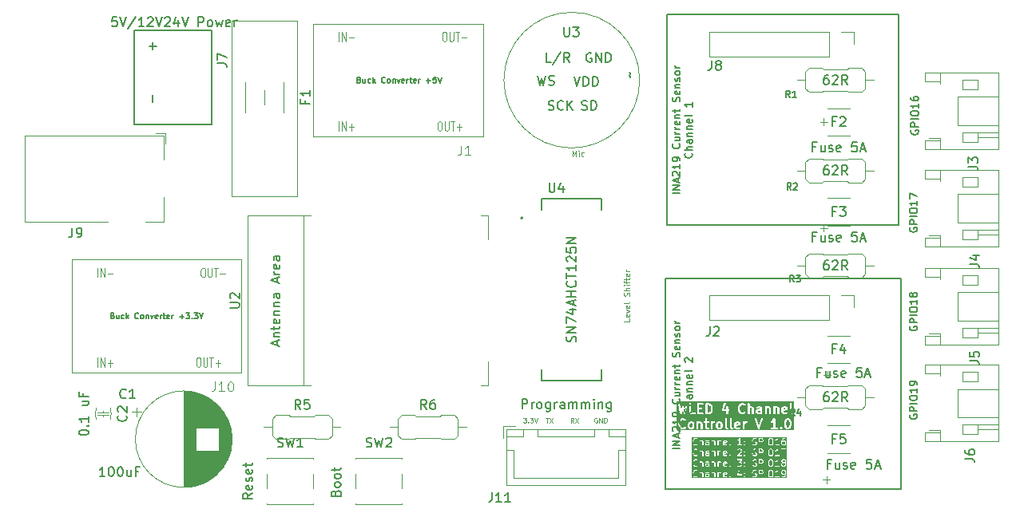
<source format=gbr>
%TF.GenerationSoftware,KiCad,Pcbnew,8.0.8*%
%TF.CreationDate,2025-02-20T16:12:13-05:00*%
%TF.ProjectId,ESP32_SMD,45535033-325f-4534-9d44-2e6b69636164,rev?*%
%TF.SameCoordinates,Original*%
%TF.FileFunction,Legend,Top*%
%TF.FilePolarity,Positive*%
%FSLAX46Y46*%
G04 Gerber Fmt 4.6, Leading zero omitted, Abs format (unit mm)*
G04 Created by KiCad (PCBNEW 8.0.8) date 2025-02-20 16:12:13*
%MOMM*%
%LPD*%
G01*
G04 APERTURE LIST*
%ADD10C,0.062500*%
%ADD11C,0.200000*%
%ADD12C,0.100000*%
%ADD13C,0.150000*%
%ADD14C,0.110000*%
%ADD15C,0.120000*%
%ADD16C,0.127000*%
G04 APERTURE END LIST*
D10*
X83322070Y-75859369D02*
X83274451Y-75835559D01*
X83274451Y-75835559D02*
X83203022Y-75835559D01*
X83203022Y-75835559D02*
X83131594Y-75859369D01*
X83131594Y-75859369D02*
X83083975Y-75906988D01*
X83083975Y-75906988D02*
X83060165Y-75954607D01*
X83060165Y-75954607D02*
X83036356Y-76049845D01*
X83036356Y-76049845D02*
X83036356Y-76121273D01*
X83036356Y-76121273D02*
X83060165Y-76216511D01*
X83060165Y-76216511D02*
X83083975Y-76264130D01*
X83083975Y-76264130D02*
X83131594Y-76311750D01*
X83131594Y-76311750D02*
X83203022Y-76335559D01*
X83203022Y-76335559D02*
X83250641Y-76335559D01*
X83250641Y-76335559D02*
X83322070Y-76311750D01*
X83322070Y-76311750D02*
X83345879Y-76287940D01*
X83345879Y-76287940D02*
X83345879Y-76121273D01*
X83345879Y-76121273D02*
X83250641Y-76121273D01*
X83560165Y-76335559D02*
X83560165Y-75835559D01*
X83560165Y-75835559D02*
X83845879Y-76335559D01*
X83845879Y-76335559D02*
X83845879Y-75835559D01*
X84083975Y-76335559D02*
X84083975Y-75835559D01*
X84083975Y-75835559D02*
X84203023Y-75835559D01*
X84203023Y-75835559D02*
X84274451Y-75859369D01*
X84274451Y-75859369D02*
X84322070Y-75906988D01*
X84322070Y-75906988D02*
X84345880Y-75954607D01*
X84345880Y-75954607D02*
X84369689Y-76049845D01*
X84369689Y-76049845D02*
X84369689Y-76121273D01*
X84369689Y-76121273D02*
X84345880Y-76216511D01*
X84345880Y-76216511D02*
X84322070Y-76264130D01*
X84322070Y-76264130D02*
X84274451Y-76311750D01*
X84274451Y-76311750D02*
X84203023Y-76335559D01*
X84203023Y-76335559D02*
X84083975Y-76335559D01*
X80845879Y-76335559D02*
X80679213Y-76097464D01*
X80560165Y-76335559D02*
X80560165Y-75835559D01*
X80560165Y-75835559D02*
X80750641Y-75835559D01*
X80750641Y-75835559D02*
X80798260Y-75859369D01*
X80798260Y-75859369D02*
X80822070Y-75883178D01*
X80822070Y-75883178D02*
X80845879Y-75930797D01*
X80845879Y-75930797D02*
X80845879Y-76002226D01*
X80845879Y-76002226D02*
X80822070Y-76049845D01*
X80822070Y-76049845D02*
X80798260Y-76073654D01*
X80798260Y-76073654D02*
X80750641Y-76097464D01*
X80750641Y-76097464D02*
X80560165Y-76097464D01*
X81012546Y-75835559D02*
X81345879Y-76335559D01*
X81345879Y-75835559D02*
X81012546Y-76335559D01*
X77888737Y-75835559D02*
X78174451Y-75835559D01*
X78031594Y-76335559D02*
X78031594Y-75835559D01*
X78293498Y-75835559D02*
X78626831Y-76335559D01*
X78626831Y-75835559D02*
X78293498Y-76335559D01*
X75512546Y-75835559D02*
X75822070Y-75835559D01*
X75822070Y-75835559D02*
X75655403Y-76026035D01*
X75655403Y-76026035D02*
X75726832Y-76026035D01*
X75726832Y-76026035D02*
X75774451Y-76049845D01*
X75774451Y-76049845D02*
X75798260Y-76073654D01*
X75798260Y-76073654D02*
X75822070Y-76121273D01*
X75822070Y-76121273D02*
X75822070Y-76240321D01*
X75822070Y-76240321D02*
X75798260Y-76287940D01*
X75798260Y-76287940D02*
X75774451Y-76311750D01*
X75774451Y-76311750D02*
X75726832Y-76335559D01*
X75726832Y-76335559D02*
X75583975Y-76335559D01*
X75583975Y-76335559D02*
X75536356Y-76311750D01*
X75536356Y-76311750D02*
X75512546Y-76287940D01*
X76036355Y-76287940D02*
X76060165Y-76311750D01*
X76060165Y-76311750D02*
X76036355Y-76335559D01*
X76036355Y-76335559D02*
X76012546Y-76311750D01*
X76012546Y-76311750D02*
X76036355Y-76287940D01*
X76036355Y-76287940D02*
X76036355Y-76335559D01*
X76226831Y-75835559D02*
X76536355Y-75835559D01*
X76536355Y-75835559D02*
X76369688Y-76026035D01*
X76369688Y-76026035D02*
X76441117Y-76026035D01*
X76441117Y-76026035D02*
X76488736Y-76049845D01*
X76488736Y-76049845D02*
X76512545Y-76073654D01*
X76512545Y-76073654D02*
X76536355Y-76121273D01*
X76536355Y-76121273D02*
X76536355Y-76240321D01*
X76536355Y-76240321D02*
X76512545Y-76287940D01*
X76512545Y-76287940D02*
X76488736Y-76311750D01*
X76488736Y-76311750D02*
X76441117Y-76335559D01*
X76441117Y-76335559D02*
X76298260Y-76335559D01*
X76298260Y-76335559D02*
X76250641Y-76311750D01*
X76250641Y-76311750D02*
X76226831Y-76287940D01*
X76679212Y-75835559D02*
X76845878Y-76335559D01*
X76845878Y-76335559D02*
X77012545Y-75835559D01*
D11*
X90523528Y-61025000D02*
X115573528Y-61025000D01*
X115573528Y-83375000D01*
X90523528Y-83375000D01*
X90523528Y-61025000D01*
X90705000Y-33050000D02*
X115250000Y-33050000D01*
X115250000Y-55400000D01*
X90705000Y-55400000D01*
X90705000Y-33050000D01*
D12*
X107253884Y-82396466D02*
X108015789Y-82396466D01*
X107634836Y-82777419D02*
X107634836Y-82015514D01*
X107363464Y-71277418D02*
X108125369Y-71277418D01*
X107744416Y-71658371D02*
X107744416Y-70896466D01*
D13*
X116480390Y-66131904D02*
X116442295Y-66208094D01*
X116442295Y-66208094D02*
X116442295Y-66322380D01*
X116442295Y-66322380D02*
X116480390Y-66436666D01*
X116480390Y-66436666D02*
X116556580Y-66512856D01*
X116556580Y-66512856D02*
X116632771Y-66550951D01*
X116632771Y-66550951D02*
X116785152Y-66589047D01*
X116785152Y-66589047D02*
X116899438Y-66589047D01*
X116899438Y-66589047D02*
X117051819Y-66550951D01*
X117051819Y-66550951D02*
X117128009Y-66512856D01*
X117128009Y-66512856D02*
X117204200Y-66436666D01*
X117204200Y-66436666D02*
X117242295Y-66322380D01*
X117242295Y-66322380D02*
X117242295Y-66246189D01*
X117242295Y-66246189D02*
X117204200Y-66131904D01*
X117204200Y-66131904D02*
X117166104Y-66093808D01*
X117166104Y-66093808D02*
X116899438Y-66093808D01*
X116899438Y-66093808D02*
X116899438Y-66246189D01*
X117242295Y-65750951D02*
X116442295Y-65750951D01*
X116442295Y-65750951D02*
X116442295Y-65446189D01*
X116442295Y-65446189D02*
X116480390Y-65369999D01*
X116480390Y-65369999D02*
X116518485Y-65331904D01*
X116518485Y-65331904D02*
X116594676Y-65293808D01*
X116594676Y-65293808D02*
X116708961Y-65293808D01*
X116708961Y-65293808D02*
X116785152Y-65331904D01*
X116785152Y-65331904D02*
X116823247Y-65369999D01*
X116823247Y-65369999D02*
X116861342Y-65446189D01*
X116861342Y-65446189D02*
X116861342Y-65750951D01*
X117242295Y-64950951D02*
X116442295Y-64950951D01*
X116442295Y-64417618D02*
X116442295Y-64265237D01*
X116442295Y-64265237D02*
X116480390Y-64189047D01*
X116480390Y-64189047D02*
X116556580Y-64112856D01*
X116556580Y-64112856D02*
X116708961Y-64074761D01*
X116708961Y-64074761D02*
X116975628Y-64074761D01*
X116975628Y-64074761D02*
X117128009Y-64112856D01*
X117128009Y-64112856D02*
X117204200Y-64189047D01*
X117204200Y-64189047D02*
X117242295Y-64265237D01*
X117242295Y-64265237D02*
X117242295Y-64417618D01*
X117242295Y-64417618D02*
X117204200Y-64493809D01*
X117204200Y-64493809D02*
X117128009Y-64569999D01*
X117128009Y-64569999D02*
X116975628Y-64608095D01*
X116975628Y-64608095D02*
X116708961Y-64608095D01*
X116708961Y-64608095D02*
X116556580Y-64569999D01*
X116556580Y-64569999D02*
X116480390Y-64493809D01*
X116480390Y-64493809D02*
X116442295Y-64417618D01*
X117242295Y-63312857D02*
X117242295Y-63770000D01*
X117242295Y-63541428D02*
X116442295Y-63541428D01*
X116442295Y-63541428D02*
X116556580Y-63617619D01*
X116556580Y-63617619D02*
X116632771Y-63693809D01*
X116632771Y-63693809D02*
X116670866Y-63770000D01*
X116785152Y-62855714D02*
X116747057Y-62931904D01*
X116747057Y-62931904D02*
X116708961Y-62969999D01*
X116708961Y-62969999D02*
X116632771Y-63008095D01*
X116632771Y-63008095D02*
X116594676Y-63008095D01*
X116594676Y-63008095D02*
X116518485Y-62969999D01*
X116518485Y-62969999D02*
X116480390Y-62931904D01*
X116480390Y-62931904D02*
X116442295Y-62855714D01*
X116442295Y-62855714D02*
X116442295Y-62703333D01*
X116442295Y-62703333D02*
X116480390Y-62627142D01*
X116480390Y-62627142D02*
X116518485Y-62589047D01*
X116518485Y-62589047D02*
X116594676Y-62550952D01*
X116594676Y-62550952D02*
X116632771Y-62550952D01*
X116632771Y-62550952D02*
X116708961Y-62589047D01*
X116708961Y-62589047D02*
X116747057Y-62627142D01*
X116747057Y-62627142D02*
X116785152Y-62703333D01*
X116785152Y-62703333D02*
X116785152Y-62855714D01*
X116785152Y-62855714D02*
X116823247Y-62931904D01*
X116823247Y-62931904D02*
X116861342Y-62969999D01*
X116861342Y-62969999D02*
X116937533Y-63008095D01*
X116937533Y-63008095D02*
X117089914Y-63008095D01*
X117089914Y-63008095D02*
X117166104Y-62969999D01*
X117166104Y-62969999D02*
X117204200Y-62931904D01*
X117204200Y-62931904D02*
X117242295Y-62855714D01*
X117242295Y-62855714D02*
X117242295Y-62703333D01*
X117242295Y-62703333D02*
X117204200Y-62627142D01*
X117204200Y-62627142D02*
X117166104Y-62589047D01*
X117166104Y-62589047D02*
X117089914Y-62550952D01*
X117089914Y-62550952D02*
X116937533Y-62550952D01*
X116937533Y-62550952D02*
X116861342Y-62589047D01*
X116861342Y-62589047D02*
X116823247Y-62627142D01*
X116823247Y-62627142D02*
X116785152Y-62703333D01*
D12*
X106958884Y-55701466D02*
X107720789Y-55701466D01*
X107339836Y-56082419D02*
X107339836Y-55320514D01*
X80700000Y-48072371D02*
X80700000Y-47472371D01*
X80700000Y-47472371D02*
X80900000Y-47900942D01*
X80900000Y-47900942D02*
X81100000Y-47472371D01*
X81100000Y-47472371D02*
X81100000Y-48072371D01*
X81385714Y-48072371D02*
X81385714Y-47672371D01*
X81385714Y-47472371D02*
X81357142Y-47500942D01*
X81357142Y-47500942D02*
X81385714Y-47529514D01*
X81385714Y-47529514D02*
X81414285Y-47500942D01*
X81414285Y-47500942D02*
X81385714Y-47472371D01*
X81385714Y-47472371D02*
X81385714Y-47529514D01*
X81928571Y-48043800D02*
X81871428Y-48072371D01*
X81871428Y-48072371D02*
X81757142Y-48072371D01*
X81757142Y-48072371D02*
X81699999Y-48043800D01*
X81699999Y-48043800D02*
X81671428Y-48015228D01*
X81671428Y-48015228D02*
X81642856Y-47958085D01*
X81642856Y-47958085D02*
X81642856Y-47786657D01*
X81642856Y-47786657D02*
X81671428Y-47729514D01*
X81671428Y-47729514D02*
X81699999Y-47700942D01*
X81699999Y-47700942D02*
X81757142Y-47672371D01*
X81757142Y-47672371D02*
X81871428Y-47672371D01*
X81871428Y-47672371D02*
X81928571Y-47700942D01*
D13*
X92118318Y-52023809D02*
X91318318Y-52023809D01*
X92118318Y-51642857D02*
X91318318Y-51642857D01*
X91318318Y-51642857D02*
X92118318Y-51185714D01*
X92118318Y-51185714D02*
X91318318Y-51185714D01*
X91889746Y-50842858D02*
X91889746Y-50461905D01*
X92118318Y-50919048D02*
X91318318Y-50652381D01*
X91318318Y-50652381D02*
X92118318Y-50385715D01*
X91394508Y-50157144D02*
X91356413Y-50119048D01*
X91356413Y-50119048D02*
X91318318Y-50042858D01*
X91318318Y-50042858D02*
X91318318Y-49852382D01*
X91318318Y-49852382D02*
X91356413Y-49776191D01*
X91356413Y-49776191D02*
X91394508Y-49738096D01*
X91394508Y-49738096D02*
X91470699Y-49700001D01*
X91470699Y-49700001D02*
X91546889Y-49700001D01*
X91546889Y-49700001D02*
X91661175Y-49738096D01*
X91661175Y-49738096D02*
X92118318Y-50195239D01*
X92118318Y-50195239D02*
X92118318Y-49700001D01*
X92118318Y-48938096D02*
X92118318Y-49395239D01*
X92118318Y-49166667D02*
X91318318Y-49166667D01*
X91318318Y-49166667D02*
X91432603Y-49242858D01*
X91432603Y-49242858D02*
X91508794Y-49319048D01*
X91508794Y-49319048D02*
X91546889Y-49395239D01*
X92118318Y-48557143D02*
X92118318Y-48404762D01*
X92118318Y-48404762D02*
X92080223Y-48328572D01*
X92080223Y-48328572D02*
X92042127Y-48290476D01*
X92042127Y-48290476D02*
X91927842Y-48214286D01*
X91927842Y-48214286D02*
X91775461Y-48176191D01*
X91775461Y-48176191D02*
X91470699Y-48176191D01*
X91470699Y-48176191D02*
X91394508Y-48214286D01*
X91394508Y-48214286D02*
X91356413Y-48252381D01*
X91356413Y-48252381D02*
X91318318Y-48328572D01*
X91318318Y-48328572D02*
X91318318Y-48480953D01*
X91318318Y-48480953D02*
X91356413Y-48557143D01*
X91356413Y-48557143D02*
X91394508Y-48595238D01*
X91394508Y-48595238D02*
X91470699Y-48633334D01*
X91470699Y-48633334D02*
X91661175Y-48633334D01*
X91661175Y-48633334D02*
X91737365Y-48595238D01*
X91737365Y-48595238D02*
X91775461Y-48557143D01*
X91775461Y-48557143D02*
X91813556Y-48480953D01*
X91813556Y-48480953D02*
X91813556Y-48328572D01*
X91813556Y-48328572D02*
X91775461Y-48252381D01*
X91775461Y-48252381D02*
X91737365Y-48214286D01*
X91737365Y-48214286D02*
X91661175Y-48176191D01*
X92042127Y-46766666D02*
X92080223Y-46804762D01*
X92080223Y-46804762D02*
X92118318Y-46919047D01*
X92118318Y-46919047D02*
X92118318Y-46995238D01*
X92118318Y-46995238D02*
X92080223Y-47109524D01*
X92080223Y-47109524D02*
X92004032Y-47185714D01*
X92004032Y-47185714D02*
X91927842Y-47223809D01*
X91927842Y-47223809D02*
X91775461Y-47261905D01*
X91775461Y-47261905D02*
X91661175Y-47261905D01*
X91661175Y-47261905D02*
X91508794Y-47223809D01*
X91508794Y-47223809D02*
X91432603Y-47185714D01*
X91432603Y-47185714D02*
X91356413Y-47109524D01*
X91356413Y-47109524D02*
X91318318Y-46995238D01*
X91318318Y-46995238D02*
X91318318Y-46919047D01*
X91318318Y-46919047D02*
X91356413Y-46804762D01*
X91356413Y-46804762D02*
X91394508Y-46766666D01*
X91584984Y-46080952D02*
X92118318Y-46080952D01*
X91584984Y-46423809D02*
X92004032Y-46423809D01*
X92004032Y-46423809D02*
X92080223Y-46385714D01*
X92080223Y-46385714D02*
X92118318Y-46309524D01*
X92118318Y-46309524D02*
X92118318Y-46195238D01*
X92118318Y-46195238D02*
X92080223Y-46119047D01*
X92080223Y-46119047D02*
X92042127Y-46080952D01*
X92118318Y-45699999D02*
X91584984Y-45699999D01*
X91737365Y-45699999D02*
X91661175Y-45661904D01*
X91661175Y-45661904D02*
X91623080Y-45623809D01*
X91623080Y-45623809D02*
X91584984Y-45547618D01*
X91584984Y-45547618D02*
X91584984Y-45471428D01*
X92118318Y-45204761D02*
X91584984Y-45204761D01*
X91737365Y-45204761D02*
X91661175Y-45166666D01*
X91661175Y-45166666D02*
X91623080Y-45128571D01*
X91623080Y-45128571D02*
X91584984Y-45052380D01*
X91584984Y-45052380D02*
X91584984Y-44976190D01*
X92080223Y-44404761D02*
X92118318Y-44480952D01*
X92118318Y-44480952D02*
X92118318Y-44633333D01*
X92118318Y-44633333D02*
X92080223Y-44709523D01*
X92080223Y-44709523D02*
X92004032Y-44747619D01*
X92004032Y-44747619D02*
X91699270Y-44747619D01*
X91699270Y-44747619D02*
X91623080Y-44709523D01*
X91623080Y-44709523D02*
X91584984Y-44633333D01*
X91584984Y-44633333D02*
X91584984Y-44480952D01*
X91584984Y-44480952D02*
X91623080Y-44404761D01*
X91623080Y-44404761D02*
X91699270Y-44366666D01*
X91699270Y-44366666D02*
X91775461Y-44366666D01*
X91775461Y-44366666D02*
X91851651Y-44747619D01*
X91584984Y-44023809D02*
X92118318Y-44023809D01*
X91661175Y-44023809D02*
X91623080Y-43985714D01*
X91623080Y-43985714D02*
X91584984Y-43909524D01*
X91584984Y-43909524D02*
X91584984Y-43795238D01*
X91584984Y-43795238D02*
X91623080Y-43719047D01*
X91623080Y-43719047D02*
X91699270Y-43680952D01*
X91699270Y-43680952D02*
X92118318Y-43680952D01*
X91584984Y-43414285D02*
X91584984Y-43109523D01*
X91318318Y-43299999D02*
X92004032Y-43299999D01*
X92004032Y-43299999D02*
X92080223Y-43261904D01*
X92080223Y-43261904D02*
X92118318Y-43185714D01*
X92118318Y-43185714D02*
X92118318Y-43109523D01*
X92080223Y-42271428D02*
X92118318Y-42157142D01*
X92118318Y-42157142D02*
X92118318Y-41966666D01*
X92118318Y-41966666D02*
X92080223Y-41890475D01*
X92080223Y-41890475D02*
X92042127Y-41852380D01*
X92042127Y-41852380D02*
X91965937Y-41814285D01*
X91965937Y-41814285D02*
X91889746Y-41814285D01*
X91889746Y-41814285D02*
X91813556Y-41852380D01*
X91813556Y-41852380D02*
X91775461Y-41890475D01*
X91775461Y-41890475D02*
X91737365Y-41966666D01*
X91737365Y-41966666D02*
X91699270Y-42119047D01*
X91699270Y-42119047D02*
X91661175Y-42195237D01*
X91661175Y-42195237D02*
X91623080Y-42233332D01*
X91623080Y-42233332D02*
X91546889Y-42271428D01*
X91546889Y-42271428D02*
X91470699Y-42271428D01*
X91470699Y-42271428D02*
X91394508Y-42233332D01*
X91394508Y-42233332D02*
X91356413Y-42195237D01*
X91356413Y-42195237D02*
X91318318Y-42119047D01*
X91318318Y-42119047D02*
X91318318Y-41928570D01*
X91318318Y-41928570D02*
X91356413Y-41814285D01*
X92080223Y-41166665D02*
X92118318Y-41242856D01*
X92118318Y-41242856D02*
X92118318Y-41395237D01*
X92118318Y-41395237D02*
X92080223Y-41471427D01*
X92080223Y-41471427D02*
X92004032Y-41509523D01*
X92004032Y-41509523D02*
X91699270Y-41509523D01*
X91699270Y-41509523D02*
X91623080Y-41471427D01*
X91623080Y-41471427D02*
X91584984Y-41395237D01*
X91584984Y-41395237D02*
X91584984Y-41242856D01*
X91584984Y-41242856D02*
X91623080Y-41166665D01*
X91623080Y-41166665D02*
X91699270Y-41128570D01*
X91699270Y-41128570D02*
X91775461Y-41128570D01*
X91775461Y-41128570D02*
X91851651Y-41509523D01*
X91584984Y-40785713D02*
X92118318Y-40785713D01*
X91661175Y-40785713D02*
X91623080Y-40747618D01*
X91623080Y-40747618D02*
X91584984Y-40671428D01*
X91584984Y-40671428D02*
X91584984Y-40557142D01*
X91584984Y-40557142D02*
X91623080Y-40480951D01*
X91623080Y-40480951D02*
X91699270Y-40442856D01*
X91699270Y-40442856D02*
X92118318Y-40442856D01*
X92080223Y-40099999D02*
X92118318Y-40023808D01*
X92118318Y-40023808D02*
X92118318Y-39871427D01*
X92118318Y-39871427D02*
X92080223Y-39795237D01*
X92080223Y-39795237D02*
X92004032Y-39757141D01*
X92004032Y-39757141D02*
X91965937Y-39757141D01*
X91965937Y-39757141D02*
X91889746Y-39795237D01*
X91889746Y-39795237D02*
X91851651Y-39871427D01*
X91851651Y-39871427D02*
X91851651Y-39985713D01*
X91851651Y-39985713D02*
X91813556Y-40061903D01*
X91813556Y-40061903D02*
X91737365Y-40099999D01*
X91737365Y-40099999D02*
X91699270Y-40099999D01*
X91699270Y-40099999D02*
X91623080Y-40061903D01*
X91623080Y-40061903D02*
X91584984Y-39985713D01*
X91584984Y-39985713D02*
X91584984Y-39871427D01*
X91584984Y-39871427D02*
X91623080Y-39795237D01*
X92118318Y-39299999D02*
X92080223Y-39376189D01*
X92080223Y-39376189D02*
X92042127Y-39414284D01*
X92042127Y-39414284D02*
X91965937Y-39452380D01*
X91965937Y-39452380D02*
X91737365Y-39452380D01*
X91737365Y-39452380D02*
X91661175Y-39414284D01*
X91661175Y-39414284D02*
X91623080Y-39376189D01*
X91623080Y-39376189D02*
X91584984Y-39299999D01*
X91584984Y-39299999D02*
X91584984Y-39185713D01*
X91584984Y-39185713D02*
X91623080Y-39109522D01*
X91623080Y-39109522D02*
X91661175Y-39071427D01*
X91661175Y-39071427D02*
X91737365Y-39033332D01*
X91737365Y-39033332D02*
X91965937Y-39033332D01*
X91965937Y-39033332D02*
X92042127Y-39071427D01*
X92042127Y-39071427D02*
X92080223Y-39109522D01*
X92080223Y-39109522D02*
X92118318Y-39185713D01*
X92118318Y-39185713D02*
X92118318Y-39299999D01*
X92118318Y-38690474D02*
X91584984Y-38690474D01*
X91737365Y-38690474D02*
X91661175Y-38652379D01*
X91661175Y-38652379D02*
X91623080Y-38614284D01*
X91623080Y-38614284D02*
X91584984Y-38538093D01*
X91584984Y-38538093D02*
X91584984Y-38461903D01*
X93330082Y-47738095D02*
X93368178Y-47776191D01*
X93368178Y-47776191D02*
X93406273Y-47890476D01*
X93406273Y-47890476D02*
X93406273Y-47966667D01*
X93406273Y-47966667D02*
X93368178Y-48080953D01*
X93368178Y-48080953D02*
X93291987Y-48157143D01*
X93291987Y-48157143D02*
X93215797Y-48195238D01*
X93215797Y-48195238D02*
X93063416Y-48233334D01*
X93063416Y-48233334D02*
X92949130Y-48233334D01*
X92949130Y-48233334D02*
X92796749Y-48195238D01*
X92796749Y-48195238D02*
X92720558Y-48157143D01*
X92720558Y-48157143D02*
X92644368Y-48080953D01*
X92644368Y-48080953D02*
X92606273Y-47966667D01*
X92606273Y-47966667D02*
X92606273Y-47890476D01*
X92606273Y-47890476D02*
X92644368Y-47776191D01*
X92644368Y-47776191D02*
X92682463Y-47738095D01*
X93406273Y-47395238D02*
X92606273Y-47395238D01*
X93406273Y-47052381D02*
X92987225Y-47052381D01*
X92987225Y-47052381D02*
X92911035Y-47090476D01*
X92911035Y-47090476D02*
X92872939Y-47166667D01*
X92872939Y-47166667D02*
X92872939Y-47280953D01*
X92872939Y-47280953D02*
X92911035Y-47357143D01*
X92911035Y-47357143D02*
X92949130Y-47395238D01*
X93406273Y-46328571D02*
X92987225Y-46328571D01*
X92987225Y-46328571D02*
X92911035Y-46366666D01*
X92911035Y-46366666D02*
X92872939Y-46442857D01*
X92872939Y-46442857D02*
X92872939Y-46595238D01*
X92872939Y-46595238D02*
X92911035Y-46671428D01*
X93368178Y-46328571D02*
X93406273Y-46404762D01*
X93406273Y-46404762D02*
X93406273Y-46595238D01*
X93406273Y-46595238D02*
X93368178Y-46671428D01*
X93368178Y-46671428D02*
X93291987Y-46709524D01*
X93291987Y-46709524D02*
X93215797Y-46709524D01*
X93215797Y-46709524D02*
X93139606Y-46671428D01*
X93139606Y-46671428D02*
X93101511Y-46595238D01*
X93101511Y-46595238D02*
X93101511Y-46404762D01*
X93101511Y-46404762D02*
X93063416Y-46328571D01*
X92872939Y-45947618D02*
X93406273Y-45947618D01*
X92949130Y-45947618D02*
X92911035Y-45909523D01*
X92911035Y-45909523D02*
X92872939Y-45833333D01*
X92872939Y-45833333D02*
X92872939Y-45719047D01*
X92872939Y-45719047D02*
X92911035Y-45642856D01*
X92911035Y-45642856D02*
X92987225Y-45604761D01*
X92987225Y-45604761D02*
X93406273Y-45604761D01*
X92872939Y-45223808D02*
X93406273Y-45223808D01*
X92949130Y-45223808D02*
X92911035Y-45185713D01*
X92911035Y-45185713D02*
X92872939Y-45109523D01*
X92872939Y-45109523D02*
X92872939Y-44995237D01*
X92872939Y-44995237D02*
X92911035Y-44919046D01*
X92911035Y-44919046D02*
X92987225Y-44880951D01*
X92987225Y-44880951D02*
X93406273Y-44880951D01*
X93368178Y-44195236D02*
X93406273Y-44271427D01*
X93406273Y-44271427D02*
X93406273Y-44423808D01*
X93406273Y-44423808D02*
X93368178Y-44499998D01*
X93368178Y-44499998D02*
X93291987Y-44538094D01*
X93291987Y-44538094D02*
X92987225Y-44538094D01*
X92987225Y-44538094D02*
X92911035Y-44499998D01*
X92911035Y-44499998D02*
X92872939Y-44423808D01*
X92872939Y-44423808D02*
X92872939Y-44271427D01*
X92872939Y-44271427D02*
X92911035Y-44195236D01*
X92911035Y-44195236D02*
X92987225Y-44157141D01*
X92987225Y-44157141D02*
X93063416Y-44157141D01*
X93063416Y-44157141D02*
X93139606Y-44538094D01*
X93406273Y-43699999D02*
X93368178Y-43776189D01*
X93368178Y-43776189D02*
X93291987Y-43814284D01*
X93291987Y-43814284D02*
X92606273Y-43814284D01*
X93406273Y-42366665D02*
X93406273Y-42823808D01*
X93406273Y-42595236D02*
X92606273Y-42595236D01*
X92606273Y-42595236D02*
X92720558Y-42671427D01*
X92720558Y-42671427D02*
X92796749Y-42747617D01*
X92796749Y-42747617D02*
X92834844Y-42823808D01*
X116630390Y-45315238D02*
X116592295Y-45391428D01*
X116592295Y-45391428D02*
X116592295Y-45505714D01*
X116592295Y-45505714D02*
X116630390Y-45620000D01*
X116630390Y-45620000D02*
X116706580Y-45696190D01*
X116706580Y-45696190D02*
X116782771Y-45734285D01*
X116782771Y-45734285D02*
X116935152Y-45772381D01*
X116935152Y-45772381D02*
X117049438Y-45772381D01*
X117049438Y-45772381D02*
X117201819Y-45734285D01*
X117201819Y-45734285D02*
X117278009Y-45696190D01*
X117278009Y-45696190D02*
X117354200Y-45620000D01*
X117354200Y-45620000D02*
X117392295Y-45505714D01*
X117392295Y-45505714D02*
X117392295Y-45429523D01*
X117392295Y-45429523D02*
X117354200Y-45315238D01*
X117354200Y-45315238D02*
X117316104Y-45277142D01*
X117316104Y-45277142D02*
X117049438Y-45277142D01*
X117049438Y-45277142D02*
X117049438Y-45429523D01*
X117392295Y-44934285D02*
X116592295Y-44934285D01*
X116592295Y-44934285D02*
X116592295Y-44629523D01*
X116592295Y-44629523D02*
X116630390Y-44553333D01*
X116630390Y-44553333D02*
X116668485Y-44515238D01*
X116668485Y-44515238D02*
X116744676Y-44477142D01*
X116744676Y-44477142D02*
X116858961Y-44477142D01*
X116858961Y-44477142D02*
X116935152Y-44515238D01*
X116935152Y-44515238D02*
X116973247Y-44553333D01*
X116973247Y-44553333D02*
X117011342Y-44629523D01*
X117011342Y-44629523D02*
X117011342Y-44934285D01*
X117392295Y-44134285D02*
X116592295Y-44134285D01*
X116592295Y-43600952D02*
X116592295Y-43448571D01*
X116592295Y-43448571D02*
X116630390Y-43372381D01*
X116630390Y-43372381D02*
X116706580Y-43296190D01*
X116706580Y-43296190D02*
X116858961Y-43258095D01*
X116858961Y-43258095D02*
X117125628Y-43258095D01*
X117125628Y-43258095D02*
X117278009Y-43296190D01*
X117278009Y-43296190D02*
X117354200Y-43372381D01*
X117354200Y-43372381D02*
X117392295Y-43448571D01*
X117392295Y-43448571D02*
X117392295Y-43600952D01*
X117392295Y-43600952D02*
X117354200Y-43677143D01*
X117354200Y-43677143D02*
X117278009Y-43753333D01*
X117278009Y-43753333D02*
X117125628Y-43791429D01*
X117125628Y-43791429D02*
X116858961Y-43791429D01*
X116858961Y-43791429D02*
X116706580Y-43753333D01*
X116706580Y-43753333D02*
X116630390Y-43677143D01*
X116630390Y-43677143D02*
X116592295Y-43600952D01*
X117392295Y-42496191D02*
X117392295Y-42953334D01*
X117392295Y-42724762D02*
X116592295Y-42724762D01*
X116592295Y-42724762D02*
X116706580Y-42800953D01*
X116706580Y-42800953D02*
X116782771Y-42877143D01*
X116782771Y-42877143D02*
X116820866Y-42953334D01*
X116592295Y-41810476D02*
X116592295Y-41962857D01*
X116592295Y-41962857D02*
X116630390Y-42039048D01*
X116630390Y-42039048D02*
X116668485Y-42077143D01*
X116668485Y-42077143D02*
X116782771Y-42153333D01*
X116782771Y-42153333D02*
X116935152Y-42191429D01*
X116935152Y-42191429D02*
X117239914Y-42191429D01*
X117239914Y-42191429D02*
X117316104Y-42153333D01*
X117316104Y-42153333D02*
X117354200Y-42115238D01*
X117354200Y-42115238D02*
X117392295Y-42039048D01*
X117392295Y-42039048D02*
X117392295Y-41886667D01*
X117392295Y-41886667D02*
X117354200Y-41810476D01*
X117354200Y-41810476D02*
X117316104Y-41772381D01*
X117316104Y-41772381D02*
X117239914Y-41734286D01*
X117239914Y-41734286D02*
X117049438Y-41734286D01*
X117049438Y-41734286D02*
X116973247Y-41772381D01*
X116973247Y-41772381D02*
X116935152Y-41810476D01*
X116935152Y-41810476D02*
X116897057Y-41886667D01*
X116897057Y-41886667D02*
X116897057Y-42039048D01*
X116897057Y-42039048D02*
X116935152Y-42115238D01*
X116935152Y-42115238D02*
X116973247Y-42153333D01*
X116973247Y-42153333D02*
X117049438Y-42191429D01*
X36238866Y-36758220D02*
X36238866Y-35996316D01*
X36619819Y-36377268D02*
X35857914Y-36377268D01*
X116480390Y-55648571D02*
X116442295Y-55724761D01*
X116442295Y-55724761D02*
X116442295Y-55839047D01*
X116442295Y-55839047D02*
X116480390Y-55953333D01*
X116480390Y-55953333D02*
X116556580Y-56029523D01*
X116556580Y-56029523D02*
X116632771Y-56067618D01*
X116632771Y-56067618D02*
X116785152Y-56105714D01*
X116785152Y-56105714D02*
X116899438Y-56105714D01*
X116899438Y-56105714D02*
X117051819Y-56067618D01*
X117051819Y-56067618D02*
X117128009Y-56029523D01*
X117128009Y-56029523D02*
X117204200Y-55953333D01*
X117204200Y-55953333D02*
X117242295Y-55839047D01*
X117242295Y-55839047D02*
X117242295Y-55762856D01*
X117242295Y-55762856D02*
X117204200Y-55648571D01*
X117204200Y-55648571D02*
X117166104Y-55610475D01*
X117166104Y-55610475D02*
X116899438Y-55610475D01*
X116899438Y-55610475D02*
X116899438Y-55762856D01*
X117242295Y-55267618D02*
X116442295Y-55267618D01*
X116442295Y-55267618D02*
X116442295Y-54962856D01*
X116442295Y-54962856D02*
X116480390Y-54886666D01*
X116480390Y-54886666D02*
X116518485Y-54848571D01*
X116518485Y-54848571D02*
X116594676Y-54810475D01*
X116594676Y-54810475D02*
X116708961Y-54810475D01*
X116708961Y-54810475D02*
X116785152Y-54848571D01*
X116785152Y-54848571D02*
X116823247Y-54886666D01*
X116823247Y-54886666D02*
X116861342Y-54962856D01*
X116861342Y-54962856D02*
X116861342Y-55267618D01*
X117242295Y-54467618D02*
X116442295Y-54467618D01*
X116442295Y-53934285D02*
X116442295Y-53781904D01*
X116442295Y-53781904D02*
X116480390Y-53705714D01*
X116480390Y-53705714D02*
X116556580Y-53629523D01*
X116556580Y-53629523D02*
X116708961Y-53591428D01*
X116708961Y-53591428D02*
X116975628Y-53591428D01*
X116975628Y-53591428D02*
X117128009Y-53629523D01*
X117128009Y-53629523D02*
X117204200Y-53705714D01*
X117204200Y-53705714D02*
X117242295Y-53781904D01*
X117242295Y-53781904D02*
X117242295Y-53934285D01*
X117242295Y-53934285D02*
X117204200Y-54010476D01*
X117204200Y-54010476D02*
X117128009Y-54086666D01*
X117128009Y-54086666D02*
X116975628Y-54124762D01*
X116975628Y-54124762D02*
X116708961Y-54124762D01*
X116708961Y-54124762D02*
X116556580Y-54086666D01*
X116556580Y-54086666D02*
X116480390Y-54010476D01*
X116480390Y-54010476D02*
X116442295Y-53934285D01*
X117242295Y-52829524D02*
X117242295Y-53286667D01*
X117242295Y-53058095D02*
X116442295Y-53058095D01*
X116442295Y-53058095D02*
X116556580Y-53134286D01*
X116556580Y-53134286D02*
X116632771Y-53210476D01*
X116632771Y-53210476D02*
X116670866Y-53286667D01*
X116442295Y-52562857D02*
X116442295Y-52029523D01*
X116442295Y-52029523D02*
X117242295Y-52372381D01*
X92118318Y-79123809D02*
X91318318Y-79123809D01*
X92118318Y-78742857D02*
X91318318Y-78742857D01*
X91318318Y-78742857D02*
X92118318Y-78285714D01*
X92118318Y-78285714D02*
X91318318Y-78285714D01*
X91889746Y-77942858D02*
X91889746Y-77561905D01*
X92118318Y-78019048D02*
X91318318Y-77752381D01*
X91318318Y-77752381D02*
X92118318Y-77485715D01*
X91394508Y-77257144D02*
X91356413Y-77219048D01*
X91356413Y-77219048D02*
X91318318Y-77142858D01*
X91318318Y-77142858D02*
X91318318Y-76952382D01*
X91318318Y-76952382D02*
X91356413Y-76876191D01*
X91356413Y-76876191D02*
X91394508Y-76838096D01*
X91394508Y-76838096D02*
X91470699Y-76800001D01*
X91470699Y-76800001D02*
X91546889Y-76800001D01*
X91546889Y-76800001D02*
X91661175Y-76838096D01*
X91661175Y-76838096D02*
X92118318Y-77295239D01*
X92118318Y-77295239D02*
X92118318Y-76800001D01*
X92118318Y-76038096D02*
X92118318Y-76495239D01*
X92118318Y-76266667D02*
X91318318Y-76266667D01*
X91318318Y-76266667D02*
X91432603Y-76342858D01*
X91432603Y-76342858D02*
X91508794Y-76419048D01*
X91508794Y-76419048D02*
X91546889Y-76495239D01*
X92118318Y-75657143D02*
X92118318Y-75504762D01*
X92118318Y-75504762D02*
X92080223Y-75428572D01*
X92080223Y-75428572D02*
X92042127Y-75390476D01*
X92042127Y-75390476D02*
X91927842Y-75314286D01*
X91927842Y-75314286D02*
X91775461Y-75276191D01*
X91775461Y-75276191D02*
X91470699Y-75276191D01*
X91470699Y-75276191D02*
X91394508Y-75314286D01*
X91394508Y-75314286D02*
X91356413Y-75352381D01*
X91356413Y-75352381D02*
X91318318Y-75428572D01*
X91318318Y-75428572D02*
X91318318Y-75580953D01*
X91318318Y-75580953D02*
X91356413Y-75657143D01*
X91356413Y-75657143D02*
X91394508Y-75695238D01*
X91394508Y-75695238D02*
X91470699Y-75733334D01*
X91470699Y-75733334D02*
X91661175Y-75733334D01*
X91661175Y-75733334D02*
X91737365Y-75695238D01*
X91737365Y-75695238D02*
X91775461Y-75657143D01*
X91775461Y-75657143D02*
X91813556Y-75580953D01*
X91813556Y-75580953D02*
X91813556Y-75428572D01*
X91813556Y-75428572D02*
X91775461Y-75352381D01*
X91775461Y-75352381D02*
X91737365Y-75314286D01*
X91737365Y-75314286D02*
X91661175Y-75276191D01*
X92042127Y-73866666D02*
X92080223Y-73904762D01*
X92080223Y-73904762D02*
X92118318Y-74019047D01*
X92118318Y-74019047D02*
X92118318Y-74095238D01*
X92118318Y-74095238D02*
X92080223Y-74209524D01*
X92080223Y-74209524D02*
X92004032Y-74285714D01*
X92004032Y-74285714D02*
X91927842Y-74323809D01*
X91927842Y-74323809D02*
X91775461Y-74361905D01*
X91775461Y-74361905D02*
X91661175Y-74361905D01*
X91661175Y-74361905D02*
X91508794Y-74323809D01*
X91508794Y-74323809D02*
X91432603Y-74285714D01*
X91432603Y-74285714D02*
X91356413Y-74209524D01*
X91356413Y-74209524D02*
X91318318Y-74095238D01*
X91318318Y-74095238D02*
X91318318Y-74019047D01*
X91318318Y-74019047D02*
X91356413Y-73904762D01*
X91356413Y-73904762D02*
X91394508Y-73866666D01*
X91584984Y-73180952D02*
X92118318Y-73180952D01*
X91584984Y-73523809D02*
X92004032Y-73523809D01*
X92004032Y-73523809D02*
X92080223Y-73485714D01*
X92080223Y-73485714D02*
X92118318Y-73409524D01*
X92118318Y-73409524D02*
X92118318Y-73295238D01*
X92118318Y-73295238D02*
X92080223Y-73219047D01*
X92080223Y-73219047D02*
X92042127Y-73180952D01*
X92118318Y-72799999D02*
X91584984Y-72799999D01*
X91737365Y-72799999D02*
X91661175Y-72761904D01*
X91661175Y-72761904D02*
X91623080Y-72723809D01*
X91623080Y-72723809D02*
X91584984Y-72647618D01*
X91584984Y-72647618D02*
X91584984Y-72571428D01*
X92118318Y-72304761D02*
X91584984Y-72304761D01*
X91737365Y-72304761D02*
X91661175Y-72266666D01*
X91661175Y-72266666D02*
X91623080Y-72228571D01*
X91623080Y-72228571D02*
X91584984Y-72152380D01*
X91584984Y-72152380D02*
X91584984Y-72076190D01*
X92080223Y-71504761D02*
X92118318Y-71580952D01*
X92118318Y-71580952D02*
X92118318Y-71733333D01*
X92118318Y-71733333D02*
X92080223Y-71809523D01*
X92080223Y-71809523D02*
X92004032Y-71847619D01*
X92004032Y-71847619D02*
X91699270Y-71847619D01*
X91699270Y-71847619D02*
X91623080Y-71809523D01*
X91623080Y-71809523D02*
X91584984Y-71733333D01*
X91584984Y-71733333D02*
X91584984Y-71580952D01*
X91584984Y-71580952D02*
X91623080Y-71504761D01*
X91623080Y-71504761D02*
X91699270Y-71466666D01*
X91699270Y-71466666D02*
X91775461Y-71466666D01*
X91775461Y-71466666D02*
X91851651Y-71847619D01*
X91584984Y-71123809D02*
X92118318Y-71123809D01*
X91661175Y-71123809D02*
X91623080Y-71085714D01*
X91623080Y-71085714D02*
X91584984Y-71009524D01*
X91584984Y-71009524D02*
X91584984Y-70895238D01*
X91584984Y-70895238D02*
X91623080Y-70819047D01*
X91623080Y-70819047D02*
X91699270Y-70780952D01*
X91699270Y-70780952D02*
X92118318Y-70780952D01*
X91584984Y-70514285D02*
X91584984Y-70209523D01*
X91318318Y-70399999D02*
X92004032Y-70399999D01*
X92004032Y-70399999D02*
X92080223Y-70361904D01*
X92080223Y-70361904D02*
X92118318Y-70285714D01*
X92118318Y-70285714D02*
X92118318Y-70209523D01*
X92080223Y-69371428D02*
X92118318Y-69257142D01*
X92118318Y-69257142D02*
X92118318Y-69066666D01*
X92118318Y-69066666D02*
X92080223Y-68990475D01*
X92080223Y-68990475D02*
X92042127Y-68952380D01*
X92042127Y-68952380D02*
X91965937Y-68914285D01*
X91965937Y-68914285D02*
X91889746Y-68914285D01*
X91889746Y-68914285D02*
X91813556Y-68952380D01*
X91813556Y-68952380D02*
X91775461Y-68990475D01*
X91775461Y-68990475D02*
X91737365Y-69066666D01*
X91737365Y-69066666D02*
X91699270Y-69219047D01*
X91699270Y-69219047D02*
X91661175Y-69295237D01*
X91661175Y-69295237D02*
X91623080Y-69333332D01*
X91623080Y-69333332D02*
X91546889Y-69371428D01*
X91546889Y-69371428D02*
X91470699Y-69371428D01*
X91470699Y-69371428D02*
X91394508Y-69333332D01*
X91394508Y-69333332D02*
X91356413Y-69295237D01*
X91356413Y-69295237D02*
X91318318Y-69219047D01*
X91318318Y-69219047D02*
X91318318Y-69028570D01*
X91318318Y-69028570D02*
X91356413Y-68914285D01*
X92080223Y-68266665D02*
X92118318Y-68342856D01*
X92118318Y-68342856D02*
X92118318Y-68495237D01*
X92118318Y-68495237D02*
X92080223Y-68571427D01*
X92080223Y-68571427D02*
X92004032Y-68609523D01*
X92004032Y-68609523D02*
X91699270Y-68609523D01*
X91699270Y-68609523D02*
X91623080Y-68571427D01*
X91623080Y-68571427D02*
X91584984Y-68495237D01*
X91584984Y-68495237D02*
X91584984Y-68342856D01*
X91584984Y-68342856D02*
X91623080Y-68266665D01*
X91623080Y-68266665D02*
X91699270Y-68228570D01*
X91699270Y-68228570D02*
X91775461Y-68228570D01*
X91775461Y-68228570D02*
X91851651Y-68609523D01*
X91584984Y-67885713D02*
X92118318Y-67885713D01*
X91661175Y-67885713D02*
X91623080Y-67847618D01*
X91623080Y-67847618D02*
X91584984Y-67771428D01*
X91584984Y-67771428D02*
X91584984Y-67657142D01*
X91584984Y-67657142D02*
X91623080Y-67580951D01*
X91623080Y-67580951D02*
X91699270Y-67542856D01*
X91699270Y-67542856D02*
X92118318Y-67542856D01*
X92080223Y-67199999D02*
X92118318Y-67123808D01*
X92118318Y-67123808D02*
X92118318Y-66971427D01*
X92118318Y-66971427D02*
X92080223Y-66895237D01*
X92080223Y-66895237D02*
X92004032Y-66857141D01*
X92004032Y-66857141D02*
X91965937Y-66857141D01*
X91965937Y-66857141D02*
X91889746Y-66895237D01*
X91889746Y-66895237D02*
X91851651Y-66971427D01*
X91851651Y-66971427D02*
X91851651Y-67085713D01*
X91851651Y-67085713D02*
X91813556Y-67161903D01*
X91813556Y-67161903D02*
X91737365Y-67199999D01*
X91737365Y-67199999D02*
X91699270Y-67199999D01*
X91699270Y-67199999D02*
X91623080Y-67161903D01*
X91623080Y-67161903D02*
X91584984Y-67085713D01*
X91584984Y-67085713D02*
X91584984Y-66971427D01*
X91584984Y-66971427D02*
X91623080Y-66895237D01*
X92118318Y-66399999D02*
X92080223Y-66476189D01*
X92080223Y-66476189D02*
X92042127Y-66514284D01*
X92042127Y-66514284D02*
X91965937Y-66552380D01*
X91965937Y-66552380D02*
X91737365Y-66552380D01*
X91737365Y-66552380D02*
X91661175Y-66514284D01*
X91661175Y-66514284D02*
X91623080Y-66476189D01*
X91623080Y-66476189D02*
X91584984Y-66399999D01*
X91584984Y-66399999D02*
X91584984Y-66285713D01*
X91584984Y-66285713D02*
X91623080Y-66209522D01*
X91623080Y-66209522D02*
X91661175Y-66171427D01*
X91661175Y-66171427D02*
X91737365Y-66133332D01*
X91737365Y-66133332D02*
X91965937Y-66133332D01*
X91965937Y-66133332D02*
X92042127Y-66171427D01*
X92042127Y-66171427D02*
X92080223Y-66209522D01*
X92080223Y-66209522D02*
X92118318Y-66285713D01*
X92118318Y-66285713D02*
X92118318Y-66399999D01*
X92118318Y-65790474D02*
X91584984Y-65790474D01*
X91737365Y-65790474D02*
X91661175Y-65752379D01*
X91661175Y-65752379D02*
X91623080Y-65714284D01*
X91623080Y-65714284D02*
X91584984Y-65638093D01*
X91584984Y-65638093D02*
X91584984Y-65561903D01*
X93330082Y-74838095D02*
X93368178Y-74876191D01*
X93368178Y-74876191D02*
X93406273Y-74990476D01*
X93406273Y-74990476D02*
X93406273Y-75066667D01*
X93406273Y-75066667D02*
X93368178Y-75180953D01*
X93368178Y-75180953D02*
X93291987Y-75257143D01*
X93291987Y-75257143D02*
X93215797Y-75295238D01*
X93215797Y-75295238D02*
X93063416Y-75333334D01*
X93063416Y-75333334D02*
X92949130Y-75333334D01*
X92949130Y-75333334D02*
X92796749Y-75295238D01*
X92796749Y-75295238D02*
X92720558Y-75257143D01*
X92720558Y-75257143D02*
X92644368Y-75180953D01*
X92644368Y-75180953D02*
X92606273Y-75066667D01*
X92606273Y-75066667D02*
X92606273Y-74990476D01*
X92606273Y-74990476D02*
X92644368Y-74876191D01*
X92644368Y-74876191D02*
X92682463Y-74838095D01*
X93406273Y-74495238D02*
X92606273Y-74495238D01*
X93406273Y-74152381D02*
X92987225Y-74152381D01*
X92987225Y-74152381D02*
X92911035Y-74190476D01*
X92911035Y-74190476D02*
X92872939Y-74266667D01*
X92872939Y-74266667D02*
X92872939Y-74380953D01*
X92872939Y-74380953D02*
X92911035Y-74457143D01*
X92911035Y-74457143D02*
X92949130Y-74495238D01*
X93406273Y-73428571D02*
X92987225Y-73428571D01*
X92987225Y-73428571D02*
X92911035Y-73466666D01*
X92911035Y-73466666D02*
X92872939Y-73542857D01*
X92872939Y-73542857D02*
X92872939Y-73695238D01*
X92872939Y-73695238D02*
X92911035Y-73771428D01*
X93368178Y-73428571D02*
X93406273Y-73504762D01*
X93406273Y-73504762D02*
X93406273Y-73695238D01*
X93406273Y-73695238D02*
X93368178Y-73771428D01*
X93368178Y-73771428D02*
X93291987Y-73809524D01*
X93291987Y-73809524D02*
X93215797Y-73809524D01*
X93215797Y-73809524D02*
X93139606Y-73771428D01*
X93139606Y-73771428D02*
X93101511Y-73695238D01*
X93101511Y-73695238D02*
X93101511Y-73504762D01*
X93101511Y-73504762D02*
X93063416Y-73428571D01*
X92872939Y-73047618D02*
X93406273Y-73047618D01*
X92949130Y-73047618D02*
X92911035Y-73009523D01*
X92911035Y-73009523D02*
X92872939Y-72933333D01*
X92872939Y-72933333D02*
X92872939Y-72819047D01*
X92872939Y-72819047D02*
X92911035Y-72742856D01*
X92911035Y-72742856D02*
X92987225Y-72704761D01*
X92987225Y-72704761D02*
X93406273Y-72704761D01*
X92872939Y-72323808D02*
X93406273Y-72323808D01*
X92949130Y-72323808D02*
X92911035Y-72285713D01*
X92911035Y-72285713D02*
X92872939Y-72209523D01*
X92872939Y-72209523D02*
X92872939Y-72095237D01*
X92872939Y-72095237D02*
X92911035Y-72019046D01*
X92911035Y-72019046D02*
X92987225Y-71980951D01*
X92987225Y-71980951D02*
X93406273Y-71980951D01*
X93368178Y-71295236D02*
X93406273Y-71371427D01*
X93406273Y-71371427D02*
X93406273Y-71523808D01*
X93406273Y-71523808D02*
X93368178Y-71599998D01*
X93368178Y-71599998D02*
X93291987Y-71638094D01*
X93291987Y-71638094D02*
X92987225Y-71638094D01*
X92987225Y-71638094D02*
X92911035Y-71599998D01*
X92911035Y-71599998D02*
X92872939Y-71523808D01*
X92872939Y-71523808D02*
X92872939Y-71371427D01*
X92872939Y-71371427D02*
X92911035Y-71295236D01*
X92911035Y-71295236D02*
X92987225Y-71257141D01*
X92987225Y-71257141D02*
X93063416Y-71257141D01*
X93063416Y-71257141D02*
X93139606Y-71638094D01*
X93406273Y-70799999D02*
X93368178Y-70876189D01*
X93368178Y-70876189D02*
X93291987Y-70914284D01*
X93291987Y-70914284D02*
X92606273Y-70914284D01*
X92682463Y-69923808D02*
X92644368Y-69885712D01*
X92644368Y-69885712D02*
X92606273Y-69809522D01*
X92606273Y-69809522D02*
X92606273Y-69619046D01*
X92606273Y-69619046D02*
X92644368Y-69542855D01*
X92644368Y-69542855D02*
X92682463Y-69504760D01*
X92682463Y-69504760D02*
X92758654Y-69466665D01*
X92758654Y-69466665D02*
X92834844Y-69466665D01*
X92834844Y-69466665D02*
X92949130Y-69504760D01*
X92949130Y-69504760D02*
X93406273Y-69961903D01*
X93406273Y-69961903D02*
X93406273Y-69466665D01*
X36238866Y-42358220D02*
X36238866Y-41596316D01*
X116480390Y-75515237D02*
X116442295Y-75591427D01*
X116442295Y-75591427D02*
X116442295Y-75705713D01*
X116442295Y-75705713D02*
X116480390Y-75819999D01*
X116480390Y-75819999D02*
X116556580Y-75896189D01*
X116556580Y-75896189D02*
X116632771Y-75934284D01*
X116632771Y-75934284D02*
X116785152Y-75972380D01*
X116785152Y-75972380D02*
X116899438Y-75972380D01*
X116899438Y-75972380D02*
X117051819Y-75934284D01*
X117051819Y-75934284D02*
X117128009Y-75896189D01*
X117128009Y-75896189D02*
X117204200Y-75819999D01*
X117204200Y-75819999D02*
X117242295Y-75705713D01*
X117242295Y-75705713D02*
X117242295Y-75629522D01*
X117242295Y-75629522D02*
X117204200Y-75515237D01*
X117204200Y-75515237D02*
X117166104Y-75477141D01*
X117166104Y-75477141D02*
X116899438Y-75477141D01*
X116899438Y-75477141D02*
X116899438Y-75629522D01*
X117242295Y-75134284D02*
X116442295Y-75134284D01*
X116442295Y-75134284D02*
X116442295Y-74829522D01*
X116442295Y-74829522D02*
X116480390Y-74753332D01*
X116480390Y-74753332D02*
X116518485Y-74715237D01*
X116518485Y-74715237D02*
X116594676Y-74677141D01*
X116594676Y-74677141D02*
X116708961Y-74677141D01*
X116708961Y-74677141D02*
X116785152Y-74715237D01*
X116785152Y-74715237D02*
X116823247Y-74753332D01*
X116823247Y-74753332D02*
X116861342Y-74829522D01*
X116861342Y-74829522D02*
X116861342Y-75134284D01*
X117242295Y-74334284D02*
X116442295Y-74334284D01*
X116442295Y-73800951D02*
X116442295Y-73648570D01*
X116442295Y-73648570D02*
X116480390Y-73572380D01*
X116480390Y-73572380D02*
X116556580Y-73496189D01*
X116556580Y-73496189D02*
X116708961Y-73458094D01*
X116708961Y-73458094D02*
X116975628Y-73458094D01*
X116975628Y-73458094D02*
X117128009Y-73496189D01*
X117128009Y-73496189D02*
X117204200Y-73572380D01*
X117204200Y-73572380D02*
X117242295Y-73648570D01*
X117242295Y-73648570D02*
X117242295Y-73800951D01*
X117242295Y-73800951D02*
X117204200Y-73877142D01*
X117204200Y-73877142D02*
X117128009Y-73953332D01*
X117128009Y-73953332D02*
X116975628Y-73991428D01*
X116975628Y-73991428D02*
X116708961Y-73991428D01*
X116708961Y-73991428D02*
X116556580Y-73953332D01*
X116556580Y-73953332D02*
X116480390Y-73877142D01*
X116480390Y-73877142D02*
X116442295Y-73800951D01*
X117242295Y-72696190D02*
X117242295Y-73153333D01*
X117242295Y-72924761D02*
X116442295Y-72924761D01*
X116442295Y-72924761D02*
X116556580Y-73000952D01*
X116556580Y-73000952D02*
X116632771Y-73077142D01*
X116632771Y-73077142D02*
X116670866Y-73153333D01*
X117242295Y-72315237D02*
X117242295Y-72162856D01*
X117242295Y-72162856D02*
X117204200Y-72086666D01*
X117204200Y-72086666D02*
X117166104Y-72048570D01*
X117166104Y-72048570D02*
X117051819Y-71972380D01*
X117051819Y-71972380D02*
X116899438Y-71934285D01*
X116899438Y-71934285D02*
X116594676Y-71934285D01*
X116594676Y-71934285D02*
X116518485Y-71972380D01*
X116518485Y-71972380D02*
X116480390Y-72010475D01*
X116480390Y-72010475D02*
X116442295Y-72086666D01*
X116442295Y-72086666D02*
X116442295Y-72239047D01*
X116442295Y-72239047D02*
X116480390Y-72315237D01*
X116480390Y-72315237D02*
X116518485Y-72353332D01*
X116518485Y-72353332D02*
X116594676Y-72391428D01*
X116594676Y-72391428D02*
X116785152Y-72391428D01*
X116785152Y-72391428D02*
X116861342Y-72353332D01*
X116861342Y-72353332D02*
X116899438Y-72315237D01*
X116899438Y-72315237D02*
X116937533Y-72239047D01*
X116937533Y-72239047D02*
X116937533Y-72086666D01*
X116937533Y-72086666D02*
X116899438Y-72010475D01*
X116899438Y-72010475D02*
X116861342Y-71972380D01*
X116861342Y-71972380D02*
X116785152Y-71934285D01*
D12*
X86772371Y-65328571D02*
X86772371Y-65614285D01*
X86772371Y-65614285D02*
X86172371Y-65614285D01*
X86743800Y-64900000D02*
X86772371Y-64957143D01*
X86772371Y-64957143D02*
X86772371Y-65071429D01*
X86772371Y-65071429D02*
X86743800Y-65128571D01*
X86743800Y-65128571D02*
X86686657Y-65157143D01*
X86686657Y-65157143D02*
X86458085Y-65157143D01*
X86458085Y-65157143D02*
X86400942Y-65128571D01*
X86400942Y-65128571D02*
X86372371Y-65071429D01*
X86372371Y-65071429D02*
X86372371Y-64957143D01*
X86372371Y-64957143D02*
X86400942Y-64900000D01*
X86400942Y-64900000D02*
X86458085Y-64871429D01*
X86458085Y-64871429D02*
X86515228Y-64871429D01*
X86515228Y-64871429D02*
X86572371Y-65157143D01*
X86372371Y-64671428D02*
X86772371Y-64528571D01*
X86772371Y-64528571D02*
X86372371Y-64385714D01*
X86743800Y-63928571D02*
X86772371Y-63985714D01*
X86772371Y-63985714D02*
X86772371Y-64100000D01*
X86772371Y-64100000D02*
X86743800Y-64157142D01*
X86743800Y-64157142D02*
X86686657Y-64185714D01*
X86686657Y-64185714D02*
X86458085Y-64185714D01*
X86458085Y-64185714D02*
X86400942Y-64157142D01*
X86400942Y-64157142D02*
X86372371Y-64100000D01*
X86372371Y-64100000D02*
X86372371Y-63985714D01*
X86372371Y-63985714D02*
X86400942Y-63928571D01*
X86400942Y-63928571D02*
X86458085Y-63900000D01*
X86458085Y-63900000D02*
X86515228Y-63900000D01*
X86515228Y-63900000D02*
X86572371Y-64185714D01*
X86772371Y-63557142D02*
X86743800Y-63614285D01*
X86743800Y-63614285D02*
X86686657Y-63642856D01*
X86686657Y-63642856D02*
X86172371Y-63642856D01*
X86743800Y-62899999D02*
X86772371Y-62814285D01*
X86772371Y-62814285D02*
X86772371Y-62671427D01*
X86772371Y-62671427D02*
X86743800Y-62614285D01*
X86743800Y-62614285D02*
X86715228Y-62585713D01*
X86715228Y-62585713D02*
X86658085Y-62557142D01*
X86658085Y-62557142D02*
X86600942Y-62557142D01*
X86600942Y-62557142D02*
X86543800Y-62585713D01*
X86543800Y-62585713D02*
X86515228Y-62614285D01*
X86515228Y-62614285D02*
X86486657Y-62671427D01*
X86486657Y-62671427D02*
X86458085Y-62785713D01*
X86458085Y-62785713D02*
X86429514Y-62842856D01*
X86429514Y-62842856D02*
X86400942Y-62871427D01*
X86400942Y-62871427D02*
X86343800Y-62899999D01*
X86343800Y-62899999D02*
X86286657Y-62899999D01*
X86286657Y-62899999D02*
X86229514Y-62871427D01*
X86229514Y-62871427D02*
X86200942Y-62842856D01*
X86200942Y-62842856D02*
X86172371Y-62785713D01*
X86172371Y-62785713D02*
X86172371Y-62642856D01*
X86172371Y-62642856D02*
X86200942Y-62557142D01*
X86772371Y-62299998D02*
X86172371Y-62299998D01*
X86772371Y-62042856D02*
X86458085Y-62042856D01*
X86458085Y-62042856D02*
X86400942Y-62071427D01*
X86400942Y-62071427D02*
X86372371Y-62128570D01*
X86372371Y-62128570D02*
X86372371Y-62214284D01*
X86372371Y-62214284D02*
X86400942Y-62271427D01*
X86400942Y-62271427D02*
X86429514Y-62299998D01*
X86772371Y-61757141D02*
X86372371Y-61757141D01*
X86172371Y-61757141D02*
X86200942Y-61785713D01*
X86200942Y-61785713D02*
X86229514Y-61757141D01*
X86229514Y-61757141D02*
X86200942Y-61728570D01*
X86200942Y-61728570D02*
X86172371Y-61757141D01*
X86172371Y-61757141D02*
X86229514Y-61757141D01*
X86372371Y-61557142D02*
X86372371Y-61328570D01*
X86772371Y-61471427D02*
X86258085Y-61471427D01*
X86258085Y-61471427D02*
X86200942Y-61442856D01*
X86200942Y-61442856D02*
X86172371Y-61385713D01*
X86172371Y-61385713D02*
X86172371Y-61328570D01*
X86372371Y-61214285D02*
X86372371Y-60985713D01*
X86172371Y-61128570D02*
X86686657Y-61128570D01*
X86686657Y-61128570D02*
X86743800Y-61099999D01*
X86743800Y-61099999D02*
X86772371Y-61042856D01*
X86772371Y-61042856D02*
X86772371Y-60985713D01*
X86743800Y-60557142D02*
X86772371Y-60614285D01*
X86772371Y-60614285D02*
X86772371Y-60728571D01*
X86772371Y-60728571D02*
X86743800Y-60785713D01*
X86743800Y-60785713D02*
X86686657Y-60814285D01*
X86686657Y-60814285D02*
X86458085Y-60814285D01*
X86458085Y-60814285D02*
X86400942Y-60785713D01*
X86400942Y-60785713D02*
X86372371Y-60728571D01*
X86372371Y-60728571D02*
X86372371Y-60614285D01*
X86372371Y-60614285D02*
X86400942Y-60557142D01*
X86400942Y-60557142D02*
X86458085Y-60528571D01*
X86458085Y-60528571D02*
X86515228Y-60528571D01*
X86515228Y-60528571D02*
X86572371Y-60814285D01*
X86772371Y-60271427D02*
X86372371Y-60271427D01*
X86486657Y-60271427D02*
X86429514Y-60242856D01*
X86429514Y-60242856D02*
X86400942Y-60214285D01*
X86400942Y-60214285D02*
X86372371Y-60157142D01*
X86372371Y-60157142D02*
X86372371Y-60099999D01*
X106958884Y-44451466D02*
X107720789Y-44451466D01*
X107339836Y-44832419D02*
X107339836Y-44070514D01*
D14*
G36*
X95117367Y-82041287D02*
G01*
X95092718Y-82053613D01*
X94952019Y-82053613D01*
X94913361Y-82034285D01*
X94894034Y-81995629D01*
X94894034Y-81954929D01*
X94913362Y-81916273D01*
X94952017Y-81896946D01*
X95105701Y-81896946D01*
X95108403Y-81896408D01*
X95109599Y-81896807D01*
X95117367Y-81894679D01*
X95117367Y-82041287D01*
G37*
G36*
X96998038Y-81716274D02*
G01*
X97017366Y-81754929D01*
X97017366Y-81763523D01*
X96794033Y-81808190D01*
X96794033Y-81754929D01*
X96813361Y-81716273D01*
X96852016Y-81696946D01*
X96959383Y-81696946D01*
X96998038Y-81716274D01*
G37*
G36*
X101839785Y-81487148D02*
G01*
X101889368Y-81536731D01*
X101917366Y-81648718D01*
X101917366Y-81868507D01*
X101889368Y-81980494D01*
X101839785Y-82030077D01*
X101792715Y-82053613D01*
X101685351Y-82053613D01*
X101638278Y-82030077D01*
X101588695Y-81980494D01*
X101560699Y-81868509D01*
X101560699Y-81648717D01*
X101588695Y-81536731D01*
X101638278Y-81487148D01*
X101685351Y-81463613D01*
X101792715Y-81463613D01*
X101839785Y-81487148D01*
G37*
G36*
X103206452Y-81487148D02*
G01*
X103227165Y-81507861D01*
X103250699Y-81554929D01*
X103250699Y-81695628D01*
X103227163Y-81742700D01*
X103206454Y-81763409D01*
X103159383Y-81786946D01*
X103052015Y-81786946D01*
X103004946Y-81763411D01*
X102984234Y-81742701D01*
X102960699Y-81695629D01*
X102960699Y-81554929D01*
X102984234Y-81507859D01*
X103004947Y-81487147D01*
X103052015Y-81463613D01*
X103159383Y-81463613D01*
X103206452Y-81487148D01*
G37*
G36*
X100806454Y-81487148D02*
G01*
X100827164Y-81507860D01*
X100850699Y-81554929D01*
X100850699Y-81628961D01*
X100827163Y-81676033D01*
X100806451Y-81696745D01*
X100759383Y-81720280D01*
X100560699Y-81720280D01*
X100560699Y-81463613D01*
X100759382Y-81463613D01*
X100806454Y-81487148D01*
G37*
G36*
X95117367Y-80914327D02*
G01*
X95092718Y-80926653D01*
X94952019Y-80926653D01*
X94913361Y-80907325D01*
X94894034Y-80868669D01*
X94894034Y-80827969D01*
X94913362Y-80789313D01*
X94952017Y-80769986D01*
X95105701Y-80769986D01*
X95108403Y-80769448D01*
X95109599Y-80769847D01*
X95117367Y-80767719D01*
X95117367Y-80914327D01*
G37*
G36*
X96998038Y-80589314D02*
G01*
X97017366Y-80627969D01*
X97017366Y-80636563D01*
X96794033Y-80681230D01*
X96794033Y-80627969D01*
X96813361Y-80589313D01*
X96852016Y-80569986D01*
X96959383Y-80569986D01*
X96998038Y-80589314D01*
G37*
G36*
X101839785Y-80360188D02*
G01*
X101889368Y-80409771D01*
X101917366Y-80521758D01*
X101917366Y-80741547D01*
X101889368Y-80853534D01*
X101839785Y-80903117D01*
X101792715Y-80926653D01*
X101685351Y-80926653D01*
X101638278Y-80903117D01*
X101588695Y-80853534D01*
X101560699Y-80741549D01*
X101560699Y-80521757D01*
X101588695Y-80409771D01*
X101638278Y-80360188D01*
X101685351Y-80336653D01*
X101792715Y-80336653D01*
X101839785Y-80360188D01*
G37*
G36*
X103206452Y-80660188D02*
G01*
X103227165Y-80680901D01*
X103250699Y-80727969D01*
X103250699Y-80835337D01*
X103227165Y-80882405D01*
X103206452Y-80903117D01*
X103159383Y-80926653D01*
X103052015Y-80926653D01*
X103004947Y-80903119D01*
X102984234Y-80882406D01*
X102960699Y-80835336D01*
X102960699Y-80727969D01*
X102984234Y-80680899D01*
X103004947Y-80660187D01*
X103052015Y-80636653D01*
X103159383Y-80636653D01*
X103206452Y-80660188D01*
G37*
G36*
X103206452Y-80360188D02*
G01*
X103227165Y-80380901D01*
X103250699Y-80427969D01*
X103250699Y-80435337D01*
X103227165Y-80482405D01*
X103206452Y-80503117D01*
X103159383Y-80526653D01*
X103052015Y-80526653D01*
X103004947Y-80503119D01*
X102984234Y-80482406D01*
X102960699Y-80435336D01*
X102960699Y-80427969D01*
X102984234Y-80380899D01*
X103004947Y-80360187D01*
X103052015Y-80336653D01*
X103159383Y-80336653D01*
X103206452Y-80360188D01*
G37*
G36*
X100806454Y-80360188D02*
G01*
X100827164Y-80380900D01*
X100850699Y-80427969D01*
X100850699Y-80502001D01*
X100827163Y-80549073D01*
X100806451Y-80569785D01*
X100759383Y-80593320D01*
X100560699Y-80593320D01*
X100560699Y-80336653D01*
X100759382Y-80336653D01*
X100806454Y-80360188D01*
G37*
G36*
X95117367Y-79787367D02*
G01*
X95092718Y-79799693D01*
X94952019Y-79799693D01*
X94913361Y-79780365D01*
X94894034Y-79741709D01*
X94894034Y-79701009D01*
X94913362Y-79662353D01*
X94952017Y-79643026D01*
X95105701Y-79643026D01*
X95108403Y-79642488D01*
X95109599Y-79642887D01*
X95117367Y-79640759D01*
X95117367Y-79787367D01*
G37*
G36*
X96998038Y-79462354D02*
G01*
X97017366Y-79501009D01*
X97017366Y-79509603D01*
X96794033Y-79554270D01*
X96794033Y-79501009D01*
X96813361Y-79462353D01*
X96852016Y-79443026D01*
X96959383Y-79443026D01*
X96998038Y-79462354D01*
G37*
G36*
X101839785Y-79233228D02*
G01*
X101889368Y-79282811D01*
X101917366Y-79394798D01*
X101917366Y-79614587D01*
X101889368Y-79726574D01*
X101839785Y-79776157D01*
X101792715Y-79799693D01*
X101685351Y-79799693D01*
X101638278Y-79776157D01*
X101588695Y-79726574D01*
X101560699Y-79614589D01*
X101560699Y-79394797D01*
X101588695Y-79282811D01*
X101638278Y-79233228D01*
X101685351Y-79209693D01*
X101792715Y-79209693D01*
X101839785Y-79233228D01*
G37*
G36*
X100806454Y-79233228D02*
G01*
X100827164Y-79253940D01*
X100850699Y-79301009D01*
X100850699Y-79375041D01*
X100827163Y-79422113D01*
X100806451Y-79442825D01*
X100759383Y-79466360D01*
X100560699Y-79466360D01*
X100560699Y-79209693D01*
X100759382Y-79209693D01*
X100806454Y-79233228D01*
G37*
G36*
X95117367Y-78660407D02*
G01*
X95092718Y-78672733D01*
X94952019Y-78672733D01*
X94913361Y-78653405D01*
X94894034Y-78614749D01*
X94894034Y-78574049D01*
X94913362Y-78535393D01*
X94952017Y-78516066D01*
X95105701Y-78516066D01*
X95108403Y-78515528D01*
X95109599Y-78515927D01*
X95117367Y-78513799D01*
X95117367Y-78660407D01*
G37*
G36*
X96998038Y-78335394D02*
G01*
X97017366Y-78374049D01*
X97017366Y-78382643D01*
X96794033Y-78427310D01*
X96794033Y-78374049D01*
X96813361Y-78335393D01*
X96852016Y-78316066D01*
X96959383Y-78316066D01*
X96998038Y-78335394D01*
G37*
G36*
X101839785Y-78106268D02*
G01*
X101889368Y-78155851D01*
X101917366Y-78267838D01*
X101917366Y-78487627D01*
X101889368Y-78599614D01*
X101839785Y-78649197D01*
X101792715Y-78672733D01*
X101685351Y-78672733D01*
X101638278Y-78649197D01*
X101588695Y-78599614D01*
X101560699Y-78487629D01*
X101560699Y-78267837D01*
X101588695Y-78155851D01*
X101638278Y-78106268D01*
X101685351Y-78082733D01*
X101792715Y-78082733D01*
X101839785Y-78106268D01*
G37*
G36*
X103206454Y-78372936D02*
G01*
X103227163Y-78393645D01*
X103250699Y-78440717D01*
X103250699Y-78581417D01*
X103227165Y-78628485D01*
X103206452Y-78649197D01*
X103159383Y-78672733D01*
X103052015Y-78672733D01*
X103004947Y-78649199D01*
X102984234Y-78628486D01*
X102960699Y-78581416D01*
X102960699Y-78440716D01*
X102984234Y-78393644D01*
X103004946Y-78372934D01*
X103052015Y-78349400D01*
X103159383Y-78349400D01*
X103206454Y-78372936D01*
G37*
G36*
X100806454Y-78106268D02*
G01*
X100827164Y-78126980D01*
X100850699Y-78174049D01*
X100850699Y-78248081D01*
X100827163Y-78295153D01*
X100806451Y-78315865D01*
X100759383Y-78339400D01*
X100560699Y-78339400D01*
X100560699Y-78082733D01*
X100759382Y-78082733D01*
X100806454Y-78106268D01*
G37*
G36*
X103471806Y-82241391D02*
G01*
X93372923Y-82241391D01*
X93372923Y-81708613D01*
X93450701Y-81708613D01*
X93450701Y-81808613D01*
X93452015Y-81815220D01*
X93452343Y-81821952D01*
X93485676Y-81955285D01*
X93488250Y-81960733D01*
X93489841Y-81966543D01*
X93523175Y-82033210D01*
X93528574Y-82040166D01*
X93533477Y-82047504D01*
X93600143Y-82114171D01*
X93602433Y-82115701D01*
X93602998Y-82116830D01*
X93610660Y-82121198D01*
X93617987Y-82126093D01*
X93619247Y-82126093D01*
X93621642Y-82127458D01*
X93721641Y-82160791D01*
X93730389Y-82161893D01*
X93739034Y-82163613D01*
X93805701Y-82163613D01*
X93814347Y-82161893D01*
X93823093Y-82160791D01*
X93923093Y-82127458D01*
X93925487Y-82126093D01*
X93926749Y-82126093D01*
X93934074Y-82121198D01*
X93941737Y-82116830D01*
X93942301Y-82115700D01*
X93944592Y-82114170D01*
X93977926Y-82080836D01*
X93989848Y-82062992D01*
X93989847Y-82020898D01*
X93960080Y-81991132D01*
X93917986Y-81991133D01*
X93900143Y-82003055D01*
X93875992Y-82027207D01*
X93796775Y-82053613D01*
X93747960Y-82053613D01*
X93668742Y-82027207D01*
X93617569Y-81976032D01*
X93590928Y-81922751D01*
X93560701Y-81801842D01*
X93560701Y-81715384D01*
X93590928Y-81594474D01*
X93617569Y-81541193D01*
X93668742Y-81490018D01*
X93747960Y-81463613D01*
X93796775Y-81463613D01*
X93875992Y-81490018D01*
X93900143Y-81514171D01*
X93917986Y-81526093D01*
X93960080Y-81526094D01*
X93989847Y-81496328D01*
X93989848Y-81454234D01*
X93977926Y-81436390D01*
X93950149Y-81408613D01*
X94184034Y-81408613D01*
X94184034Y-82108613D01*
X94188221Y-82129661D01*
X94217986Y-82159426D01*
X94260082Y-82159426D01*
X94289847Y-82129661D01*
X94294034Y-82108613D01*
X94294034Y-81731394D01*
X94304948Y-81720481D01*
X94352017Y-81696946D01*
X94426051Y-81696946D01*
X94464706Y-81716274D01*
X94484034Y-81754929D01*
X94484034Y-82108613D01*
X94488221Y-82129661D01*
X94517986Y-82159426D01*
X94560082Y-82159426D01*
X94589847Y-82129661D01*
X94594034Y-82108613D01*
X94594034Y-81941946D01*
X94784034Y-81941946D01*
X94784034Y-82008613D01*
X94784571Y-82011313D01*
X94784172Y-82012511D01*
X94786501Y-82021019D01*
X94788221Y-82029661D01*
X94789112Y-82030552D01*
X94789840Y-82033209D01*
X94823173Y-82099877D01*
X94829887Y-82108528D01*
X94830817Y-82111316D01*
X94833921Y-82113725D01*
X94836331Y-82116830D01*
X94839119Y-82117759D01*
X94847771Y-82124474D01*
X94914438Y-82157807D01*
X94917094Y-82158534D01*
X94917986Y-82159426D01*
X94926627Y-82161145D01*
X94935136Y-82163475D01*
X94936333Y-82163075D01*
X94939034Y-82163613D01*
X95105701Y-82163613D01*
X95108403Y-82163075D01*
X95109599Y-82163474D01*
X95118095Y-82161147D01*
X95126749Y-82159426D01*
X95127641Y-82158533D01*
X95130298Y-82157806D01*
X95143232Y-82151339D01*
X95151319Y-82159426D01*
X95193415Y-82159426D01*
X95223180Y-82129661D01*
X95227367Y-82108613D01*
X95227367Y-81741946D01*
X95226829Y-81739245D01*
X95227229Y-81738048D01*
X95224898Y-81729538D01*
X95223180Y-81720898D01*
X95222288Y-81720006D01*
X95221561Y-81717349D01*
X95188227Y-81650683D01*
X95181512Y-81642031D01*
X95181484Y-81641946D01*
X95450700Y-81641946D01*
X95450700Y-82108613D01*
X95454887Y-82129661D01*
X95484652Y-82159426D01*
X95526748Y-82159426D01*
X95556513Y-82129661D01*
X95560700Y-82108613D01*
X95560700Y-81731394D01*
X95571614Y-81720481D01*
X95618683Y-81696946D01*
X95692717Y-81696946D01*
X95731372Y-81716274D01*
X95750700Y-81754929D01*
X95750700Y-82108613D01*
X95754887Y-82129661D01*
X95784652Y-82159426D01*
X95826748Y-82159426D01*
X95856513Y-82129661D01*
X95860700Y-82108613D01*
X95860700Y-81741946D01*
X95860162Y-81739245D01*
X95860562Y-81738048D01*
X95858231Y-81729538D01*
X95856513Y-81720898D01*
X95855621Y-81720006D01*
X95854894Y-81717349D01*
X95821560Y-81650683D01*
X95814845Y-81642031D01*
X95814817Y-81641946D01*
X96084033Y-81641946D01*
X96084033Y-82108613D01*
X96088220Y-82129661D01*
X96117985Y-82159426D01*
X96160081Y-82159426D01*
X96189846Y-82129661D01*
X96194033Y-82108613D01*
X96194033Y-81731394D01*
X96204947Y-81720481D01*
X96252016Y-81696946D01*
X96326050Y-81696946D01*
X96364705Y-81716274D01*
X96384033Y-81754929D01*
X96384033Y-82108613D01*
X96388220Y-82129661D01*
X96417985Y-82159426D01*
X96460081Y-82159426D01*
X96489846Y-82129661D01*
X96494033Y-82108613D01*
X96494033Y-81741946D01*
X96684033Y-81741946D01*
X96684033Y-82008613D01*
X96684570Y-82011313D01*
X96684171Y-82012511D01*
X96686500Y-82021019D01*
X96688220Y-82029661D01*
X96689111Y-82030552D01*
X96689839Y-82033209D01*
X96723172Y-82099877D01*
X96729886Y-82108528D01*
X96730816Y-82111316D01*
X96733920Y-82113725D01*
X96736330Y-82116830D01*
X96739118Y-82117759D01*
X96747770Y-82124474D01*
X96814437Y-82157807D01*
X96817093Y-82158534D01*
X96817985Y-82159426D01*
X96826626Y-82161145D01*
X96835135Y-82163475D01*
X96836332Y-82163075D01*
X96839033Y-82163613D01*
X96972366Y-82163613D01*
X96975066Y-82163075D01*
X96976264Y-82163475D01*
X96984772Y-82161145D01*
X96993414Y-82159426D01*
X96994305Y-82158534D01*
X96996962Y-82157807D01*
X97063630Y-82124474D01*
X97080583Y-82111316D01*
X97093895Y-82071382D01*
X97075069Y-82033730D01*
X97035135Y-82020418D01*
X97014437Y-82026086D01*
X96959382Y-82053613D01*
X96852018Y-82053613D01*
X96813360Y-82034285D01*
X96794033Y-81995629D01*
X96794033Y-81920369D01*
X97083152Y-81862545D01*
X97090659Y-81859426D01*
X97093414Y-81859426D01*
X97095372Y-81857467D01*
X97102970Y-81854311D01*
X97111852Y-81840987D01*
X97123179Y-81829661D01*
X97124784Y-81821590D01*
X97126320Y-81819287D01*
X97125779Y-81816586D01*
X97127366Y-81808613D01*
X97127366Y-81741946D01*
X97126828Y-81739245D01*
X97127228Y-81738048D01*
X97124897Y-81729538D01*
X97123179Y-81720898D01*
X97122287Y-81720006D01*
X97121560Y-81717349D01*
X97088226Y-81650683D01*
X97081511Y-81642031D01*
X97080583Y-81639245D01*
X97077480Y-81636836D01*
X97075069Y-81633730D01*
X97072279Y-81632800D01*
X97063630Y-81626087D01*
X96996963Y-81592753D01*
X96994306Y-81592025D01*
X96993414Y-81591133D01*
X96984762Y-81589412D01*
X96976265Y-81587085D01*
X96975068Y-81587483D01*
X96972366Y-81586946D01*
X96839033Y-81586946D01*
X96836330Y-81587483D01*
X96835134Y-81587085D01*
X96826636Y-81589412D01*
X96817985Y-81591133D01*
X96817092Y-81592025D01*
X96814436Y-81592753D01*
X96747769Y-81626087D01*
X96739119Y-81632800D01*
X96736330Y-81633730D01*
X96733918Y-81636836D01*
X96730816Y-81639245D01*
X96729887Y-81642031D01*
X96723173Y-81650683D01*
X96689840Y-81717349D01*
X96689112Y-81720005D01*
X96688220Y-81720898D01*
X96686498Y-81729551D01*
X96684172Y-81738048D01*
X96684570Y-81739243D01*
X96684033Y-81741946D01*
X96494033Y-81741946D01*
X96493495Y-81739245D01*
X96493895Y-81738048D01*
X96491564Y-81729538D01*
X96489846Y-81720898D01*
X96488954Y-81720006D01*
X96488227Y-81717349D01*
X96454893Y-81650683D01*
X96448178Y-81642031D01*
X96447250Y-81639245D01*
X96444147Y-81636836D01*
X96441736Y-81633730D01*
X96438946Y-81632800D01*
X96430297Y-81626087D01*
X96363630Y-81592753D01*
X96360973Y-81592025D01*
X96360081Y-81591133D01*
X96351429Y-81589412D01*
X96342932Y-81587085D01*
X96341735Y-81587483D01*
X96339033Y-81586946D01*
X96239033Y-81586946D01*
X96236330Y-81587483D01*
X96235134Y-81587085D01*
X96226634Y-81589412D01*
X96217985Y-81591133D01*
X96217092Y-81592025D01*
X96214435Y-81592753D01*
X96179279Y-81610331D01*
X96160081Y-81591133D01*
X96117985Y-81591133D01*
X96088220Y-81620898D01*
X96084033Y-81641946D01*
X95814817Y-81641946D01*
X95813917Y-81639245D01*
X95810814Y-81636836D01*
X95808403Y-81633730D01*
X95805613Y-81632800D01*
X95796964Y-81626087D01*
X95730297Y-81592753D01*
X95727640Y-81592025D01*
X95726748Y-81591133D01*
X95718096Y-81589412D01*
X95709599Y-81587085D01*
X95708402Y-81587483D01*
X95705700Y-81586946D01*
X95605700Y-81586946D01*
X95602997Y-81587483D01*
X95601801Y-81587085D01*
X95593301Y-81589412D01*
X95584652Y-81591133D01*
X95583759Y-81592025D01*
X95581102Y-81592753D01*
X95545946Y-81610331D01*
X95526748Y-81591133D01*
X95484652Y-81591133D01*
X95454887Y-81620898D01*
X95450700Y-81641946D01*
X95181484Y-81641946D01*
X95180584Y-81639245D01*
X95177481Y-81636836D01*
X95175070Y-81633730D01*
X95172280Y-81632800D01*
X95163631Y-81626087D01*
X95096964Y-81592753D01*
X95094307Y-81592025D01*
X95093415Y-81591133D01*
X95084763Y-81589412D01*
X95076266Y-81587085D01*
X95075069Y-81587483D01*
X95072367Y-81586946D01*
X94939034Y-81586946D01*
X94936331Y-81587483D01*
X94935135Y-81587085D01*
X94926637Y-81589412D01*
X94917986Y-81591133D01*
X94917093Y-81592025D01*
X94914437Y-81592753D01*
X94847770Y-81626087D01*
X94830817Y-81639245D01*
X94817506Y-81679179D01*
X94836332Y-81716830D01*
X94876266Y-81730141D01*
X94896964Y-81724473D01*
X94952017Y-81696946D01*
X95059384Y-81696946D01*
X95098039Y-81716274D01*
X95117367Y-81754929D01*
X95117367Y-81774620D01*
X95092718Y-81786946D01*
X94939034Y-81786946D01*
X94936331Y-81787483D01*
X94935135Y-81787085D01*
X94926637Y-81789412D01*
X94917986Y-81791133D01*
X94917093Y-81792025D01*
X94914437Y-81792753D01*
X94847770Y-81826087D01*
X94839120Y-81832800D01*
X94836331Y-81833730D01*
X94833919Y-81836836D01*
X94830817Y-81839245D01*
X94829888Y-81842031D01*
X94823174Y-81850683D01*
X94789841Y-81917349D01*
X94789113Y-81920005D01*
X94788221Y-81920898D01*
X94786499Y-81929551D01*
X94784173Y-81938048D01*
X94784571Y-81939243D01*
X94784034Y-81941946D01*
X94594034Y-81941946D01*
X94594034Y-81741946D01*
X94593496Y-81739245D01*
X94593896Y-81738048D01*
X94591565Y-81729538D01*
X94589847Y-81720898D01*
X94588955Y-81720006D01*
X94588228Y-81717349D01*
X94554894Y-81650683D01*
X94548179Y-81642031D01*
X94547251Y-81639245D01*
X94544148Y-81636836D01*
X94541737Y-81633730D01*
X94538947Y-81632800D01*
X94530298Y-81626087D01*
X94463631Y-81592753D01*
X94460974Y-81592025D01*
X94460082Y-81591133D01*
X94451430Y-81589412D01*
X94442933Y-81587085D01*
X94441736Y-81587483D01*
X94439034Y-81586946D01*
X94339034Y-81586946D01*
X94336331Y-81587483D01*
X94335135Y-81587085D01*
X94326635Y-81589412D01*
X94317986Y-81591133D01*
X94317093Y-81592025D01*
X94314436Y-81592753D01*
X94294034Y-81602954D01*
X94294034Y-81408613D01*
X97317366Y-81408613D01*
X97317366Y-82008613D01*
X97317903Y-82011315D01*
X97317505Y-82012512D01*
X97319832Y-82021009D01*
X97321553Y-82029661D01*
X97322445Y-82030553D01*
X97323173Y-82033210D01*
X97356507Y-82099877D01*
X97363220Y-82108526D01*
X97364150Y-82111316D01*
X97367256Y-82113727D01*
X97369665Y-82116830D01*
X97372451Y-82117758D01*
X97381103Y-82124473D01*
X97447769Y-82157807D01*
X97468468Y-82163475D01*
X97508402Y-82150163D01*
X97527228Y-82112511D01*
X97513916Y-82072577D01*
X97496963Y-82059420D01*
X97446694Y-82034285D01*
X97427366Y-81995629D01*
X97427366Y-81879179D01*
X98184172Y-81879179D01*
X98188220Y-81887275D01*
X98188220Y-81896328D01*
X98197273Y-81905381D01*
X98202997Y-81916829D01*
X98211583Y-81919691D01*
X98217985Y-81926093D01*
X98239033Y-81930280D01*
X98517366Y-81930280D01*
X98517366Y-82108613D01*
X98521553Y-82129661D01*
X98551318Y-82159426D01*
X98593414Y-82159426D01*
X98623179Y-82129661D01*
X98627366Y-82108613D01*
X98627366Y-82054234D01*
X98854886Y-82054234D01*
X98854887Y-82096328D01*
X98854889Y-82096330D01*
X98866809Y-82114171D01*
X98900142Y-82147504D01*
X98917982Y-82159423D01*
X98917985Y-82159426D01*
X98960079Y-82159427D01*
X98960080Y-82159426D01*
X98960081Y-82159426D01*
X98960082Y-82159424D01*
X98977923Y-82147504D01*
X99011258Y-82114171D01*
X99023180Y-82096328D01*
X99023181Y-82054234D01*
X99023179Y-82054232D01*
X99011258Y-82036389D01*
X98977924Y-82003055D01*
X98960083Y-81991135D01*
X98960081Y-81991133D01*
X98960080Y-81991133D01*
X98960079Y-81991132D01*
X98917985Y-81991133D01*
X98900142Y-82003055D01*
X98866809Y-82036390D01*
X98854886Y-82054234D01*
X98627366Y-82054234D01*
X98627366Y-81930280D01*
X98672366Y-81930280D01*
X98693414Y-81926093D01*
X98723179Y-81896328D01*
X98723179Y-81854232D01*
X98693414Y-81824467D01*
X98672366Y-81820280D01*
X98627366Y-81820280D01*
X98627366Y-81687566D01*
X98854887Y-81687566D01*
X98854887Y-81729660D01*
X98866809Y-81747504D01*
X98900142Y-81780837D01*
X98917982Y-81792756D01*
X98917985Y-81792759D01*
X98960079Y-81792760D01*
X98960080Y-81792759D01*
X98960081Y-81792759D01*
X98960082Y-81792757D01*
X98977923Y-81780837D01*
X99011258Y-81747504D01*
X99023180Y-81729661D01*
X99023180Y-81729660D01*
X99023181Y-81729659D01*
X99023180Y-81708613D01*
X99717366Y-81708613D01*
X99717366Y-81808613D01*
X99718680Y-81815220D01*
X99719008Y-81821952D01*
X99752341Y-81955285D01*
X99754915Y-81960733D01*
X99756506Y-81966543D01*
X99789840Y-82033210D01*
X99795239Y-82040166D01*
X99800142Y-82047504D01*
X99866808Y-82114171D01*
X99869098Y-82115701D01*
X99869663Y-82116830D01*
X99877325Y-82121198D01*
X99884652Y-82126093D01*
X99885912Y-82126093D01*
X99888307Y-82127458D01*
X99988306Y-82160791D01*
X99997054Y-82161893D01*
X100005699Y-82163613D01*
X100072366Y-82163613D01*
X100081012Y-82161893D01*
X100089758Y-82160791D01*
X100189758Y-82127458D01*
X100192152Y-82126093D01*
X100193414Y-82126093D01*
X100200739Y-82121198D01*
X100208402Y-82116830D01*
X100208966Y-82115700D01*
X100211257Y-82114170D01*
X100244591Y-82080836D01*
X100256513Y-82062992D01*
X100256512Y-82062988D01*
X100260699Y-82041946D01*
X100260699Y-81808613D01*
X100256512Y-81787565D01*
X100226747Y-81757800D01*
X100205699Y-81753613D01*
X100072366Y-81753613D01*
X100051318Y-81757800D01*
X100021553Y-81787565D01*
X100021553Y-81829661D01*
X100051318Y-81859426D01*
X100072366Y-81863613D01*
X100150699Y-81863613D01*
X100150699Y-82019164D01*
X100142657Y-82027207D01*
X100063440Y-82053613D01*
X100014625Y-82053613D01*
X99935407Y-82027207D01*
X99884234Y-81976032D01*
X99857593Y-81922751D01*
X99827366Y-81801842D01*
X99827366Y-81715384D01*
X99857593Y-81594474D01*
X99884234Y-81541193D01*
X99935407Y-81490018D01*
X100014625Y-81463613D01*
X100092715Y-81463613D01*
X100147770Y-81491140D01*
X100168468Y-81496808D01*
X100208402Y-81483496D01*
X100227228Y-81445844D01*
X100214817Y-81408613D01*
X100450699Y-81408613D01*
X100450699Y-82108613D01*
X100454886Y-82129661D01*
X100484651Y-82159426D01*
X100526747Y-82159426D01*
X100556512Y-82129661D01*
X100560699Y-82108613D01*
X100560699Y-81830280D01*
X100772366Y-81830280D01*
X100775068Y-81829742D01*
X100776265Y-81830141D01*
X100784762Y-81827813D01*
X100793414Y-81826093D01*
X100794306Y-81825200D01*
X100796963Y-81824473D01*
X100863630Y-81791139D01*
X100870590Y-81785736D01*
X100877924Y-81780837D01*
X100911257Y-81747504D01*
X100916153Y-81740175D01*
X100921560Y-81733209D01*
X100954893Y-81666542D01*
X100955620Y-81663885D01*
X100956512Y-81662994D01*
X100958231Y-81654352D01*
X100960561Y-81645844D01*
X100960161Y-81644646D01*
X100960699Y-81641946D01*
X100960699Y-81541946D01*
X100960161Y-81539245D01*
X100960561Y-81538048D01*
X100958230Y-81529538D01*
X100956512Y-81520898D01*
X100955620Y-81520006D01*
X100954893Y-81517349D01*
X100921559Y-81450683D01*
X100916156Y-81443722D01*
X100911258Y-81436390D01*
X100883481Y-81408613D01*
X101150699Y-81408613D01*
X101150699Y-82108613D01*
X101154886Y-82129661D01*
X101184651Y-82159426D01*
X101226747Y-82159426D01*
X101256512Y-82129661D01*
X101260699Y-82108613D01*
X101260699Y-81641946D01*
X101450699Y-81641946D01*
X101450699Y-81875280D01*
X101452013Y-81881887D01*
X101452341Y-81888619D01*
X101485674Y-82021952D01*
X101488219Y-82027339D01*
X101488219Y-82029660D01*
X101491962Y-82035262D01*
X101494841Y-82041356D01*
X101496831Y-82042550D01*
X101500141Y-82047504D01*
X101566808Y-82114171D01*
X101574136Y-82119067D01*
X101581103Y-82124474D01*
X101647770Y-82157807D01*
X101650426Y-82158534D01*
X101651318Y-82159426D01*
X101659959Y-82161145D01*
X101668468Y-82163475D01*
X101669665Y-82163075D01*
X101672366Y-82163613D01*
X101805699Y-82163613D01*
X101808399Y-82163075D01*
X101809597Y-82163475D01*
X101818105Y-82161145D01*
X101826747Y-82159426D01*
X101827638Y-82158534D01*
X101830295Y-82157807D01*
X101896963Y-82124474D01*
X101903932Y-82119064D01*
X101911257Y-82114171D01*
X101977923Y-82047503D01*
X101981231Y-82042552D01*
X101983223Y-82041357D01*
X101986103Y-82035260D01*
X101989846Y-82029659D01*
X101989845Y-82027338D01*
X101992390Y-82021953D01*
X102025724Y-81888619D01*
X102026051Y-81881887D01*
X102027366Y-81875280D01*
X102027366Y-81641946D01*
X102026051Y-81635338D01*
X102025724Y-81628607D01*
X102021700Y-81612511D01*
X102184170Y-81612511D01*
X102202996Y-81650163D01*
X102242930Y-81663475D01*
X102263628Y-81657807D01*
X102330296Y-81624474D01*
X102337265Y-81619064D01*
X102344590Y-81614171D01*
X102384032Y-81574727D01*
X102384032Y-82053613D01*
X102239032Y-82053613D01*
X102217984Y-82057800D01*
X102188219Y-82087565D01*
X102188219Y-82129661D01*
X102217984Y-82159426D01*
X102239032Y-82163613D01*
X102639032Y-82163613D01*
X102660080Y-82159426D01*
X102689845Y-82129661D01*
X102689845Y-82087565D01*
X102660080Y-82057800D01*
X102639032Y-82053613D01*
X102494032Y-82053613D01*
X102494032Y-81541946D01*
X102850699Y-81541946D01*
X102850699Y-81708613D01*
X102851236Y-81711313D01*
X102850837Y-81712511D01*
X102853166Y-81721019D01*
X102854886Y-81729661D01*
X102855777Y-81730552D01*
X102856505Y-81733209D01*
X102889838Y-81799877D01*
X102895249Y-81806849D01*
X102900142Y-81814171D01*
X102933476Y-81847505D01*
X102940808Y-81852403D01*
X102947769Y-81857806D01*
X103014435Y-81891140D01*
X103017092Y-81891867D01*
X103017984Y-81892759D01*
X103026624Y-81894477D01*
X103035134Y-81896808D01*
X103036331Y-81896408D01*
X103039032Y-81896946D01*
X103172366Y-81896946D01*
X103175068Y-81896408D01*
X103176264Y-81896807D01*
X103184760Y-81894480D01*
X103193414Y-81892759D01*
X103194306Y-81891866D01*
X103196963Y-81891139D01*
X103232862Y-81873189D01*
X103221318Y-81919364D01*
X103162955Y-82006907D01*
X103139787Y-82030077D01*
X103092715Y-82053613D01*
X102972366Y-82053613D01*
X102951318Y-82057800D01*
X102921553Y-82087565D01*
X102921553Y-82129661D01*
X102951318Y-82159426D01*
X102972366Y-82163613D01*
X103105699Y-82163613D01*
X103108399Y-82163075D01*
X103109597Y-82163475D01*
X103118105Y-82161145D01*
X103126747Y-82159426D01*
X103127638Y-82158534D01*
X103130295Y-82157807D01*
X103196963Y-82124474D01*
X103203935Y-82119062D01*
X103211257Y-82114170D01*
X103244591Y-82080836D01*
X103247615Y-82076309D01*
X103251462Y-82072455D01*
X103318129Y-81972455D01*
X103321714Y-81963771D01*
X103325724Y-81955285D01*
X103359057Y-81821953D01*
X103359384Y-81815220D01*
X103360699Y-81808613D01*
X103360699Y-81541946D01*
X103360161Y-81539245D01*
X103360561Y-81538048D01*
X103358230Y-81529538D01*
X103356512Y-81520898D01*
X103355620Y-81520006D01*
X103354893Y-81517349D01*
X103321559Y-81450683D01*
X103316154Y-81443719D01*
X103311257Y-81436389D01*
X103277923Y-81403055D01*
X103270592Y-81398157D01*
X103263629Y-81392753D01*
X103196963Y-81359420D01*
X103194306Y-81358692D01*
X103193414Y-81357800D01*
X103184760Y-81356078D01*
X103176264Y-81353752D01*
X103175068Y-81354150D01*
X103172366Y-81353613D01*
X103039032Y-81353613D01*
X103036331Y-81354150D01*
X103035134Y-81353751D01*
X103026624Y-81356081D01*
X103017984Y-81357800D01*
X103017092Y-81358691D01*
X103014435Y-81359419D01*
X102947769Y-81392753D01*
X102940805Y-81398157D01*
X102933475Y-81403055D01*
X102900141Y-81436389D01*
X102895243Y-81443719D01*
X102889839Y-81450683D01*
X102856506Y-81517349D01*
X102855778Y-81520005D01*
X102854886Y-81520898D01*
X102853164Y-81529551D01*
X102850838Y-81538048D01*
X102851236Y-81539243D01*
X102850699Y-81541946D01*
X102494032Y-81541946D01*
X102494032Y-81408613D01*
X102489845Y-81387565D01*
X102485841Y-81383561D01*
X102484731Y-81378010D01*
X102471407Y-81369127D01*
X102460080Y-81357800D01*
X102454416Y-81357800D01*
X102449705Y-81354659D01*
X102433999Y-81357800D01*
X102417984Y-81357800D01*
X102413980Y-81361803D01*
X102408428Y-81362914D01*
X102393269Y-81378105D01*
X102329622Y-81473574D01*
X102273118Y-81530077D01*
X102214436Y-81559419D01*
X102197482Y-81572577D01*
X102184170Y-81612511D01*
X102021700Y-81612511D01*
X101992390Y-81495273D01*
X101989845Y-81489887D01*
X101989846Y-81487567D01*
X101986103Y-81481965D01*
X101983223Y-81475869D01*
X101981231Y-81474673D01*
X101977923Y-81469723D01*
X101911257Y-81403055D01*
X101903932Y-81398161D01*
X101896963Y-81392752D01*
X101830295Y-81359419D01*
X101827638Y-81358691D01*
X101826747Y-81357800D01*
X101818105Y-81356080D01*
X101809597Y-81353751D01*
X101808399Y-81354150D01*
X101805699Y-81353613D01*
X101672366Y-81353613D01*
X101669665Y-81354150D01*
X101668468Y-81353751D01*
X101659959Y-81356080D01*
X101651318Y-81357800D01*
X101650426Y-81358691D01*
X101647770Y-81359419D01*
X101581103Y-81392752D01*
X101574136Y-81398158D01*
X101566808Y-81403055D01*
X101500141Y-81469722D01*
X101496831Y-81474675D01*
X101494841Y-81475870D01*
X101491962Y-81481963D01*
X101488219Y-81487566D01*
X101488219Y-81489886D01*
X101485674Y-81495274D01*
X101452341Y-81628607D01*
X101452013Y-81635338D01*
X101450699Y-81641946D01*
X101260699Y-81641946D01*
X101260699Y-81408613D01*
X101256512Y-81387565D01*
X101226747Y-81357800D01*
X101184651Y-81357800D01*
X101154886Y-81387565D01*
X101150699Y-81408613D01*
X100883481Y-81408613D01*
X100877924Y-81403056D01*
X100870602Y-81398163D01*
X100863630Y-81392752D01*
X100796962Y-81359419D01*
X100794305Y-81358691D01*
X100793414Y-81357800D01*
X100784772Y-81356080D01*
X100776264Y-81353751D01*
X100775066Y-81354150D01*
X100772366Y-81353613D01*
X100505699Y-81353613D01*
X100484651Y-81357800D01*
X100454886Y-81387565D01*
X100450699Y-81408613D01*
X100214817Y-81408613D01*
X100213916Y-81405910D01*
X100196963Y-81392752D01*
X100130295Y-81359419D01*
X100127638Y-81358691D01*
X100126747Y-81357800D01*
X100118105Y-81356080D01*
X100109597Y-81353751D01*
X100108399Y-81354150D01*
X100105699Y-81353613D01*
X100005699Y-81353613D01*
X99997054Y-81355332D01*
X99988306Y-81356435D01*
X99888307Y-81389768D01*
X99885912Y-81391132D01*
X99884652Y-81391133D01*
X99877325Y-81396027D01*
X99869663Y-81400396D01*
X99869098Y-81401524D01*
X99866808Y-81403055D01*
X99800142Y-81469722D01*
X99795239Y-81477059D01*
X99789840Y-81484016D01*
X99756506Y-81550683D01*
X99754915Y-81556492D01*
X99752341Y-81561941D01*
X99719008Y-81695274D01*
X99718680Y-81702005D01*
X99717366Y-81708613D01*
X99023180Y-81708613D01*
X99023181Y-81687567D01*
X99023180Y-81687565D01*
X99011258Y-81669722D01*
X98977923Y-81636389D01*
X98960082Y-81624468D01*
X98960081Y-81624467D01*
X98960080Y-81624467D01*
X98960079Y-81624466D01*
X98917985Y-81624467D01*
X98917982Y-81624469D01*
X98900142Y-81636389D01*
X98866809Y-81669722D01*
X98854888Y-81687565D01*
X98854887Y-81687566D01*
X98627366Y-81687566D01*
X98627366Y-81641946D01*
X98623179Y-81620898D01*
X98593414Y-81591133D01*
X98551318Y-81591133D01*
X98521553Y-81620898D01*
X98517366Y-81641946D01*
X98517366Y-81820280D01*
X98315342Y-81820280D01*
X98457877Y-81392673D01*
X98460561Y-81371381D01*
X98441736Y-81333731D01*
X98401801Y-81320419D01*
X98364150Y-81339244D01*
X98353522Y-81357888D01*
X98186855Y-81857887D01*
X98184172Y-81879179D01*
X97427366Y-81879179D01*
X97427366Y-81408613D01*
X97423179Y-81387565D01*
X97393414Y-81357800D01*
X97351318Y-81357800D01*
X97321553Y-81387565D01*
X97317366Y-81408613D01*
X94294034Y-81408613D01*
X94289847Y-81387565D01*
X94260082Y-81357800D01*
X94217986Y-81357800D01*
X94188221Y-81387565D01*
X94184034Y-81408613D01*
X93950149Y-81408613D01*
X93944592Y-81403056D01*
X93942301Y-81401525D01*
X93941737Y-81400396D01*
X93934074Y-81396027D01*
X93926749Y-81391133D01*
X93925487Y-81391132D01*
X93923093Y-81389768D01*
X93823093Y-81356435D01*
X93814347Y-81355332D01*
X93805701Y-81353613D01*
X93739034Y-81353613D01*
X93730389Y-81355332D01*
X93721641Y-81356435D01*
X93621642Y-81389768D01*
X93619247Y-81391132D01*
X93617987Y-81391133D01*
X93610660Y-81396027D01*
X93602998Y-81400396D01*
X93602433Y-81401524D01*
X93600143Y-81403055D01*
X93533477Y-81469722D01*
X93528574Y-81477059D01*
X93523175Y-81484016D01*
X93489841Y-81550683D01*
X93488250Y-81556492D01*
X93485676Y-81561941D01*
X93452343Y-81695274D01*
X93452015Y-81702005D01*
X93450701Y-81708613D01*
X93372923Y-81708613D01*
X93372923Y-80581653D01*
X93450701Y-80581653D01*
X93450701Y-80681653D01*
X93452015Y-80688260D01*
X93452343Y-80694992D01*
X93485676Y-80828325D01*
X93488250Y-80833773D01*
X93489841Y-80839583D01*
X93523175Y-80906250D01*
X93528574Y-80913206D01*
X93533477Y-80920544D01*
X93600143Y-80987211D01*
X93602433Y-80988741D01*
X93602998Y-80989870D01*
X93610660Y-80994238D01*
X93617987Y-80999133D01*
X93619247Y-80999133D01*
X93621642Y-81000498D01*
X93721641Y-81033831D01*
X93730389Y-81034933D01*
X93739034Y-81036653D01*
X93805701Y-81036653D01*
X93814347Y-81034933D01*
X93823093Y-81033831D01*
X93923093Y-81000498D01*
X93925487Y-80999133D01*
X93926749Y-80999133D01*
X93934074Y-80994238D01*
X93941737Y-80989870D01*
X93942301Y-80988740D01*
X93944592Y-80987210D01*
X93977926Y-80953876D01*
X93989848Y-80936032D01*
X93989847Y-80893938D01*
X93960080Y-80864172D01*
X93917986Y-80864173D01*
X93900143Y-80876095D01*
X93875992Y-80900247D01*
X93796775Y-80926653D01*
X93747960Y-80926653D01*
X93668742Y-80900247D01*
X93617569Y-80849072D01*
X93590928Y-80795791D01*
X93560701Y-80674882D01*
X93560701Y-80588424D01*
X93590928Y-80467514D01*
X93617569Y-80414233D01*
X93668742Y-80363058D01*
X93747960Y-80336653D01*
X93796775Y-80336653D01*
X93875992Y-80363058D01*
X93900143Y-80387211D01*
X93917986Y-80399133D01*
X93960080Y-80399134D01*
X93989847Y-80369368D01*
X93989848Y-80327274D01*
X93977926Y-80309430D01*
X93950149Y-80281653D01*
X94184034Y-80281653D01*
X94184034Y-80981653D01*
X94188221Y-81002701D01*
X94217986Y-81032466D01*
X94260082Y-81032466D01*
X94289847Y-81002701D01*
X94294034Y-80981653D01*
X94294034Y-80604434D01*
X94304948Y-80593521D01*
X94352017Y-80569986D01*
X94426051Y-80569986D01*
X94464706Y-80589314D01*
X94484034Y-80627969D01*
X94484034Y-80981653D01*
X94488221Y-81002701D01*
X94517986Y-81032466D01*
X94560082Y-81032466D01*
X94589847Y-81002701D01*
X94594034Y-80981653D01*
X94594034Y-80814986D01*
X94784034Y-80814986D01*
X94784034Y-80881653D01*
X94784571Y-80884353D01*
X94784172Y-80885551D01*
X94786501Y-80894059D01*
X94788221Y-80902701D01*
X94789112Y-80903592D01*
X94789840Y-80906249D01*
X94823173Y-80972917D01*
X94829887Y-80981568D01*
X94830817Y-80984356D01*
X94833921Y-80986765D01*
X94836331Y-80989870D01*
X94839119Y-80990799D01*
X94847771Y-80997514D01*
X94914438Y-81030847D01*
X94917094Y-81031574D01*
X94917986Y-81032466D01*
X94926627Y-81034185D01*
X94935136Y-81036515D01*
X94936333Y-81036115D01*
X94939034Y-81036653D01*
X95105701Y-81036653D01*
X95108403Y-81036115D01*
X95109599Y-81036514D01*
X95118095Y-81034187D01*
X95126749Y-81032466D01*
X95127641Y-81031573D01*
X95130298Y-81030846D01*
X95143232Y-81024379D01*
X95151319Y-81032466D01*
X95193415Y-81032466D01*
X95223180Y-81002701D01*
X95227367Y-80981653D01*
X95227367Y-80614986D01*
X95226830Y-80612284D01*
X95227229Y-80611088D01*
X95224898Y-80602578D01*
X95223180Y-80593938D01*
X95222288Y-80593046D01*
X95221561Y-80590389D01*
X95188227Y-80523723D01*
X95181512Y-80515071D01*
X95181484Y-80514986D01*
X95450700Y-80514986D01*
X95450700Y-80981653D01*
X95454887Y-81002701D01*
X95484652Y-81032466D01*
X95526748Y-81032466D01*
X95556513Y-81002701D01*
X95560700Y-80981653D01*
X95560700Y-80604434D01*
X95571614Y-80593521D01*
X95618683Y-80569986D01*
X95692717Y-80569986D01*
X95731372Y-80589314D01*
X95750700Y-80627969D01*
X95750700Y-80981653D01*
X95754887Y-81002701D01*
X95784652Y-81032466D01*
X95826748Y-81032466D01*
X95856513Y-81002701D01*
X95860700Y-80981653D01*
X95860700Y-80614986D01*
X95860163Y-80612284D01*
X95860562Y-80611088D01*
X95858231Y-80602578D01*
X95856513Y-80593938D01*
X95855621Y-80593046D01*
X95854894Y-80590389D01*
X95821560Y-80523723D01*
X95814845Y-80515071D01*
X95814817Y-80514986D01*
X96084033Y-80514986D01*
X96084033Y-80981653D01*
X96088220Y-81002701D01*
X96117985Y-81032466D01*
X96160081Y-81032466D01*
X96189846Y-81002701D01*
X96194033Y-80981653D01*
X96194033Y-80604434D01*
X96204947Y-80593521D01*
X96252016Y-80569986D01*
X96326050Y-80569986D01*
X96364705Y-80589314D01*
X96384033Y-80627969D01*
X96384033Y-80981653D01*
X96388220Y-81002701D01*
X96417985Y-81032466D01*
X96460081Y-81032466D01*
X96489846Y-81002701D01*
X96494033Y-80981653D01*
X96494033Y-80614986D01*
X96684033Y-80614986D01*
X96684033Y-80881653D01*
X96684570Y-80884353D01*
X96684171Y-80885551D01*
X96686500Y-80894059D01*
X96688220Y-80902701D01*
X96689111Y-80903592D01*
X96689839Y-80906249D01*
X96723172Y-80972917D01*
X96729886Y-80981568D01*
X96730816Y-80984356D01*
X96733920Y-80986765D01*
X96736330Y-80989870D01*
X96739118Y-80990799D01*
X96747770Y-80997514D01*
X96814437Y-81030847D01*
X96817093Y-81031574D01*
X96817985Y-81032466D01*
X96826626Y-81034185D01*
X96835135Y-81036515D01*
X96836332Y-81036115D01*
X96839033Y-81036653D01*
X96972366Y-81036653D01*
X96975066Y-81036115D01*
X96976264Y-81036515D01*
X96984772Y-81034185D01*
X96993414Y-81032466D01*
X96994305Y-81031574D01*
X96996962Y-81030847D01*
X97063630Y-80997514D01*
X97080583Y-80984356D01*
X97093895Y-80944422D01*
X97075069Y-80906770D01*
X97035135Y-80893458D01*
X97014437Y-80899126D01*
X96959382Y-80926653D01*
X96852018Y-80926653D01*
X96813360Y-80907325D01*
X96794033Y-80868669D01*
X96794033Y-80793409D01*
X97083152Y-80735585D01*
X97090659Y-80732466D01*
X97093414Y-80732466D01*
X97095372Y-80730507D01*
X97102970Y-80727351D01*
X97111852Y-80714027D01*
X97123179Y-80702701D01*
X97124784Y-80694630D01*
X97126320Y-80692327D01*
X97125779Y-80689626D01*
X97127366Y-80681653D01*
X97127366Y-80614986D01*
X97126829Y-80612284D01*
X97127228Y-80611088D01*
X97124897Y-80602578D01*
X97123179Y-80593938D01*
X97122287Y-80593046D01*
X97121560Y-80590389D01*
X97088226Y-80523723D01*
X97081511Y-80515071D01*
X97080583Y-80512285D01*
X97077480Y-80509876D01*
X97075069Y-80506770D01*
X97072279Y-80505840D01*
X97063630Y-80499127D01*
X96996963Y-80465793D01*
X96994306Y-80465065D01*
X96993414Y-80464173D01*
X96984762Y-80462452D01*
X96976265Y-80460125D01*
X96975068Y-80460523D01*
X96972366Y-80459986D01*
X96839033Y-80459986D01*
X96836330Y-80460523D01*
X96835134Y-80460125D01*
X96826636Y-80462452D01*
X96817985Y-80464173D01*
X96817092Y-80465065D01*
X96814436Y-80465793D01*
X96747769Y-80499127D01*
X96739119Y-80505840D01*
X96736330Y-80506770D01*
X96733918Y-80509876D01*
X96730816Y-80512285D01*
X96729887Y-80515071D01*
X96723173Y-80523723D01*
X96689840Y-80590389D01*
X96689112Y-80593045D01*
X96688220Y-80593938D01*
X96686498Y-80602591D01*
X96684172Y-80611088D01*
X96684570Y-80612283D01*
X96684033Y-80614986D01*
X96494033Y-80614986D01*
X96493496Y-80612284D01*
X96493895Y-80611088D01*
X96491564Y-80602578D01*
X96489846Y-80593938D01*
X96488954Y-80593046D01*
X96488227Y-80590389D01*
X96454893Y-80523723D01*
X96448178Y-80515071D01*
X96447250Y-80512285D01*
X96444147Y-80509876D01*
X96441736Y-80506770D01*
X96438946Y-80505840D01*
X96430297Y-80499127D01*
X96363630Y-80465793D01*
X96360973Y-80465065D01*
X96360081Y-80464173D01*
X96351429Y-80462452D01*
X96342932Y-80460125D01*
X96341735Y-80460523D01*
X96339033Y-80459986D01*
X96239033Y-80459986D01*
X96236330Y-80460523D01*
X96235134Y-80460125D01*
X96226634Y-80462452D01*
X96217985Y-80464173D01*
X96217092Y-80465065D01*
X96214435Y-80465793D01*
X96179279Y-80483371D01*
X96160081Y-80464173D01*
X96117985Y-80464173D01*
X96088220Y-80493938D01*
X96084033Y-80514986D01*
X95814817Y-80514986D01*
X95813917Y-80512285D01*
X95810814Y-80509876D01*
X95808403Y-80506770D01*
X95805613Y-80505840D01*
X95796964Y-80499127D01*
X95730297Y-80465793D01*
X95727640Y-80465065D01*
X95726748Y-80464173D01*
X95718096Y-80462452D01*
X95709599Y-80460125D01*
X95708402Y-80460523D01*
X95705700Y-80459986D01*
X95605700Y-80459986D01*
X95602997Y-80460523D01*
X95601801Y-80460125D01*
X95593301Y-80462452D01*
X95584652Y-80464173D01*
X95583759Y-80465065D01*
X95581102Y-80465793D01*
X95545946Y-80483371D01*
X95526748Y-80464173D01*
X95484652Y-80464173D01*
X95454887Y-80493938D01*
X95450700Y-80514986D01*
X95181484Y-80514986D01*
X95180584Y-80512285D01*
X95177481Y-80509876D01*
X95175070Y-80506770D01*
X95172280Y-80505840D01*
X95163631Y-80499127D01*
X95096964Y-80465793D01*
X95094307Y-80465065D01*
X95093415Y-80464173D01*
X95084763Y-80462452D01*
X95076266Y-80460125D01*
X95075069Y-80460523D01*
X95072367Y-80459986D01*
X94939034Y-80459986D01*
X94936331Y-80460523D01*
X94935135Y-80460125D01*
X94926637Y-80462452D01*
X94917986Y-80464173D01*
X94917093Y-80465065D01*
X94914437Y-80465793D01*
X94847770Y-80499127D01*
X94830817Y-80512285D01*
X94817506Y-80552219D01*
X94836332Y-80589870D01*
X94876266Y-80603181D01*
X94896964Y-80597513D01*
X94952017Y-80569986D01*
X95059384Y-80569986D01*
X95098039Y-80589314D01*
X95117367Y-80627969D01*
X95117367Y-80647660D01*
X95092718Y-80659986D01*
X94939034Y-80659986D01*
X94936331Y-80660523D01*
X94935135Y-80660125D01*
X94926637Y-80662452D01*
X94917986Y-80664173D01*
X94917093Y-80665065D01*
X94914437Y-80665793D01*
X94847770Y-80699127D01*
X94839120Y-80705840D01*
X94836331Y-80706770D01*
X94833919Y-80709876D01*
X94830817Y-80712285D01*
X94829888Y-80715071D01*
X94823174Y-80723723D01*
X94789841Y-80790389D01*
X94789113Y-80793045D01*
X94788221Y-80793938D01*
X94786499Y-80802591D01*
X94784173Y-80811088D01*
X94784571Y-80812283D01*
X94784034Y-80814986D01*
X94594034Y-80814986D01*
X94594034Y-80614986D01*
X94593497Y-80612284D01*
X94593896Y-80611088D01*
X94591565Y-80602578D01*
X94589847Y-80593938D01*
X94588955Y-80593046D01*
X94588228Y-80590389D01*
X94554894Y-80523723D01*
X94548179Y-80515071D01*
X94547251Y-80512285D01*
X94544148Y-80509876D01*
X94541737Y-80506770D01*
X94538947Y-80505840D01*
X94530298Y-80499127D01*
X94463631Y-80465793D01*
X94460974Y-80465065D01*
X94460082Y-80464173D01*
X94451430Y-80462452D01*
X94442933Y-80460125D01*
X94441736Y-80460523D01*
X94439034Y-80459986D01*
X94339034Y-80459986D01*
X94336331Y-80460523D01*
X94335135Y-80460125D01*
X94326635Y-80462452D01*
X94317986Y-80464173D01*
X94317093Y-80465065D01*
X94314436Y-80465793D01*
X94294034Y-80475994D01*
X94294034Y-80281653D01*
X97317366Y-80281653D01*
X97317366Y-80881653D01*
X97317903Y-80884355D01*
X97317505Y-80885552D01*
X97319832Y-80894049D01*
X97321553Y-80902701D01*
X97322445Y-80903593D01*
X97323173Y-80906250D01*
X97356507Y-80972917D01*
X97363220Y-80981566D01*
X97364150Y-80984356D01*
X97367256Y-80986767D01*
X97369665Y-80989870D01*
X97372451Y-80990798D01*
X97381103Y-80997513D01*
X97447769Y-81030847D01*
X97468468Y-81036515D01*
X97508402Y-81023203D01*
X97527228Y-80985551D01*
X97513916Y-80945617D01*
X97501566Y-80936032D01*
X98154886Y-80936032D01*
X98166809Y-80953876D01*
X98200142Y-80987211D01*
X98207473Y-80992109D01*
X98214437Y-80997514D01*
X98281104Y-81030847D01*
X98283760Y-81031574D01*
X98284652Y-81032466D01*
X98293293Y-81034185D01*
X98301802Y-81036515D01*
X98302999Y-81036115D01*
X98305700Y-81036653D01*
X98505700Y-81036653D01*
X98508402Y-81036115D01*
X98509598Y-81036514D01*
X98518094Y-81034187D01*
X98526748Y-81032466D01*
X98527640Y-81031573D01*
X98530297Y-81030846D01*
X98596963Y-80997513D01*
X98603926Y-80992108D01*
X98611257Y-80987211D01*
X98644591Y-80953877D01*
X98649488Y-80946546D01*
X98654893Y-80939583D01*
X98661048Y-80927274D01*
X98854886Y-80927274D01*
X98854887Y-80969368D01*
X98854889Y-80969370D01*
X98866809Y-80987211D01*
X98900142Y-81020544D01*
X98917982Y-81032463D01*
X98917985Y-81032466D01*
X98960079Y-81032467D01*
X98960080Y-81032466D01*
X98960081Y-81032466D01*
X98960082Y-81032464D01*
X98977923Y-81020544D01*
X99011258Y-80987211D01*
X99023180Y-80969368D01*
X99023181Y-80927274D01*
X99023179Y-80927272D01*
X99011258Y-80909429D01*
X98977924Y-80876095D01*
X98960083Y-80864175D01*
X98960081Y-80864173D01*
X98960080Y-80864173D01*
X98960079Y-80864172D01*
X98917985Y-80864173D01*
X98900142Y-80876095D01*
X98866809Y-80909430D01*
X98854886Y-80927274D01*
X98661048Y-80927274D01*
X98688227Y-80872917D01*
X98688954Y-80870259D01*
X98689846Y-80869368D01*
X98691564Y-80860727D01*
X98693895Y-80852218D01*
X98693495Y-80851020D01*
X98694033Y-80848320D01*
X98694033Y-80681653D01*
X98693495Y-80678952D01*
X98693895Y-80677755D01*
X98691565Y-80669246D01*
X98689846Y-80660605D01*
X98688954Y-80659713D01*
X98688227Y-80657057D01*
X98654894Y-80590390D01*
X98649489Y-80583426D01*
X98644591Y-80576095D01*
X98629101Y-80560606D01*
X98854887Y-80560606D01*
X98854887Y-80602700D01*
X98866809Y-80620544D01*
X98900142Y-80653877D01*
X98917982Y-80665796D01*
X98917985Y-80665799D01*
X98960079Y-80665800D01*
X98960080Y-80665799D01*
X98960081Y-80665799D01*
X98960082Y-80665797D01*
X98977923Y-80653877D01*
X99011258Y-80620544D01*
X99023180Y-80602701D01*
X99023180Y-80602700D01*
X99023181Y-80602699D01*
X99023180Y-80581653D01*
X99717366Y-80581653D01*
X99717366Y-80681653D01*
X99718680Y-80688260D01*
X99719008Y-80694992D01*
X99752341Y-80828325D01*
X99754915Y-80833773D01*
X99756506Y-80839583D01*
X99789840Y-80906250D01*
X99795239Y-80913206D01*
X99800142Y-80920544D01*
X99866808Y-80987211D01*
X99869098Y-80988741D01*
X99869663Y-80989870D01*
X99877325Y-80994238D01*
X99884652Y-80999133D01*
X99885912Y-80999133D01*
X99888307Y-81000498D01*
X99988306Y-81033831D01*
X99997054Y-81034933D01*
X100005699Y-81036653D01*
X100072366Y-81036653D01*
X100081012Y-81034933D01*
X100089758Y-81033831D01*
X100189758Y-81000498D01*
X100192152Y-80999133D01*
X100193414Y-80999133D01*
X100200739Y-80994238D01*
X100208402Y-80989870D01*
X100208966Y-80988740D01*
X100211257Y-80987210D01*
X100244591Y-80953876D01*
X100256513Y-80936032D01*
X100256512Y-80936028D01*
X100260699Y-80914986D01*
X100260699Y-80681653D01*
X100256512Y-80660605D01*
X100226747Y-80630840D01*
X100205699Y-80626653D01*
X100072366Y-80626653D01*
X100051318Y-80630840D01*
X100021553Y-80660605D01*
X100021553Y-80702701D01*
X100051318Y-80732466D01*
X100072366Y-80736653D01*
X100150699Y-80736653D01*
X100150699Y-80892204D01*
X100142657Y-80900247D01*
X100063440Y-80926653D01*
X100014625Y-80926653D01*
X99935407Y-80900247D01*
X99884234Y-80849072D01*
X99857593Y-80795791D01*
X99827366Y-80674882D01*
X99827366Y-80588424D01*
X99857593Y-80467514D01*
X99884234Y-80414233D01*
X99935407Y-80363058D01*
X100014625Y-80336653D01*
X100092715Y-80336653D01*
X100147770Y-80364180D01*
X100168468Y-80369848D01*
X100208402Y-80356536D01*
X100227228Y-80318884D01*
X100214817Y-80281653D01*
X100450699Y-80281653D01*
X100450699Y-80981653D01*
X100454886Y-81002701D01*
X100484651Y-81032466D01*
X100526747Y-81032466D01*
X100556512Y-81002701D01*
X100560699Y-80981653D01*
X100560699Y-80703320D01*
X100772366Y-80703320D01*
X100775068Y-80702782D01*
X100776265Y-80703181D01*
X100784762Y-80700853D01*
X100793414Y-80699133D01*
X100794306Y-80698240D01*
X100796963Y-80697513D01*
X100863630Y-80664179D01*
X100870590Y-80658776D01*
X100877924Y-80653877D01*
X100911257Y-80620544D01*
X100916153Y-80613215D01*
X100921560Y-80606249D01*
X100954893Y-80539582D01*
X100955620Y-80536925D01*
X100956512Y-80536034D01*
X100958231Y-80527392D01*
X100960561Y-80518884D01*
X100960161Y-80517686D01*
X100960699Y-80514986D01*
X100960699Y-80414986D01*
X100960162Y-80412284D01*
X100960561Y-80411088D01*
X100958230Y-80402578D01*
X100956512Y-80393938D01*
X100955620Y-80393046D01*
X100954893Y-80390389D01*
X100921559Y-80323723D01*
X100916156Y-80316762D01*
X100911258Y-80309430D01*
X100883481Y-80281653D01*
X101150699Y-80281653D01*
X101150699Y-80981653D01*
X101154886Y-81002701D01*
X101184651Y-81032466D01*
X101226747Y-81032466D01*
X101256512Y-81002701D01*
X101260699Y-80981653D01*
X101260699Y-80514986D01*
X101450699Y-80514986D01*
X101450699Y-80748320D01*
X101452013Y-80754927D01*
X101452341Y-80761659D01*
X101485674Y-80894992D01*
X101488219Y-80900379D01*
X101488219Y-80902700D01*
X101491962Y-80908302D01*
X101494841Y-80914396D01*
X101496831Y-80915590D01*
X101500141Y-80920544D01*
X101566808Y-80987211D01*
X101574136Y-80992107D01*
X101581103Y-80997514D01*
X101647770Y-81030847D01*
X101650426Y-81031574D01*
X101651318Y-81032466D01*
X101659959Y-81034185D01*
X101668468Y-81036515D01*
X101669665Y-81036115D01*
X101672366Y-81036653D01*
X101805699Y-81036653D01*
X101808399Y-81036115D01*
X101809597Y-81036515D01*
X101818105Y-81034185D01*
X101826747Y-81032466D01*
X101827638Y-81031574D01*
X101830295Y-81030847D01*
X101896963Y-80997514D01*
X101903932Y-80992104D01*
X101911257Y-80987211D01*
X101977923Y-80920543D01*
X101981231Y-80915592D01*
X101983223Y-80914397D01*
X101986103Y-80908300D01*
X101989846Y-80902699D01*
X101989845Y-80900378D01*
X101992390Y-80894993D01*
X102025724Y-80761659D01*
X102026051Y-80754927D01*
X102027366Y-80748320D01*
X102027366Y-80514986D01*
X102026051Y-80508378D01*
X102025724Y-80501647D01*
X102021700Y-80485551D01*
X102184170Y-80485551D01*
X102202996Y-80523203D01*
X102242930Y-80536515D01*
X102263628Y-80530847D01*
X102330296Y-80497514D01*
X102337265Y-80492104D01*
X102344590Y-80487211D01*
X102384032Y-80447767D01*
X102384032Y-80926653D01*
X102239032Y-80926653D01*
X102217984Y-80930840D01*
X102188219Y-80960605D01*
X102188219Y-81002701D01*
X102217984Y-81032466D01*
X102239032Y-81036653D01*
X102639032Y-81036653D01*
X102660080Y-81032466D01*
X102689845Y-81002701D01*
X102689845Y-80960605D01*
X102660080Y-80930840D01*
X102639032Y-80926653D01*
X102494032Y-80926653D01*
X102494032Y-80414986D01*
X102850699Y-80414986D01*
X102850699Y-80448320D01*
X102851236Y-80451022D01*
X102850838Y-80452218D01*
X102853164Y-80460714D01*
X102854886Y-80469368D01*
X102855778Y-80470260D01*
X102856506Y-80472917D01*
X102889839Y-80539583D01*
X102895243Y-80546546D01*
X102900141Y-80553877D01*
X102927917Y-80581653D01*
X102900141Y-80609429D01*
X102895243Y-80616759D01*
X102889839Y-80623723D01*
X102856506Y-80690389D01*
X102855778Y-80693045D01*
X102854886Y-80693938D01*
X102853164Y-80702591D01*
X102850838Y-80711088D01*
X102851236Y-80712283D01*
X102850699Y-80714986D01*
X102850699Y-80848320D01*
X102851236Y-80851022D01*
X102850838Y-80852218D01*
X102853164Y-80860714D01*
X102854886Y-80869368D01*
X102855778Y-80870260D01*
X102856506Y-80872917D01*
X102889839Y-80939583D01*
X102895243Y-80946546D01*
X102900141Y-80953877D01*
X102933475Y-80987211D01*
X102940805Y-80992108D01*
X102947769Y-80997513D01*
X103014435Y-81030847D01*
X103017092Y-81031574D01*
X103017984Y-81032466D01*
X103026624Y-81034184D01*
X103035134Y-81036515D01*
X103036331Y-81036115D01*
X103039032Y-81036653D01*
X103172366Y-81036653D01*
X103175068Y-81036115D01*
X103176264Y-81036514D01*
X103184760Y-81034187D01*
X103193414Y-81032466D01*
X103194306Y-81031573D01*
X103196963Y-81030846D01*
X103263629Y-80997513D01*
X103270592Y-80992108D01*
X103277923Y-80987211D01*
X103311257Y-80953877D01*
X103316154Y-80946546D01*
X103321559Y-80939583D01*
X103354893Y-80872917D01*
X103355620Y-80870259D01*
X103356512Y-80869368D01*
X103358230Y-80860727D01*
X103360561Y-80852218D01*
X103360161Y-80851020D01*
X103360699Y-80848320D01*
X103360699Y-80714986D01*
X103360162Y-80712284D01*
X103360561Y-80711088D01*
X103358230Y-80702578D01*
X103356512Y-80693938D01*
X103355620Y-80693046D01*
X103354893Y-80690389D01*
X103321559Y-80623723D01*
X103316154Y-80616759D01*
X103311257Y-80609429D01*
X103283481Y-80581653D01*
X103311257Y-80553877D01*
X103316154Y-80546546D01*
X103321559Y-80539583D01*
X103354893Y-80472917D01*
X103355620Y-80470259D01*
X103356512Y-80469368D01*
X103358230Y-80460727D01*
X103360561Y-80452218D01*
X103360161Y-80451020D01*
X103360699Y-80448320D01*
X103360699Y-80414986D01*
X103360162Y-80412284D01*
X103360561Y-80411088D01*
X103358230Y-80402578D01*
X103356512Y-80393938D01*
X103355620Y-80393046D01*
X103354893Y-80390389D01*
X103321559Y-80323723D01*
X103316154Y-80316759D01*
X103311257Y-80309429D01*
X103277923Y-80276095D01*
X103270592Y-80271197D01*
X103263629Y-80265793D01*
X103196963Y-80232460D01*
X103194306Y-80231732D01*
X103193414Y-80230840D01*
X103184760Y-80229118D01*
X103176264Y-80226792D01*
X103175068Y-80227190D01*
X103172366Y-80226653D01*
X103039032Y-80226653D01*
X103036331Y-80227190D01*
X103035134Y-80226791D01*
X103026624Y-80229121D01*
X103017984Y-80230840D01*
X103017092Y-80231731D01*
X103014435Y-80232459D01*
X102947769Y-80265793D01*
X102940805Y-80271197D01*
X102933475Y-80276095D01*
X102900141Y-80309429D01*
X102895243Y-80316759D01*
X102889839Y-80323723D01*
X102856506Y-80390389D01*
X102855778Y-80393045D01*
X102854886Y-80393938D01*
X102853164Y-80402591D01*
X102850838Y-80411088D01*
X102851236Y-80412283D01*
X102850699Y-80414986D01*
X102494032Y-80414986D01*
X102494032Y-80281653D01*
X102489845Y-80260605D01*
X102485841Y-80256601D01*
X102484731Y-80251050D01*
X102471407Y-80242167D01*
X102460080Y-80230840D01*
X102454416Y-80230840D01*
X102449705Y-80227699D01*
X102433999Y-80230840D01*
X102417984Y-80230840D01*
X102413980Y-80234843D01*
X102408428Y-80235954D01*
X102393269Y-80251145D01*
X102329622Y-80346614D01*
X102273118Y-80403117D01*
X102214436Y-80432459D01*
X102197482Y-80445617D01*
X102184170Y-80485551D01*
X102021700Y-80485551D01*
X101992390Y-80368313D01*
X101989845Y-80362927D01*
X101989846Y-80360607D01*
X101986103Y-80355005D01*
X101983223Y-80348909D01*
X101981231Y-80347713D01*
X101977923Y-80342763D01*
X101911257Y-80276095D01*
X101903932Y-80271201D01*
X101896963Y-80265792D01*
X101830295Y-80232459D01*
X101827638Y-80231731D01*
X101826747Y-80230840D01*
X101818105Y-80229120D01*
X101809597Y-80226791D01*
X101808399Y-80227190D01*
X101805699Y-80226653D01*
X101672366Y-80226653D01*
X101669665Y-80227190D01*
X101668468Y-80226791D01*
X101659959Y-80229120D01*
X101651318Y-80230840D01*
X101650426Y-80231731D01*
X101647770Y-80232459D01*
X101581103Y-80265792D01*
X101574136Y-80271198D01*
X101566808Y-80276095D01*
X101500141Y-80342762D01*
X101496831Y-80347715D01*
X101494841Y-80348910D01*
X101491962Y-80355003D01*
X101488219Y-80360606D01*
X101488219Y-80362926D01*
X101485674Y-80368314D01*
X101452341Y-80501647D01*
X101452013Y-80508378D01*
X101450699Y-80514986D01*
X101260699Y-80514986D01*
X101260699Y-80281653D01*
X101256512Y-80260605D01*
X101226747Y-80230840D01*
X101184651Y-80230840D01*
X101154886Y-80260605D01*
X101150699Y-80281653D01*
X100883481Y-80281653D01*
X100877924Y-80276096D01*
X100870602Y-80271203D01*
X100863630Y-80265792D01*
X100796962Y-80232459D01*
X100794305Y-80231731D01*
X100793414Y-80230840D01*
X100784772Y-80229120D01*
X100776264Y-80226791D01*
X100775066Y-80227190D01*
X100772366Y-80226653D01*
X100505699Y-80226653D01*
X100484651Y-80230840D01*
X100454886Y-80260605D01*
X100450699Y-80281653D01*
X100214817Y-80281653D01*
X100213916Y-80278950D01*
X100196963Y-80265792D01*
X100130295Y-80232459D01*
X100127638Y-80231731D01*
X100126747Y-80230840D01*
X100118105Y-80229120D01*
X100109597Y-80226791D01*
X100108399Y-80227190D01*
X100105699Y-80226653D01*
X100005699Y-80226653D01*
X99997054Y-80228372D01*
X99988306Y-80229475D01*
X99888307Y-80262808D01*
X99885912Y-80264172D01*
X99884652Y-80264173D01*
X99877325Y-80269067D01*
X99869663Y-80273436D01*
X99869098Y-80274564D01*
X99866808Y-80276095D01*
X99800142Y-80342762D01*
X99795239Y-80350099D01*
X99789840Y-80357056D01*
X99756506Y-80423723D01*
X99754915Y-80429532D01*
X99752341Y-80434981D01*
X99719008Y-80568314D01*
X99718680Y-80575045D01*
X99717366Y-80581653D01*
X99023180Y-80581653D01*
X99023181Y-80560607D01*
X99023180Y-80560605D01*
X99011258Y-80542762D01*
X98977923Y-80509429D01*
X98960082Y-80497508D01*
X98960081Y-80497507D01*
X98960080Y-80497507D01*
X98960079Y-80497506D01*
X98917985Y-80497507D01*
X98917982Y-80497509D01*
X98900142Y-80509429D01*
X98866809Y-80542762D01*
X98854888Y-80560605D01*
X98854887Y-80560606D01*
X98629101Y-80560606D01*
X98611256Y-80542762D01*
X98603929Y-80537866D01*
X98596963Y-80532460D01*
X98530297Y-80499127D01*
X98527640Y-80498399D01*
X98526748Y-80497507D01*
X98523763Y-80496913D01*
X98680425Y-80317871D01*
X98688229Y-80304317D01*
X98689846Y-80302701D01*
X98689846Y-80301509D01*
X98691134Y-80299273D01*
X98689846Y-80279953D01*
X98689846Y-80260605D01*
X98688464Y-80259223D01*
X98688334Y-80257273D01*
X98673773Y-80244532D01*
X98660081Y-80230840D01*
X98657549Y-80230336D01*
X98656653Y-80229552D01*
X98654370Y-80229704D01*
X98639033Y-80226653D01*
X98205700Y-80226653D01*
X98184652Y-80230840D01*
X98154887Y-80260605D01*
X98154887Y-80302701D01*
X98184652Y-80332466D01*
X98205700Y-80336653D01*
X98517825Y-80336653D01*
X98364308Y-80512102D01*
X98356503Y-80525655D01*
X98354887Y-80527272D01*
X98354887Y-80528463D01*
X98353599Y-80530700D01*
X98354887Y-80550020D01*
X98354887Y-80569368D01*
X98356268Y-80570749D01*
X98356399Y-80572701D01*
X98370963Y-80585444D01*
X98384652Y-80599133D01*
X98387183Y-80599636D01*
X98388080Y-80600421D01*
X98390362Y-80600268D01*
X98405700Y-80603320D01*
X98492717Y-80603320D01*
X98539788Y-80626856D01*
X98560497Y-80647565D01*
X98584033Y-80694637D01*
X98584033Y-80835337D01*
X98560499Y-80882405D01*
X98539786Y-80903117D01*
X98492717Y-80926653D01*
X98318685Y-80926653D01*
X98271612Y-80903117D01*
X98244591Y-80876096D01*
X98226748Y-80864173D01*
X98184654Y-80864172D01*
X98154887Y-80893938D01*
X98154886Y-80936032D01*
X97501566Y-80936032D01*
X97496963Y-80932460D01*
X97446694Y-80907325D01*
X97427366Y-80868669D01*
X97427366Y-80281653D01*
X97423179Y-80260605D01*
X97393414Y-80230840D01*
X97351318Y-80230840D01*
X97321553Y-80260605D01*
X97317366Y-80281653D01*
X94294034Y-80281653D01*
X94289847Y-80260605D01*
X94260082Y-80230840D01*
X94217986Y-80230840D01*
X94188221Y-80260605D01*
X94184034Y-80281653D01*
X93950149Y-80281653D01*
X93944592Y-80276096D01*
X93942301Y-80274565D01*
X93941737Y-80273436D01*
X93934074Y-80269067D01*
X93926749Y-80264173D01*
X93925487Y-80264172D01*
X93923093Y-80262808D01*
X93823093Y-80229475D01*
X93814347Y-80228372D01*
X93805701Y-80226653D01*
X93739034Y-80226653D01*
X93730389Y-80228372D01*
X93721641Y-80229475D01*
X93621642Y-80262808D01*
X93619247Y-80264172D01*
X93617987Y-80264173D01*
X93610660Y-80269067D01*
X93602998Y-80273436D01*
X93602433Y-80274564D01*
X93600143Y-80276095D01*
X93533477Y-80342762D01*
X93528574Y-80350099D01*
X93523175Y-80357056D01*
X93489841Y-80423723D01*
X93488250Y-80429532D01*
X93485676Y-80434981D01*
X93452343Y-80568314D01*
X93452015Y-80575045D01*
X93450701Y-80581653D01*
X93372923Y-80581653D01*
X93372923Y-79454693D01*
X93450701Y-79454693D01*
X93450701Y-79554693D01*
X93452015Y-79561300D01*
X93452343Y-79568032D01*
X93485676Y-79701365D01*
X93488250Y-79706813D01*
X93489841Y-79712623D01*
X93523175Y-79779290D01*
X93528574Y-79786246D01*
X93533477Y-79793584D01*
X93600143Y-79860251D01*
X93602433Y-79861781D01*
X93602998Y-79862910D01*
X93610660Y-79867278D01*
X93617987Y-79872173D01*
X93619247Y-79872173D01*
X93621642Y-79873538D01*
X93721641Y-79906871D01*
X93730389Y-79907973D01*
X93739034Y-79909693D01*
X93805701Y-79909693D01*
X93814347Y-79907973D01*
X93823093Y-79906871D01*
X93923093Y-79873538D01*
X93925487Y-79872173D01*
X93926749Y-79872173D01*
X93934074Y-79867278D01*
X93941737Y-79862910D01*
X93942301Y-79861780D01*
X93944592Y-79860250D01*
X93977926Y-79826916D01*
X93989848Y-79809072D01*
X93989847Y-79766978D01*
X93960080Y-79737212D01*
X93917986Y-79737213D01*
X93900143Y-79749135D01*
X93875992Y-79773287D01*
X93796775Y-79799693D01*
X93747960Y-79799693D01*
X93668742Y-79773287D01*
X93617569Y-79722112D01*
X93590928Y-79668831D01*
X93560701Y-79547922D01*
X93560701Y-79461464D01*
X93590928Y-79340554D01*
X93617569Y-79287273D01*
X93668742Y-79236098D01*
X93747960Y-79209693D01*
X93796775Y-79209693D01*
X93875992Y-79236098D01*
X93900143Y-79260251D01*
X93917986Y-79272173D01*
X93960080Y-79272174D01*
X93989847Y-79242408D01*
X93989848Y-79200314D01*
X93977926Y-79182470D01*
X93950149Y-79154693D01*
X94184034Y-79154693D01*
X94184034Y-79854693D01*
X94188221Y-79875741D01*
X94217986Y-79905506D01*
X94260082Y-79905506D01*
X94289847Y-79875741D01*
X94294034Y-79854693D01*
X94294034Y-79477474D01*
X94304948Y-79466561D01*
X94352017Y-79443026D01*
X94426051Y-79443026D01*
X94464706Y-79462354D01*
X94484034Y-79501009D01*
X94484034Y-79854693D01*
X94488221Y-79875741D01*
X94517986Y-79905506D01*
X94560082Y-79905506D01*
X94589847Y-79875741D01*
X94594034Y-79854693D01*
X94594034Y-79688026D01*
X94784034Y-79688026D01*
X94784034Y-79754693D01*
X94784571Y-79757393D01*
X94784172Y-79758591D01*
X94786501Y-79767099D01*
X94788221Y-79775741D01*
X94789112Y-79776632D01*
X94789840Y-79779289D01*
X94823173Y-79845957D01*
X94829887Y-79854608D01*
X94830817Y-79857396D01*
X94833921Y-79859805D01*
X94836331Y-79862910D01*
X94839119Y-79863839D01*
X94847771Y-79870554D01*
X94914438Y-79903887D01*
X94917094Y-79904614D01*
X94917986Y-79905506D01*
X94926627Y-79907225D01*
X94935136Y-79909555D01*
X94936333Y-79909155D01*
X94939034Y-79909693D01*
X95105701Y-79909693D01*
X95108403Y-79909155D01*
X95109599Y-79909554D01*
X95118095Y-79907227D01*
X95126749Y-79905506D01*
X95127641Y-79904613D01*
X95130298Y-79903886D01*
X95143232Y-79897419D01*
X95151319Y-79905506D01*
X95193415Y-79905506D01*
X95223180Y-79875741D01*
X95227367Y-79854693D01*
X95227367Y-79488026D01*
X95226829Y-79485325D01*
X95227229Y-79484128D01*
X95224898Y-79475618D01*
X95223180Y-79466978D01*
X95222288Y-79466086D01*
X95221561Y-79463429D01*
X95188227Y-79396763D01*
X95181512Y-79388111D01*
X95181484Y-79388026D01*
X95450700Y-79388026D01*
X95450700Y-79854693D01*
X95454887Y-79875741D01*
X95484652Y-79905506D01*
X95526748Y-79905506D01*
X95556513Y-79875741D01*
X95560700Y-79854693D01*
X95560700Y-79477474D01*
X95571614Y-79466561D01*
X95618683Y-79443026D01*
X95692717Y-79443026D01*
X95731372Y-79462354D01*
X95750700Y-79501009D01*
X95750700Y-79854693D01*
X95754887Y-79875741D01*
X95784652Y-79905506D01*
X95826748Y-79905506D01*
X95856513Y-79875741D01*
X95860700Y-79854693D01*
X95860700Y-79488026D01*
X95860162Y-79485325D01*
X95860562Y-79484128D01*
X95858231Y-79475618D01*
X95856513Y-79466978D01*
X95855621Y-79466086D01*
X95854894Y-79463429D01*
X95821560Y-79396763D01*
X95814845Y-79388111D01*
X95814817Y-79388026D01*
X96084033Y-79388026D01*
X96084033Y-79854693D01*
X96088220Y-79875741D01*
X96117985Y-79905506D01*
X96160081Y-79905506D01*
X96189846Y-79875741D01*
X96194033Y-79854693D01*
X96194033Y-79477474D01*
X96204947Y-79466561D01*
X96252016Y-79443026D01*
X96326050Y-79443026D01*
X96364705Y-79462354D01*
X96384033Y-79501009D01*
X96384033Y-79854693D01*
X96388220Y-79875741D01*
X96417985Y-79905506D01*
X96460081Y-79905506D01*
X96489846Y-79875741D01*
X96494033Y-79854693D01*
X96494033Y-79488026D01*
X96684033Y-79488026D01*
X96684033Y-79754693D01*
X96684570Y-79757393D01*
X96684171Y-79758591D01*
X96686500Y-79767099D01*
X96688220Y-79775741D01*
X96689111Y-79776632D01*
X96689839Y-79779289D01*
X96723172Y-79845957D01*
X96729886Y-79854608D01*
X96730816Y-79857396D01*
X96733920Y-79859805D01*
X96736330Y-79862910D01*
X96739118Y-79863839D01*
X96747770Y-79870554D01*
X96814437Y-79903887D01*
X96817093Y-79904614D01*
X96817985Y-79905506D01*
X96826626Y-79907225D01*
X96835135Y-79909555D01*
X96836332Y-79909155D01*
X96839033Y-79909693D01*
X96972366Y-79909693D01*
X96975066Y-79909155D01*
X96976264Y-79909555D01*
X96984772Y-79907225D01*
X96993414Y-79905506D01*
X96994305Y-79904614D01*
X96996962Y-79903887D01*
X97063630Y-79870554D01*
X97080583Y-79857396D01*
X97093895Y-79817462D01*
X97075069Y-79779810D01*
X97035135Y-79766498D01*
X97014437Y-79772166D01*
X96959382Y-79799693D01*
X96852018Y-79799693D01*
X96813360Y-79780365D01*
X96794033Y-79741709D01*
X96794033Y-79666449D01*
X97083152Y-79608625D01*
X97090659Y-79605506D01*
X97093414Y-79605506D01*
X97095372Y-79603547D01*
X97102970Y-79600391D01*
X97111852Y-79587067D01*
X97123179Y-79575741D01*
X97124784Y-79567670D01*
X97126320Y-79565367D01*
X97125779Y-79562666D01*
X97127366Y-79554693D01*
X97127366Y-79488026D01*
X97126828Y-79485325D01*
X97127228Y-79484128D01*
X97124897Y-79475618D01*
X97123179Y-79466978D01*
X97122287Y-79466086D01*
X97121560Y-79463429D01*
X97088226Y-79396763D01*
X97081511Y-79388111D01*
X97080583Y-79385325D01*
X97077480Y-79382916D01*
X97075069Y-79379810D01*
X97072279Y-79378880D01*
X97063630Y-79372167D01*
X96996963Y-79338833D01*
X96994306Y-79338105D01*
X96993414Y-79337213D01*
X96984762Y-79335492D01*
X96976265Y-79333165D01*
X96975068Y-79333563D01*
X96972366Y-79333026D01*
X96839033Y-79333026D01*
X96836330Y-79333563D01*
X96835134Y-79333165D01*
X96826636Y-79335492D01*
X96817985Y-79337213D01*
X96817092Y-79338105D01*
X96814436Y-79338833D01*
X96747769Y-79372167D01*
X96739119Y-79378880D01*
X96736330Y-79379810D01*
X96733918Y-79382916D01*
X96730816Y-79385325D01*
X96729887Y-79388111D01*
X96723173Y-79396763D01*
X96689840Y-79463429D01*
X96689112Y-79466085D01*
X96688220Y-79466978D01*
X96686498Y-79475631D01*
X96684172Y-79484128D01*
X96684570Y-79485323D01*
X96684033Y-79488026D01*
X96494033Y-79488026D01*
X96493495Y-79485325D01*
X96493895Y-79484128D01*
X96491564Y-79475618D01*
X96489846Y-79466978D01*
X96488954Y-79466086D01*
X96488227Y-79463429D01*
X96454893Y-79396763D01*
X96448178Y-79388111D01*
X96447250Y-79385325D01*
X96444147Y-79382916D01*
X96441736Y-79379810D01*
X96438946Y-79378880D01*
X96430297Y-79372167D01*
X96363630Y-79338833D01*
X96360973Y-79338105D01*
X96360081Y-79337213D01*
X96351429Y-79335492D01*
X96342932Y-79333165D01*
X96341735Y-79333563D01*
X96339033Y-79333026D01*
X96239033Y-79333026D01*
X96236330Y-79333563D01*
X96235134Y-79333165D01*
X96226634Y-79335492D01*
X96217985Y-79337213D01*
X96217092Y-79338105D01*
X96214435Y-79338833D01*
X96179279Y-79356411D01*
X96160081Y-79337213D01*
X96117985Y-79337213D01*
X96088220Y-79366978D01*
X96084033Y-79388026D01*
X95814817Y-79388026D01*
X95813917Y-79385325D01*
X95810814Y-79382916D01*
X95808403Y-79379810D01*
X95805613Y-79378880D01*
X95796964Y-79372167D01*
X95730297Y-79338833D01*
X95727640Y-79338105D01*
X95726748Y-79337213D01*
X95718096Y-79335492D01*
X95709599Y-79333165D01*
X95708402Y-79333563D01*
X95705700Y-79333026D01*
X95605700Y-79333026D01*
X95602997Y-79333563D01*
X95601801Y-79333165D01*
X95593301Y-79335492D01*
X95584652Y-79337213D01*
X95583759Y-79338105D01*
X95581102Y-79338833D01*
X95545946Y-79356411D01*
X95526748Y-79337213D01*
X95484652Y-79337213D01*
X95454887Y-79366978D01*
X95450700Y-79388026D01*
X95181484Y-79388026D01*
X95180584Y-79385325D01*
X95177481Y-79382916D01*
X95175070Y-79379810D01*
X95172280Y-79378880D01*
X95163631Y-79372167D01*
X95096964Y-79338833D01*
X95094307Y-79338105D01*
X95093415Y-79337213D01*
X95084763Y-79335492D01*
X95076266Y-79333165D01*
X95075069Y-79333563D01*
X95072367Y-79333026D01*
X94939034Y-79333026D01*
X94936331Y-79333563D01*
X94935135Y-79333165D01*
X94926637Y-79335492D01*
X94917986Y-79337213D01*
X94917093Y-79338105D01*
X94914437Y-79338833D01*
X94847770Y-79372167D01*
X94830817Y-79385325D01*
X94817506Y-79425259D01*
X94836332Y-79462910D01*
X94876266Y-79476221D01*
X94896964Y-79470553D01*
X94952017Y-79443026D01*
X95059384Y-79443026D01*
X95098039Y-79462354D01*
X95117367Y-79501009D01*
X95117367Y-79520700D01*
X95092718Y-79533026D01*
X94939034Y-79533026D01*
X94936331Y-79533563D01*
X94935135Y-79533165D01*
X94926637Y-79535492D01*
X94917986Y-79537213D01*
X94917093Y-79538105D01*
X94914437Y-79538833D01*
X94847770Y-79572167D01*
X94839120Y-79578880D01*
X94836331Y-79579810D01*
X94833919Y-79582916D01*
X94830817Y-79585325D01*
X94829888Y-79588111D01*
X94823174Y-79596763D01*
X94789841Y-79663429D01*
X94789113Y-79666085D01*
X94788221Y-79666978D01*
X94786499Y-79675631D01*
X94784173Y-79684128D01*
X94784571Y-79685323D01*
X94784034Y-79688026D01*
X94594034Y-79688026D01*
X94594034Y-79488026D01*
X94593496Y-79485325D01*
X94593896Y-79484128D01*
X94591565Y-79475618D01*
X94589847Y-79466978D01*
X94588955Y-79466086D01*
X94588228Y-79463429D01*
X94554894Y-79396763D01*
X94548179Y-79388111D01*
X94547251Y-79385325D01*
X94544148Y-79382916D01*
X94541737Y-79379810D01*
X94538947Y-79378880D01*
X94530298Y-79372167D01*
X94463631Y-79338833D01*
X94460974Y-79338105D01*
X94460082Y-79337213D01*
X94451430Y-79335492D01*
X94442933Y-79333165D01*
X94441736Y-79333563D01*
X94439034Y-79333026D01*
X94339034Y-79333026D01*
X94336331Y-79333563D01*
X94335135Y-79333165D01*
X94326635Y-79335492D01*
X94317986Y-79337213D01*
X94317093Y-79338105D01*
X94314436Y-79338833D01*
X94294034Y-79349034D01*
X94294034Y-79154693D01*
X97317366Y-79154693D01*
X97317366Y-79754693D01*
X97317903Y-79757395D01*
X97317505Y-79758592D01*
X97319832Y-79767089D01*
X97321553Y-79775741D01*
X97322445Y-79776633D01*
X97323173Y-79779290D01*
X97356507Y-79845957D01*
X97363220Y-79854606D01*
X97364150Y-79857396D01*
X97367256Y-79859807D01*
X97369665Y-79862910D01*
X97372451Y-79863838D01*
X97381103Y-79870553D01*
X97447769Y-79903887D01*
X97468468Y-79909555D01*
X97508402Y-79896243D01*
X97527228Y-79858591D01*
X97518912Y-79833645D01*
X98154887Y-79833645D01*
X98154887Y-79875741D01*
X98184652Y-79905506D01*
X98205700Y-79909693D01*
X98639033Y-79909693D01*
X98660081Y-79905506D01*
X98689846Y-79875741D01*
X98689846Y-79833645D01*
X98660081Y-79803880D01*
X98642155Y-79800314D01*
X98854886Y-79800314D01*
X98854887Y-79842408D01*
X98854889Y-79842410D01*
X98866809Y-79860251D01*
X98900142Y-79893584D01*
X98917982Y-79905503D01*
X98917985Y-79905506D01*
X98960079Y-79905507D01*
X98960080Y-79905506D01*
X98960081Y-79905506D01*
X98960082Y-79905504D01*
X98977923Y-79893584D01*
X99011258Y-79860251D01*
X99023180Y-79842408D01*
X99023181Y-79800314D01*
X99023179Y-79800312D01*
X99011258Y-79782469D01*
X98977924Y-79749135D01*
X98960083Y-79737215D01*
X98960081Y-79737213D01*
X98960080Y-79737213D01*
X98960079Y-79737212D01*
X98917985Y-79737213D01*
X98900142Y-79749135D01*
X98866809Y-79782470D01*
X98854886Y-79800314D01*
X98642155Y-79800314D01*
X98639033Y-79799693D01*
X98338482Y-79799693D01*
X98644591Y-79493584D01*
X98646121Y-79491293D01*
X98647250Y-79490729D01*
X98651618Y-79483066D01*
X98656513Y-79475740D01*
X98656513Y-79474479D01*
X98657878Y-79472085D01*
X98670691Y-79433646D01*
X98854887Y-79433646D01*
X98854887Y-79475740D01*
X98866809Y-79493584D01*
X98900142Y-79526917D01*
X98917982Y-79538836D01*
X98917985Y-79538839D01*
X98960079Y-79538840D01*
X98960080Y-79538839D01*
X98960081Y-79538839D01*
X98960082Y-79538837D01*
X98977923Y-79526917D01*
X99011258Y-79493584D01*
X99023180Y-79475741D01*
X99023180Y-79475740D01*
X99023181Y-79475739D01*
X99023180Y-79454693D01*
X99717366Y-79454693D01*
X99717366Y-79554693D01*
X99718680Y-79561300D01*
X99719008Y-79568032D01*
X99752341Y-79701365D01*
X99754915Y-79706813D01*
X99756506Y-79712623D01*
X99789840Y-79779290D01*
X99795239Y-79786246D01*
X99800142Y-79793584D01*
X99866808Y-79860251D01*
X99869098Y-79861781D01*
X99869663Y-79862910D01*
X99877325Y-79867278D01*
X99884652Y-79872173D01*
X99885912Y-79872173D01*
X99888307Y-79873538D01*
X99988306Y-79906871D01*
X99997054Y-79907973D01*
X100005699Y-79909693D01*
X100072366Y-79909693D01*
X100081012Y-79907973D01*
X100089758Y-79906871D01*
X100189758Y-79873538D01*
X100192152Y-79872173D01*
X100193414Y-79872173D01*
X100200739Y-79867278D01*
X100208402Y-79862910D01*
X100208966Y-79861780D01*
X100211257Y-79860250D01*
X100244591Y-79826916D01*
X100256513Y-79809072D01*
X100256512Y-79809068D01*
X100260699Y-79788026D01*
X100260699Y-79554693D01*
X100256512Y-79533645D01*
X100226747Y-79503880D01*
X100205699Y-79499693D01*
X100072366Y-79499693D01*
X100051318Y-79503880D01*
X100021553Y-79533645D01*
X100021553Y-79575741D01*
X100051318Y-79605506D01*
X100072366Y-79609693D01*
X100150699Y-79609693D01*
X100150699Y-79765244D01*
X100142657Y-79773287D01*
X100063440Y-79799693D01*
X100014625Y-79799693D01*
X99935407Y-79773287D01*
X99884234Y-79722112D01*
X99857593Y-79668831D01*
X99827366Y-79547922D01*
X99827366Y-79461464D01*
X99857593Y-79340554D01*
X99884234Y-79287273D01*
X99935407Y-79236098D01*
X100014625Y-79209693D01*
X100092715Y-79209693D01*
X100147770Y-79237220D01*
X100168468Y-79242888D01*
X100208402Y-79229576D01*
X100227228Y-79191924D01*
X100214817Y-79154693D01*
X100450699Y-79154693D01*
X100450699Y-79854693D01*
X100454886Y-79875741D01*
X100484651Y-79905506D01*
X100526747Y-79905506D01*
X100556512Y-79875741D01*
X100560699Y-79854693D01*
X100560699Y-79576360D01*
X100772366Y-79576360D01*
X100775068Y-79575822D01*
X100776265Y-79576221D01*
X100784762Y-79573893D01*
X100793414Y-79572173D01*
X100794306Y-79571280D01*
X100796963Y-79570553D01*
X100863630Y-79537219D01*
X100870590Y-79531816D01*
X100877924Y-79526917D01*
X100911257Y-79493584D01*
X100916153Y-79486255D01*
X100921560Y-79479289D01*
X100954893Y-79412622D01*
X100955620Y-79409965D01*
X100956512Y-79409074D01*
X100958231Y-79400432D01*
X100960561Y-79391924D01*
X100960161Y-79390726D01*
X100960699Y-79388026D01*
X100960699Y-79288026D01*
X100960161Y-79285325D01*
X100960561Y-79284128D01*
X100958230Y-79275618D01*
X100956512Y-79266978D01*
X100955620Y-79266086D01*
X100954893Y-79263429D01*
X100921559Y-79196763D01*
X100916156Y-79189802D01*
X100911258Y-79182470D01*
X100883481Y-79154693D01*
X101150699Y-79154693D01*
X101150699Y-79854693D01*
X101154886Y-79875741D01*
X101184651Y-79905506D01*
X101226747Y-79905506D01*
X101256512Y-79875741D01*
X101260699Y-79854693D01*
X101260699Y-79388026D01*
X101450699Y-79388026D01*
X101450699Y-79621360D01*
X101452013Y-79627967D01*
X101452341Y-79634699D01*
X101485674Y-79768032D01*
X101488219Y-79773419D01*
X101488219Y-79775740D01*
X101491962Y-79781342D01*
X101494841Y-79787436D01*
X101496831Y-79788630D01*
X101500141Y-79793584D01*
X101566808Y-79860251D01*
X101574136Y-79865147D01*
X101581103Y-79870554D01*
X101647770Y-79903887D01*
X101650426Y-79904614D01*
X101651318Y-79905506D01*
X101659959Y-79907225D01*
X101668468Y-79909555D01*
X101669665Y-79909155D01*
X101672366Y-79909693D01*
X101805699Y-79909693D01*
X101808399Y-79909155D01*
X101809597Y-79909555D01*
X101818105Y-79907225D01*
X101826747Y-79905506D01*
X101827638Y-79904614D01*
X101830295Y-79903887D01*
X101896963Y-79870554D01*
X101903932Y-79865144D01*
X101911257Y-79860251D01*
X101977923Y-79793583D01*
X101981231Y-79788632D01*
X101983223Y-79787437D01*
X101986103Y-79781340D01*
X101989846Y-79775739D01*
X101989845Y-79773418D01*
X101992390Y-79768033D01*
X102025724Y-79634699D01*
X102026051Y-79627967D01*
X102027366Y-79621360D01*
X102027366Y-79388026D01*
X102026051Y-79381418D01*
X102025724Y-79374687D01*
X102021700Y-79358591D01*
X102184170Y-79358591D01*
X102202996Y-79396243D01*
X102242930Y-79409555D01*
X102263628Y-79403887D01*
X102330296Y-79370554D01*
X102337265Y-79365144D01*
X102344590Y-79360251D01*
X102384032Y-79320807D01*
X102384032Y-79799693D01*
X102239032Y-79799693D01*
X102217984Y-79803880D01*
X102188219Y-79833645D01*
X102188219Y-79875741D01*
X102217984Y-79905506D01*
X102239032Y-79909693D01*
X102639032Y-79909693D01*
X102660080Y-79905506D01*
X102689845Y-79875741D01*
X102689845Y-79833645D01*
X102660080Y-79803880D01*
X102639032Y-79799693D01*
X102494032Y-79799693D01*
X102494032Y-79154693D01*
X102489845Y-79133645D01*
X102821553Y-79133645D01*
X102821553Y-79175741D01*
X102851318Y-79205506D01*
X102872366Y-79209693D01*
X103255623Y-79209693D01*
X102988479Y-79833027D01*
X102984036Y-79854023D01*
X102999670Y-79893106D01*
X103038362Y-79909689D01*
X103077445Y-79894055D01*
X103089585Y-79876359D01*
X103389585Y-79176359D01*
X103389681Y-79175904D01*
X103389845Y-79175741D01*
X103389845Y-79175130D01*
X103394028Y-79155363D01*
X103389845Y-79144906D01*
X103389845Y-79133645D01*
X103382337Y-79126137D01*
X103378394Y-79116280D01*
X103368044Y-79111844D01*
X103360080Y-79103880D01*
X103340260Y-79099937D01*
X103339702Y-79099698D01*
X103339487Y-79099783D01*
X103339032Y-79099693D01*
X102872366Y-79099693D01*
X102851318Y-79103880D01*
X102821553Y-79133645D01*
X102489845Y-79133645D01*
X102485841Y-79129641D01*
X102484731Y-79124090D01*
X102471407Y-79115207D01*
X102460080Y-79103880D01*
X102454416Y-79103880D01*
X102449705Y-79100739D01*
X102433999Y-79103880D01*
X102417984Y-79103880D01*
X102413980Y-79107883D01*
X102408428Y-79108994D01*
X102393269Y-79124185D01*
X102329622Y-79219654D01*
X102273118Y-79276157D01*
X102214436Y-79305499D01*
X102197482Y-79318657D01*
X102184170Y-79358591D01*
X102021700Y-79358591D01*
X101992390Y-79241353D01*
X101989845Y-79235967D01*
X101989846Y-79233647D01*
X101986103Y-79228045D01*
X101983223Y-79221949D01*
X101981231Y-79220753D01*
X101977923Y-79215803D01*
X101911257Y-79149135D01*
X101903932Y-79144241D01*
X101896963Y-79138832D01*
X101830295Y-79105499D01*
X101827638Y-79104771D01*
X101826747Y-79103880D01*
X101818105Y-79102160D01*
X101809597Y-79099831D01*
X101808399Y-79100230D01*
X101805699Y-79099693D01*
X101672366Y-79099693D01*
X101669665Y-79100230D01*
X101668468Y-79099831D01*
X101659959Y-79102160D01*
X101651318Y-79103880D01*
X101650426Y-79104771D01*
X101647770Y-79105499D01*
X101581103Y-79138832D01*
X101574136Y-79144238D01*
X101566808Y-79149135D01*
X101500141Y-79215802D01*
X101496831Y-79220755D01*
X101494841Y-79221950D01*
X101491962Y-79228043D01*
X101488219Y-79233646D01*
X101488219Y-79235966D01*
X101485674Y-79241354D01*
X101452341Y-79374687D01*
X101452013Y-79381418D01*
X101450699Y-79388026D01*
X101260699Y-79388026D01*
X101260699Y-79154693D01*
X101256512Y-79133645D01*
X101226747Y-79103880D01*
X101184651Y-79103880D01*
X101154886Y-79133645D01*
X101150699Y-79154693D01*
X100883481Y-79154693D01*
X100877924Y-79149136D01*
X100870602Y-79144243D01*
X100863630Y-79138832D01*
X100796962Y-79105499D01*
X100794305Y-79104771D01*
X100793414Y-79103880D01*
X100784772Y-79102160D01*
X100776264Y-79099831D01*
X100775066Y-79100230D01*
X100772366Y-79099693D01*
X100505699Y-79099693D01*
X100484651Y-79103880D01*
X100454886Y-79133645D01*
X100450699Y-79154693D01*
X100214817Y-79154693D01*
X100213916Y-79151990D01*
X100196963Y-79138832D01*
X100130295Y-79105499D01*
X100127638Y-79104771D01*
X100126747Y-79103880D01*
X100118105Y-79102160D01*
X100109597Y-79099831D01*
X100108399Y-79100230D01*
X100105699Y-79099693D01*
X100005699Y-79099693D01*
X99997054Y-79101412D01*
X99988306Y-79102515D01*
X99888307Y-79135848D01*
X99885912Y-79137212D01*
X99884652Y-79137213D01*
X99877325Y-79142107D01*
X99869663Y-79146476D01*
X99869098Y-79147604D01*
X99866808Y-79149135D01*
X99800142Y-79215802D01*
X99795239Y-79223139D01*
X99789840Y-79230096D01*
X99756506Y-79296763D01*
X99754915Y-79302572D01*
X99752341Y-79308021D01*
X99719008Y-79441354D01*
X99718680Y-79448085D01*
X99717366Y-79454693D01*
X99023180Y-79454693D01*
X99023181Y-79433647D01*
X99023180Y-79433645D01*
X99011258Y-79415802D01*
X98977923Y-79382469D01*
X98960082Y-79370548D01*
X98960081Y-79370547D01*
X98960080Y-79370547D01*
X98960079Y-79370546D01*
X98917985Y-79370547D01*
X98917982Y-79370549D01*
X98900142Y-79382469D01*
X98866809Y-79415802D01*
X98854888Y-79433645D01*
X98854887Y-79433646D01*
X98670691Y-79433646D01*
X98691211Y-79372086D01*
X98692313Y-79363337D01*
X98694033Y-79354693D01*
X98694033Y-79288026D01*
X98693495Y-79285325D01*
X98693895Y-79284128D01*
X98691564Y-79275618D01*
X98689846Y-79266978D01*
X98688954Y-79266086D01*
X98688227Y-79263429D01*
X98654893Y-79196763D01*
X98649488Y-79189799D01*
X98644591Y-79182469D01*
X98611257Y-79149135D01*
X98603926Y-79144237D01*
X98596963Y-79138833D01*
X98530297Y-79105500D01*
X98527640Y-79104772D01*
X98526748Y-79103880D01*
X98518094Y-79102158D01*
X98509598Y-79099832D01*
X98508402Y-79100230D01*
X98505700Y-79099693D01*
X98339033Y-79099693D01*
X98336332Y-79100230D01*
X98335135Y-79099831D01*
X98326626Y-79102160D01*
X98317985Y-79103880D01*
X98317093Y-79104771D01*
X98314437Y-79105499D01*
X98247770Y-79138832D01*
X98240806Y-79144236D01*
X98233475Y-79149135D01*
X98200142Y-79182470D01*
X98188219Y-79200314D01*
X98188220Y-79242408D01*
X98217987Y-79272174D01*
X98260081Y-79272173D01*
X98277924Y-79260250D01*
X98304945Y-79233228D01*
X98352018Y-79209693D01*
X98492717Y-79209693D01*
X98539786Y-79233228D01*
X98560499Y-79253941D01*
X98584033Y-79301009D01*
X98584033Y-79345767D01*
X98557627Y-79424983D01*
X98166809Y-79815802D01*
X98154889Y-79833642D01*
X98154887Y-79833645D01*
X97518912Y-79833645D01*
X97513916Y-79818657D01*
X97496963Y-79805500D01*
X97446694Y-79780365D01*
X97427366Y-79741709D01*
X97427366Y-79154693D01*
X97423179Y-79133645D01*
X97393414Y-79103880D01*
X97351318Y-79103880D01*
X97321553Y-79133645D01*
X97317366Y-79154693D01*
X94294034Y-79154693D01*
X94289847Y-79133645D01*
X94260082Y-79103880D01*
X94217986Y-79103880D01*
X94188221Y-79133645D01*
X94184034Y-79154693D01*
X93950149Y-79154693D01*
X93944592Y-79149136D01*
X93942301Y-79147605D01*
X93941737Y-79146476D01*
X93934074Y-79142107D01*
X93926749Y-79137213D01*
X93925487Y-79137212D01*
X93923093Y-79135848D01*
X93823093Y-79102515D01*
X93814347Y-79101412D01*
X93805701Y-79099693D01*
X93739034Y-79099693D01*
X93730389Y-79101412D01*
X93721641Y-79102515D01*
X93621642Y-79135848D01*
X93619247Y-79137212D01*
X93617987Y-79137213D01*
X93610660Y-79142107D01*
X93602998Y-79146476D01*
X93602433Y-79147604D01*
X93600143Y-79149135D01*
X93533477Y-79215802D01*
X93528574Y-79223139D01*
X93523175Y-79230096D01*
X93489841Y-79296763D01*
X93488250Y-79302572D01*
X93485676Y-79308021D01*
X93452343Y-79441354D01*
X93452015Y-79448085D01*
X93450701Y-79454693D01*
X93372923Y-79454693D01*
X93372923Y-78327733D01*
X93450701Y-78327733D01*
X93450701Y-78427733D01*
X93452015Y-78434340D01*
X93452343Y-78441072D01*
X93485676Y-78574405D01*
X93488250Y-78579853D01*
X93489841Y-78585663D01*
X93523175Y-78652330D01*
X93528574Y-78659286D01*
X93533477Y-78666624D01*
X93600143Y-78733291D01*
X93602433Y-78734821D01*
X93602998Y-78735950D01*
X93610660Y-78740318D01*
X93617987Y-78745213D01*
X93619247Y-78745213D01*
X93621642Y-78746578D01*
X93721641Y-78779911D01*
X93730389Y-78781013D01*
X93739034Y-78782733D01*
X93805701Y-78782733D01*
X93814347Y-78781013D01*
X93823093Y-78779911D01*
X93923093Y-78746578D01*
X93925487Y-78745213D01*
X93926749Y-78745213D01*
X93934074Y-78740318D01*
X93941737Y-78735950D01*
X93942301Y-78734820D01*
X93944592Y-78733290D01*
X93977926Y-78699956D01*
X93989848Y-78682112D01*
X93989847Y-78640018D01*
X93960080Y-78610252D01*
X93917986Y-78610253D01*
X93900143Y-78622175D01*
X93875992Y-78646327D01*
X93796775Y-78672733D01*
X93747960Y-78672733D01*
X93668742Y-78646327D01*
X93617569Y-78595152D01*
X93590928Y-78541871D01*
X93560701Y-78420962D01*
X93560701Y-78334504D01*
X93590928Y-78213594D01*
X93617569Y-78160313D01*
X93668742Y-78109138D01*
X93747960Y-78082733D01*
X93796775Y-78082733D01*
X93875992Y-78109138D01*
X93900143Y-78133291D01*
X93917986Y-78145213D01*
X93960080Y-78145214D01*
X93989847Y-78115448D01*
X93989848Y-78073354D01*
X93977926Y-78055510D01*
X93950149Y-78027733D01*
X94184034Y-78027733D01*
X94184034Y-78727733D01*
X94188221Y-78748781D01*
X94217986Y-78778546D01*
X94260082Y-78778546D01*
X94289847Y-78748781D01*
X94294034Y-78727733D01*
X94294034Y-78350514D01*
X94304948Y-78339601D01*
X94352017Y-78316066D01*
X94426051Y-78316066D01*
X94464706Y-78335394D01*
X94484034Y-78374049D01*
X94484034Y-78727733D01*
X94488221Y-78748781D01*
X94517986Y-78778546D01*
X94560082Y-78778546D01*
X94589847Y-78748781D01*
X94594034Y-78727733D01*
X94594034Y-78561066D01*
X94784034Y-78561066D01*
X94784034Y-78627733D01*
X94784571Y-78630433D01*
X94784172Y-78631631D01*
X94786501Y-78640139D01*
X94788221Y-78648781D01*
X94789112Y-78649672D01*
X94789840Y-78652329D01*
X94823173Y-78718997D01*
X94829887Y-78727648D01*
X94830817Y-78730436D01*
X94833921Y-78732845D01*
X94836331Y-78735950D01*
X94839119Y-78736879D01*
X94847771Y-78743594D01*
X94914438Y-78776927D01*
X94917094Y-78777654D01*
X94917986Y-78778546D01*
X94926627Y-78780265D01*
X94935136Y-78782595D01*
X94936333Y-78782195D01*
X94939034Y-78782733D01*
X95105701Y-78782733D01*
X95108403Y-78782195D01*
X95109599Y-78782594D01*
X95118095Y-78780267D01*
X95126749Y-78778546D01*
X95127641Y-78777653D01*
X95130298Y-78776926D01*
X95143232Y-78770459D01*
X95151319Y-78778546D01*
X95193415Y-78778546D01*
X95223180Y-78748781D01*
X95227367Y-78727733D01*
X95227367Y-78361066D01*
X95226829Y-78358365D01*
X95227229Y-78357168D01*
X95224898Y-78348658D01*
X95223180Y-78340018D01*
X95222288Y-78339126D01*
X95221561Y-78336469D01*
X95188227Y-78269803D01*
X95181512Y-78261151D01*
X95181484Y-78261066D01*
X95450700Y-78261066D01*
X95450700Y-78727733D01*
X95454887Y-78748781D01*
X95484652Y-78778546D01*
X95526748Y-78778546D01*
X95556513Y-78748781D01*
X95560700Y-78727733D01*
X95560700Y-78350514D01*
X95571614Y-78339601D01*
X95618683Y-78316066D01*
X95692717Y-78316066D01*
X95731372Y-78335394D01*
X95750700Y-78374049D01*
X95750700Y-78727733D01*
X95754887Y-78748781D01*
X95784652Y-78778546D01*
X95826748Y-78778546D01*
X95856513Y-78748781D01*
X95860700Y-78727733D01*
X95860700Y-78361066D01*
X95860162Y-78358365D01*
X95860562Y-78357168D01*
X95858231Y-78348658D01*
X95856513Y-78340018D01*
X95855621Y-78339126D01*
X95854894Y-78336469D01*
X95821560Y-78269803D01*
X95814845Y-78261151D01*
X95814817Y-78261066D01*
X96084033Y-78261066D01*
X96084033Y-78727733D01*
X96088220Y-78748781D01*
X96117985Y-78778546D01*
X96160081Y-78778546D01*
X96189846Y-78748781D01*
X96194033Y-78727733D01*
X96194033Y-78350514D01*
X96204947Y-78339601D01*
X96252016Y-78316066D01*
X96326050Y-78316066D01*
X96364705Y-78335394D01*
X96384033Y-78374049D01*
X96384033Y-78727733D01*
X96388220Y-78748781D01*
X96417985Y-78778546D01*
X96460081Y-78778546D01*
X96489846Y-78748781D01*
X96494033Y-78727733D01*
X96494033Y-78361066D01*
X96684033Y-78361066D01*
X96684033Y-78627733D01*
X96684570Y-78630433D01*
X96684171Y-78631631D01*
X96686500Y-78640139D01*
X96688220Y-78648781D01*
X96689111Y-78649672D01*
X96689839Y-78652329D01*
X96723172Y-78718997D01*
X96729886Y-78727648D01*
X96730816Y-78730436D01*
X96733920Y-78732845D01*
X96736330Y-78735950D01*
X96739118Y-78736879D01*
X96747770Y-78743594D01*
X96814437Y-78776927D01*
X96817093Y-78777654D01*
X96817985Y-78778546D01*
X96826626Y-78780265D01*
X96835135Y-78782595D01*
X96836332Y-78782195D01*
X96839033Y-78782733D01*
X96972366Y-78782733D01*
X96975066Y-78782195D01*
X96976264Y-78782595D01*
X96984772Y-78780265D01*
X96993414Y-78778546D01*
X96994305Y-78777654D01*
X96996962Y-78776927D01*
X97063630Y-78743594D01*
X97080583Y-78730436D01*
X97093895Y-78690502D01*
X97075069Y-78652850D01*
X97035135Y-78639538D01*
X97014437Y-78645206D01*
X96959382Y-78672733D01*
X96852018Y-78672733D01*
X96813360Y-78653405D01*
X96794033Y-78614749D01*
X96794033Y-78539489D01*
X97083152Y-78481665D01*
X97090659Y-78478546D01*
X97093414Y-78478546D01*
X97095372Y-78476587D01*
X97102970Y-78473431D01*
X97111852Y-78460107D01*
X97123179Y-78448781D01*
X97124784Y-78440710D01*
X97126320Y-78438407D01*
X97125779Y-78435706D01*
X97127366Y-78427733D01*
X97127366Y-78361066D01*
X97126828Y-78358365D01*
X97127228Y-78357168D01*
X97124897Y-78348658D01*
X97123179Y-78340018D01*
X97122287Y-78339126D01*
X97121560Y-78336469D01*
X97088226Y-78269803D01*
X97081511Y-78261151D01*
X97080583Y-78258365D01*
X97077480Y-78255956D01*
X97075069Y-78252850D01*
X97072279Y-78251920D01*
X97063630Y-78245207D01*
X96996963Y-78211873D01*
X96994306Y-78211145D01*
X96993414Y-78210253D01*
X96984762Y-78208532D01*
X96976265Y-78206205D01*
X96975068Y-78206603D01*
X96972366Y-78206066D01*
X96839033Y-78206066D01*
X96836330Y-78206603D01*
X96835134Y-78206205D01*
X96826636Y-78208532D01*
X96817985Y-78210253D01*
X96817092Y-78211145D01*
X96814436Y-78211873D01*
X96747769Y-78245207D01*
X96739119Y-78251920D01*
X96736330Y-78252850D01*
X96733918Y-78255956D01*
X96730816Y-78258365D01*
X96729887Y-78261151D01*
X96723173Y-78269803D01*
X96689840Y-78336469D01*
X96689112Y-78339125D01*
X96688220Y-78340018D01*
X96686498Y-78348671D01*
X96684172Y-78357168D01*
X96684570Y-78358363D01*
X96684033Y-78361066D01*
X96494033Y-78361066D01*
X96493495Y-78358365D01*
X96493895Y-78357168D01*
X96491564Y-78348658D01*
X96489846Y-78340018D01*
X96488954Y-78339126D01*
X96488227Y-78336469D01*
X96454893Y-78269803D01*
X96448178Y-78261151D01*
X96447250Y-78258365D01*
X96444147Y-78255956D01*
X96441736Y-78252850D01*
X96438946Y-78251920D01*
X96430297Y-78245207D01*
X96363630Y-78211873D01*
X96360973Y-78211145D01*
X96360081Y-78210253D01*
X96351429Y-78208532D01*
X96342932Y-78206205D01*
X96341735Y-78206603D01*
X96339033Y-78206066D01*
X96239033Y-78206066D01*
X96236330Y-78206603D01*
X96235134Y-78206205D01*
X96226634Y-78208532D01*
X96217985Y-78210253D01*
X96217092Y-78211145D01*
X96214435Y-78211873D01*
X96179279Y-78229451D01*
X96160081Y-78210253D01*
X96117985Y-78210253D01*
X96088220Y-78240018D01*
X96084033Y-78261066D01*
X95814817Y-78261066D01*
X95813917Y-78258365D01*
X95810814Y-78255956D01*
X95808403Y-78252850D01*
X95805613Y-78251920D01*
X95796964Y-78245207D01*
X95730297Y-78211873D01*
X95727640Y-78211145D01*
X95726748Y-78210253D01*
X95718096Y-78208532D01*
X95709599Y-78206205D01*
X95708402Y-78206603D01*
X95705700Y-78206066D01*
X95605700Y-78206066D01*
X95602997Y-78206603D01*
X95601801Y-78206205D01*
X95593301Y-78208532D01*
X95584652Y-78210253D01*
X95583759Y-78211145D01*
X95581102Y-78211873D01*
X95545946Y-78229451D01*
X95526748Y-78210253D01*
X95484652Y-78210253D01*
X95454887Y-78240018D01*
X95450700Y-78261066D01*
X95181484Y-78261066D01*
X95180584Y-78258365D01*
X95177481Y-78255956D01*
X95175070Y-78252850D01*
X95172280Y-78251920D01*
X95163631Y-78245207D01*
X95096964Y-78211873D01*
X95094307Y-78211145D01*
X95093415Y-78210253D01*
X95084763Y-78208532D01*
X95076266Y-78206205D01*
X95075069Y-78206603D01*
X95072367Y-78206066D01*
X94939034Y-78206066D01*
X94936331Y-78206603D01*
X94935135Y-78206205D01*
X94926637Y-78208532D01*
X94917986Y-78210253D01*
X94917093Y-78211145D01*
X94914437Y-78211873D01*
X94847770Y-78245207D01*
X94830817Y-78258365D01*
X94817506Y-78298299D01*
X94836332Y-78335950D01*
X94876266Y-78349261D01*
X94896964Y-78343593D01*
X94952017Y-78316066D01*
X95059384Y-78316066D01*
X95098039Y-78335394D01*
X95117367Y-78374049D01*
X95117367Y-78393740D01*
X95092718Y-78406066D01*
X94939034Y-78406066D01*
X94936331Y-78406603D01*
X94935135Y-78406205D01*
X94926637Y-78408532D01*
X94917986Y-78410253D01*
X94917093Y-78411145D01*
X94914437Y-78411873D01*
X94847770Y-78445207D01*
X94839120Y-78451920D01*
X94836331Y-78452850D01*
X94833919Y-78455956D01*
X94830817Y-78458365D01*
X94829888Y-78461151D01*
X94823174Y-78469803D01*
X94789841Y-78536469D01*
X94789113Y-78539125D01*
X94788221Y-78540018D01*
X94786499Y-78548671D01*
X94784173Y-78557168D01*
X94784571Y-78558363D01*
X94784034Y-78561066D01*
X94594034Y-78561066D01*
X94594034Y-78361066D01*
X94593496Y-78358365D01*
X94593896Y-78357168D01*
X94591565Y-78348658D01*
X94589847Y-78340018D01*
X94588955Y-78339126D01*
X94588228Y-78336469D01*
X94554894Y-78269803D01*
X94548179Y-78261151D01*
X94547251Y-78258365D01*
X94544148Y-78255956D01*
X94541737Y-78252850D01*
X94538947Y-78251920D01*
X94530298Y-78245207D01*
X94463631Y-78211873D01*
X94460974Y-78211145D01*
X94460082Y-78210253D01*
X94451430Y-78208532D01*
X94442933Y-78206205D01*
X94441736Y-78206603D01*
X94439034Y-78206066D01*
X94339034Y-78206066D01*
X94336331Y-78206603D01*
X94335135Y-78206205D01*
X94326635Y-78208532D01*
X94317986Y-78210253D01*
X94317093Y-78211145D01*
X94314436Y-78211873D01*
X94294034Y-78222074D01*
X94294034Y-78027733D01*
X97317366Y-78027733D01*
X97317366Y-78627733D01*
X97317903Y-78630435D01*
X97317505Y-78631632D01*
X97319832Y-78640129D01*
X97321553Y-78648781D01*
X97322445Y-78649673D01*
X97323173Y-78652330D01*
X97356507Y-78718997D01*
X97363220Y-78727646D01*
X97364150Y-78730436D01*
X97367256Y-78732847D01*
X97369665Y-78735950D01*
X97372451Y-78736878D01*
X97381103Y-78743593D01*
X97447769Y-78776927D01*
X97468468Y-78782595D01*
X97508402Y-78769283D01*
X97527228Y-78731631D01*
X97513916Y-78691697D01*
X97496963Y-78678540D01*
X97446694Y-78653405D01*
X97427366Y-78614749D01*
X97427366Y-78231631D01*
X98184171Y-78231631D01*
X98202997Y-78269283D01*
X98242931Y-78282595D01*
X98263629Y-78276927D01*
X98330297Y-78243594D01*
X98337266Y-78238184D01*
X98344591Y-78233291D01*
X98384033Y-78193847D01*
X98384033Y-78672733D01*
X98239033Y-78672733D01*
X98217985Y-78676920D01*
X98188220Y-78706685D01*
X98188220Y-78748781D01*
X98217985Y-78778546D01*
X98239033Y-78782733D01*
X98639033Y-78782733D01*
X98660081Y-78778546D01*
X98689846Y-78748781D01*
X98689846Y-78706685D01*
X98660081Y-78676920D01*
X98642155Y-78673354D01*
X98854886Y-78673354D01*
X98854887Y-78715448D01*
X98854889Y-78715450D01*
X98866809Y-78733291D01*
X98900142Y-78766624D01*
X98917982Y-78778543D01*
X98917985Y-78778546D01*
X98960079Y-78778547D01*
X98960080Y-78778546D01*
X98960081Y-78778546D01*
X98960082Y-78778544D01*
X98977923Y-78766624D01*
X99011258Y-78733291D01*
X99023180Y-78715448D01*
X99023181Y-78673354D01*
X99023179Y-78673352D01*
X99011258Y-78655509D01*
X98977924Y-78622175D01*
X98960083Y-78610255D01*
X98960081Y-78610253D01*
X98960080Y-78610253D01*
X98960079Y-78610252D01*
X98917985Y-78610253D01*
X98900142Y-78622175D01*
X98866809Y-78655510D01*
X98854886Y-78673354D01*
X98642155Y-78673354D01*
X98639033Y-78672733D01*
X98494033Y-78672733D01*
X98494033Y-78306686D01*
X98854887Y-78306686D01*
X98854887Y-78348780D01*
X98866809Y-78366624D01*
X98900142Y-78399957D01*
X98917982Y-78411876D01*
X98917985Y-78411879D01*
X98960079Y-78411880D01*
X98960080Y-78411879D01*
X98960081Y-78411879D01*
X98960082Y-78411877D01*
X98977923Y-78399957D01*
X99011258Y-78366624D01*
X99023180Y-78348781D01*
X99023180Y-78348780D01*
X99023181Y-78348779D01*
X99023180Y-78327733D01*
X99717366Y-78327733D01*
X99717366Y-78427733D01*
X99718680Y-78434340D01*
X99719008Y-78441072D01*
X99752341Y-78574405D01*
X99754915Y-78579853D01*
X99756506Y-78585663D01*
X99789840Y-78652330D01*
X99795239Y-78659286D01*
X99800142Y-78666624D01*
X99866808Y-78733291D01*
X99869098Y-78734821D01*
X99869663Y-78735950D01*
X99877325Y-78740318D01*
X99884652Y-78745213D01*
X99885912Y-78745213D01*
X99888307Y-78746578D01*
X99988306Y-78779911D01*
X99997054Y-78781013D01*
X100005699Y-78782733D01*
X100072366Y-78782733D01*
X100081012Y-78781013D01*
X100089758Y-78779911D01*
X100189758Y-78746578D01*
X100192152Y-78745213D01*
X100193414Y-78745213D01*
X100200739Y-78740318D01*
X100208402Y-78735950D01*
X100208966Y-78734820D01*
X100211257Y-78733290D01*
X100244591Y-78699956D01*
X100256513Y-78682112D01*
X100256512Y-78682108D01*
X100260699Y-78661066D01*
X100260699Y-78427733D01*
X100256512Y-78406685D01*
X100226747Y-78376920D01*
X100205699Y-78372733D01*
X100072366Y-78372733D01*
X100051318Y-78376920D01*
X100021553Y-78406685D01*
X100021553Y-78448781D01*
X100051318Y-78478546D01*
X100072366Y-78482733D01*
X100150699Y-78482733D01*
X100150699Y-78638284D01*
X100142657Y-78646327D01*
X100063440Y-78672733D01*
X100014625Y-78672733D01*
X99935407Y-78646327D01*
X99884234Y-78595152D01*
X99857593Y-78541871D01*
X99827366Y-78420962D01*
X99827366Y-78334504D01*
X99857593Y-78213594D01*
X99884234Y-78160313D01*
X99935407Y-78109138D01*
X100014625Y-78082733D01*
X100092715Y-78082733D01*
X100147770Y-78110260D01*
X100168468Y-78115928D01*
X100208402Y-78102616D01*
X100227228Y-78064964D01*
X100214817Y-78027733D01*
X100450699Y-78027733D01*
X100450699Y-78727733D01*
X100454886Y-78748781D01*
X100484651Y-78778546D01*
X100526747Y-78778546D01*
X100556512Y-78748781D01*
X100560699Y-78727733D01*
X100560699Y-78449400D01*
X100772366Y-78449400D01*
X100775068Y-78448862D01*
X100776265Y-78449261D01*
X100784762Y-78446933D01*
X100793414Y-78445213D01*
X100794306Y-78444320D01*
X100796963Y-78443593D01*
X100863630Y-78410259D01*
X100870590Y-78404856D01*
X100877924Y-78399957D01*
X100911257Y-78366624D01*
X100916153Y-78359295D01*
X100921560Y-78352329D01*
X100954893Y-78285662D01*
X100955620Y-78283005D01*
X100956512Y-78282114D01*
X100958231Y-78273472D01*
X100960561Y-78264964D01*
X100960161Y-78263766D01*
X100960699Y-78261066D01*
X100960699Y-78161066D01*
X100960161Y-78158365D01*
X100960561Y-78157168D01*
X100958230Y-78148658D01*
X100956512Y-78140018D01*
X100955620Y-78139126D01*
X100954893Y-78136469D01*
X100921559Y-78069803D01*
X100916156Y-78062842D01*
X100911258Y-78055510D01*
X100883481Y-78027733D01*
X101150699Y-78027733D01*
X101150699Y-78727733D01*
X101154886Y-78748781D01*
X101184651Y-78778546D01*
X101226747Y-78778546D01*
X101256512Y-78748781D01*
X101260699Y-78727733D01*
X101260699Y-78261066D01*
X101450699Y-78261066D01*
X101450699Y-78494400D01*
X101452013Y-78501007D01*
X101452341Y-78507739D01*
X101485674Y-78641072D01*
X101488219Y-78646459D01*
X101488219Y-78648780D01*
X101491962Y-78654382D01*
X101494841Y-78660476D01*
X101496831Y-78661670D01*
X101500141Y-78666624D01*
X101566808Y-78733291D01*
X101574136Y-78738187D01*
X101581103Y-78743594D01*
X101647770Y-78776927D01*
X101650426Y-78777654D01*
X101651318Y-78778546D01*
X101659959Y-78780265D01*
X101668468Y-78782595D01*
X101669665Y-78782195D01*
X101672366Y-78782733D01*
X101805699Y-78782733D01*
X101808399Y-78782195D01*
X101809597Y-78782595D01*
X101818105Y-78780265D01*
X101826747Y-78778546D01*
X101827638Y-78777654D01*
X101830295Y-78776927D01*
X101896963Y-78743594D01*
X101903932Y-78738184D01*
X101911257Y-78733291D01*
X101977923Y-78666623D01*
X101981231Y-78661672D01*
X101983223Y-78660477D01*
X101986103Y-78654380D01*
X101989846Y-78648779D01*
X101989845Y-78646458D01*
X101992390Y-78641073D01*
X102025724Y-78507739D01*
X102026051Y-78501007D01*
X102027366Y-78494400D01*
X102027366Y-78261066D01*
X102026051Y-78254458D01*
X102025724Y-78247727D01*
X102021700Y-78231631D01*
X102184170Y-78231631D01*
X102202996Y-78269283D01*
X102242930Y-78282595D01*
X102263628Y-78276927D01*
X102330296Y-78243594D01*
X102337265Y-78238184D01*
X102344590Y-78233291D01*
X102384032Y-78193847D01*
X102384032Y-78672733D01*
X102239032Y-78672733D01*
X102217984Y-78676920D01*
X102188219Y-78706685D01*
X102188219Y-78748781D01*
X102217984Y-78778546D01*
X102239032Y-78782733D01*
X102639032Y-78782733D01*
X102660080Y-78778546D01*
X102689845Y-78748781D01*
X102689845Y-78706685D01*
X102660080Y-78676920D01*
X102639032Y-78672733D01*
X102494032Y-78672733D01*
X102494032Y-78327733D01*
X102850699Y-78327733D01*
X102850699Y-78594400D01*
X102851236Y-78597102D01*
X102850838Y-78598298D01*
X102853164Y-78606794D01*
X102854886Y-78615448D01*
X102855778Y-78616340D01*
X102856506Y-78618997D01*
X102889839Y-78685663D01*
X102895243Y-78692626D01*
X102900141Y-78699957D01*
X102933475Y-78733291D01*
X102940805Y-78738188D01*
X102947769Y-78743593D01*
X103014435Y-78776927D01*
X103017092Y-78777654D01*
X103017984Y-78778546D01*
X103026624Y-78780264D01*
X103035134Y-78782595D01*
X103036331Y-78782195D01*
X103039032Y-78782733D01*
X103172366Y-78782733D01*
X103175068Y-78782195D01*
X103176264Y-78782594D01*
X103184760Y-78780267D01*
X103193414Y-78778546D01*
X103194306Y-78777653D01*
X103196963Y-78776926D01*
X103263629Y-78743593D01*
X103270592Y-78738188D01*
X103277923Y-78733291D01*
X103311257Y-78699957D01*
X103316154Y-78692626D01*
X103321559Y-78685663D01*
X103354893Y-78618997D01*
X103355620Y-78616339D01*
X103356512Y-78615448D01*
X103358230Y-78606807D01*
X103360561Y-78598298D01*
X103360161Y-78597100D01*
X103360699Y-78594400D01*
X103360699Y-78427733D01*
X103360161Y-78425032D01*
X103360561Y-78423835D01*
X103358231Y-78415326D01*
X103356512Y-78406685D01*
X103355620Y-78405793D01*
X103354893Y-78403137D01*
X103321560Y-78336470D01*
X103316155Y-78329506D01*
X103311257Y-78322175D01*
X103277922Y-78288842D01*
X103270595Y-78283946D01*
X103263629Y-78278540D01*
X103196963Y-78245207D01*
X103194306Y-78244479D01*
X103193414Y-78243587D01*
X103184760Y-78241865D01*
X103176264Y-78239539D01*
X103175068Y-78239937D01*
X103172366Y-78239400D01*
X103039032Y-78239400D01*
X103036331Y-78239937D01*
X103035134Y-78239538D01*
X103026624Y-78241868D01*
X103017984Y-78243587D01*
X103017092Y-78244478D01*
X103014435Y-78245206D01*
X102978535Y-78263156D01*
X102990079Y-78216982D01*
X103048443Y-78129436D01*
X103071611Y-78106268D01*
X103118684Y-78082733D01*
X103239032Y-78082733D01*
X103260080Y-78078546D01*
X103289845Y-78048781D01*
X103289845Y-78006685D01*
X103260080Y-77976920D01*
X103239032Y-77972733D01*
X103105699Y-77972733D01*
X103102998Y-77973270D01*
X103101801Y-77972871D01*
X103093292Y-77975200D01*
X103084651Y-77976920D01*
X103083759Y-77977811D01*
X103081103Y-77978539D01*
X103014436Y-78011872D01*
X103007472Y-78017276D01*
X103000141Y-78022175D01*
X102966808Y-78055510D01*
X102963783Y-78060036D01*
X102959936Y-78063892D01*
X102893269Y-78163891D01*
X102889683Y-78172574D01*
X102885674Y-78181061D01*
X102852341Y-78314394D01*
X102852013Y-78321125D01*
X102850699Y-78327733D01*
X102494032Y-78327733D01*
X102494032Y-78027733D01*
X102489845Y-78006685D01*
X102485841Y-78002681D01*
X102484731Y-77997130D01*
X102471407Y-77988247D01*
X102460080Y-77976920D01*
X102454416Y-77976920D01*
X102449705Y-77973779D01*
X102433999Y-77976920D01*
X102417984Y-77976920D01*
X102413980Y-77980923D01*
X102408428Y-77982034D01*
X102393269Y-77997225D01*
X102329622Y-78092694D01*
X102273118Y-78149197D01*
X102214436Y-78178539D01*
X102197482Y-78191697D01*
X102184170Y-78231631D01*
X102021700Y-78231631D01*
X101992390Y-78114393D01*
X101989845Y-78109007D01*
X101989846Y-78106687D01*
X101986103Y-78101085D01*
X101983223Y-78094989D01*
X101981231Y-78093793D01*
X101977923Y-78088843D01*
X101911257Y-78022175D01*
X101903932Y-78017281D01*
X101896963Y-78011872D01*
X101830295Y-77978539D01*
X101827638Y-77977811D01*
X101826747Y-77976920D01*
X101818105Y-77975200D01*
X101809597Y-77972871D01*
X101808399Y-77973270D01*
X101805699Y-77972733D01*
X101672366Y-77972733D01*
X101669665Y-77973270D01*
X101668468Y-77972871D01*
X101659959Y-77975200D01*
X101651318Y-77976920D01*
X101650426Y-77977811D01*
X101647770Y-77978539D01*
X101581103Y-78011872D01*
X101574136Y-78017278D01*
X101566808Y-78022175D01*
X101500141Y-78088842D01*
X101496831Y-78093795D01*
X101494841Y-78094990D01*
X101491962Y-78101083D01*
X101488219Y-78106686D01*
X101488219Y-78109006D01*
X101485674Y-78114394D01*
X101452341Y-78247727D01*
X101452013Y-78254458D01*
X101450699Y-78261066D01*
X101260699Y-78261066D01*
X101260699Y-78027733D01*
X101256512Y-78006685D01*
X101226747Y-77976920D01*
X101184651Y-77976920D01*
X101154886Y-78006685D01*
X101150699Y-78027733D01*
X100883481Y-78027733D01*
X100877924Y-78022176D01*
X100870602Y-78017283D01*
X100863630Y-78011872D01*
X100796962Y-77978539D01*
X100794305Y-77977811D01*
X100793414Y-77976920D01*
X100784772Y-77975200D01*
X100776264Y-77972871D01*
X100775066Y-77973270D01*
X100772366Y-77972733D01*
X100505699Y-77972733D01*
X100484651Y-77976920D01*
X100454886Y-78006685D01*
X100450699Y-78027733D01*
X100214817Y-78027733D01*
X100213916Y-78025030D01*
X100196963Y-78011872D01*
X100130295Y-77978539D01*
X100127638Y-77977811D01*
X100126747Y-77976920D01*
X100118105Y-77975200D01*
X100109597Y-77972871D01*
X100108399Y-77973270D01*
X100105699Y-77972733D01*
X100005699Y-77972733D01*
X99997054Y-77974452D01*
X99988306Y-77975555D01*
X99888307Y-78008888D01*
X99885912Y-78010252D01*
X99884652Y-78010253D01*
X99877325Y-78015147D01*
X99869663Y-78019516D01*
X99869098Y-78020644D01*
X99866808Y-78022175D01*
X99800142Y-78088842D01*
X99795239Y-78096179D01*
X99789840Y-78103136D01*
X99756506Y-78169803D01*
X99754915Y-78175612D01*
X99752341Y-78181061D01*
X99719008Y-78314394D01*
X99718680Y-78321125D01*
X99717366Y-78327733D01*
X99023180Y-78327733D01*
X99023181Y-78306687D01*
X99023180Y-78306685D01*
X99011258Y-78288842D01*
X98977923Y-78255509D01*
X98960082Y-78243588D01*
X98960081Y-78243587D01*
X98960080Y-78243587D01*
X98960079Y-78243586D01*
X98917985Y-78243587D01*
X98917982Y-78243589D01*
X98900142Y-78255509D01*
X98866809Y-78288842D01*
X98854888Y-78306685D01*
X98854887Y-78306686D01*
X98494033Y-78306686D01*
X98494033Y-78027733D01*
X98489846Y-78006685D01*
X98485842Y-78002681D01*
X98484732Y-77997130D01*
X98471408Y-77988247D01*
X98460081Y-77976920D01*
X98454417Y-77976920D01*
X98449706Y-77973779D01*
X98434000Y-77976920D01*
X98417985Y-77976920D01*
X98413981Y-77980923D01*
X98408429Y-77982034D01*
X98393270Y-77997225D01*
X98329623Y-78092694D01*
X98273119Y-78149197D01*
X98214437Y-78178539D01*
X98197483Y-78191697D01*
X98184171Y-78231631D01*
X97427366Y-78231631D01*
X97427366Y-78027733D01*
X97423179Y-78006685D01*
X97393414Y-77976920D01*
X97351318Y-77976920D01*
X97321553Y-78006685D01*
X97317366Y-78027733D01*
X94294034Y-78027733D01*
X94289847Y-78006685D01*
X94260082Y-77976920D01*
X94217986Y-77976920D01*
X94188221Y-78006685D01*
X94184034Y-78027733D01*
X93950149Y-78027733D01*
X93944592Y-78022176D01*
X93942301Y-78020645D01*
X93941737Y-78019516D01*
X93934074Y-78015147D01*
X93926749Y-78010253D01*
X93925487Y-78010252D01*
X93923093Y-78008888D01*
X93823093Y-77975555D01*
X93814347Y-77974452D01*
X93805701Y-77972733D01*
X93739034Y-77972733D01*
X93730389Y-77974452D01*
X93721641Y-77975555D01*
X93621642Y-78008888D01*
X93619247Y-78010252D01*
X93617987Y-78010253D01*
X93610660Y-78015147D01*
X93602998Y-78019516D01*
X93602433Y-78020644D01*
X93600143Y-78022175D01*
X93533477Y-78088842D01*
X93528574Y-78096179D01*
X93523175Y-78103136D01*
X93489841Y-78169803D01*
X93488250Y-78175612D01*
X93485676Y-78181061D01*
X93452343Y-78314394D01*
X93452015Y-78321125D01*
X93450701Y-78327733D01*
X93372923Y-78327733D01*
X93372923Y-77894955D01*
X103471806Y-77894955D01*
X103471806Y-82241391D01*
G37*
D11*
G36*
X93391389Y-76430357D02*
G01*
X93416058Y-76455025D01*
X93445863Y-76514635D01*
X93445863Y-76753135D01*
X93416058Y-76812743D01*
X93391389Y-76837413D01*
X93331780Y-76867219D01*
X93236137Y-76867219D01*
X93176527Y-76837414D01*
X93151860Y-76812746D01*
X93122054Y-76753134D01*
X93122054Y-76514635D01*
X93151859Y-76455025D01*
X93176527Y-76430356D01*
X93236137Y-76400552D01*
X93331780Y-76400552D01*
X93391389Y-76430357D01*
G37*
G36*
X96391390Y-76430357D02*
G01*
X96416059Y-76455025D01*
X96445864Y-76514635D01*
X96445864Y-76753135D01*
X96416059Y-76812743D01*
X96391390Y-76837413D01*
X96331781Y-76867219D01*
X96236138Y-76867219D01*
X96176528Y-76837414D01*
X96151861Y-76812746D01*
X96122055Y-76753134D01*
X96122055Y-76514635D01*
X96151860Y-76455025D01*
X96176528Y-76430356D01*
X96236138Y-76400552D01*
X96331781Y-76400552D01*
X96391390Y-76430357D01*
G37*
G36*
X98328472Y-76422707D02*
G01*
X98345922Y-76457607D01*
X98074437Y-76511904D01*
X98074437Y-76467016D01*
X98096592Y-76422706D01*
X98140901Y-76400552D01*
X98284163Y-76400552D01*
X98328472Y-76422707D01*
G37*
G36*
X103629487Y-76097024D02*
G01*
X103654156Y-76121692D01*
X103689609Y-76192599D01*
X103731580Y-76360480D01*
X103731580Y-76573956D01*
X103689609Y-76741837D01*
X103654156Y-76812743D01*
X103629487Y-76837413D01*
X103569878Y-76867219D01*
X103521854Y-76867219D01*
X103462244Y-76837414D01*
X103437577Y-76812746D01*
X103402122Y-76741837D01*
X103360152Y-76573956D01*
X103360152Y-76360481D01*
X103402122Y-76192599D01*
X103437576Y-76121692D01*
X103462244Y-76097023D01*
X103521854Y-76067219D01*
X103569878Y-76067219D01*
X103629487Y-76097024D01*
G37*
G36*
X95253748Y-74492296D02*
G01*
X95320821Y-74559369D01*
X95356273Y-74630274D01*
X95398244Y-74798155D01*
X95398244Y-74916393D01*
X95356273Y-75084274D01*
X95320820Y-75155180D01*
X95253749Y-75222253D01*
X95148684Y-75257275D01*
X95026816Y-75257275D01*
X95026816Y-74457275D01*
X95148684Y-74457275D01*
X95253748Y-74492296D01*
G37*
G36*
X100636340Y-75247852D02*
G01*
X100617495Y-75257275D01*
X100426614Y-75257275D01*
X100382304Y-75235120D01*
X100360150Y-75190810D01*
X100360150Y-75142786D01*
X100382305Y-75098476D01*
X100426614Y-75076322D01*
X100636340Y-75076322D01*
X100636340Y-75247852D01*
G37*
G36*
X103328471Y-74812763D02*
G01*
X103345921Y-74847663D01*
X103074436Y-74901960D01*
X103074436Y-74857072D01*
X103096591Y-74812762D01*
X103140900Y-74790608D01*
X103284162Y-74790608D01*
X103328471Y-74812763D01*
G37*
G36*
X104232380Y-77178330D02*
G01*
X91763393Y-77178330D01*
X91763393Y-76395790D01*
X91922054Y-76395790D01*
X91922054Y-76538647D01*
X91922389Y-76542049D01*
X91922172Y-76543508D01*
X91923251Y-76550805D01*
X91923975Y-76558156D01*
X91924539Y-76559519D01*
X91925040Y-76562901D01*
X91972659Y-76753376D01*
X91973172Y-76754813D01*
X91973224Y-76755536D01*
X91976332Y-76763660D01*
X91979254Y-76771837D01*
X91979684Y-76772417D01*
X91980230Y-76773844D01*
X92027849Y-76869082D01*
X92033131Y-76877474D01*
X92034144Y-76879918D01*
X92036400Y-76882667D01*
X92038292Y-76885672D01*
X92040286Y-76887401D01*
X92046581Y-76895071D01*
X92141819Y-76990311D01*
X92156972Y-77002747D01*
X92160291Y-77004122D01*
X92163007Y-77006477D01*
X92180907Y-77014468D01*
X92323764Y-77062087D01*
X92333436Y-77064286D01*
X92335878Y-77065298D01*
X92339415Y-77065646D01*
X92342879Y-77066434D01*
X92345513Y-77066246D01*
X92355387Y-77067219D01*
X92450625Y-77067219D01*
X92460498Y-77066246D01*
X92463132Y-77066434D01*
X92466595Y-77065646D01*
X92470134Y-77065298D01*
X92472576Y-77064286D01*
X92482248Y-77062087D01*
X92625104Y-77014468D01*
X92643005Y-77006477D01*
X92645720Y-77004122D01*
X92649040Y-77002747D01*
X92664193Y-76990310D01*
X92711812Y-76942690D01*
X92724249Y-76927537D01*
X92739180Y-76891488D01*
X92739179Y-76852470D01*
X92724248Y-76816422D01*
X92696657Y-76788832D01*
X92660609Y-76773901D01*
X92621591Y-76773902D01*
X92585543Y-76788833D01*
X92570389Y-76801270D01*
X92539462Y-76832197D01*
X92434398Y-76867219D01*
X92371613Y-76867219D01*
X92266548Y-76832197D01*
X92199478Y-76765127D01*
X92164024Y-76694218D01*
X92122054Y-76526337D01*
X92122054Y-76491028D01*
X92922054Y-76491028D01*
X92922054Y-76776742D01*
X92923975Y-76796251D01*
X92925350Y-76799571D01*
X92925605Y-76803155D01*
X92932611Y-76821463D01*
X92980230Y-76916701D01*
X92985513Y-76925093D01*
X92986525Y-76927537D01*
X92988781Y-76930286D01*
X92990673Y-76933291D01*
X92992667Y-76935020D01*
X92998962Y-76942690D01*
X93046580Y-76990310D01*
X93054248Y-76996603D01*
X93055980Y-76998600D01*
X93058988Y-77000493D01*
X93061734Y-77002747D01*
X93064174Y-77003757D01*
X93072571Y-77009043D01*
X93167808Y-77056662D01*
X93186117Y-77063668D01*
X93189700Y-77063922D01*
X93193021Y-77065298D01*
X93212530Y-77067219D01*
X93355387Y-77067219D01*
X93374896Y-77065298D01*
X93378216Y-77063922D01*
X93381800Y-77063668D01*
X93400108Y-77056662D01*
X93495346Y-77009043D01*
X93503741Y-77003758D01*
X93506183Y-77002747D01*
X93508930Y-77000491D01*
X93511936Y-76998600D01*
X93513666Y-76996605D01*
X93521336Y-76990310D01*
X93568955Y-76942690D01*
X93575247Y-76935023D01*
X93577244Y-76933292D01*
X93579137Y-76930284D01*
X93581392Y-76927537D01*
X93582403Y-76925095D01*
X93587687Y-76916701D01*
X93635306Y-76821464D01*
X93642312Y-76803155D01*
X93642566Y-76799571D01*
X93643942Y-76796251D01*
X93645863Y-76776742D01*
X93645863Y-76491028D01*
X93643942Y-76471519D01*
X93642566Y-76468198D01*
X93642312Y-76464615D01*
X93635306Y-76446306D01*
X93587687Y-76351069D01*
X93582401Y-76342672D01*
X93581391Y-76340232D01*
X93579137Y-76337486D01*
X93577244Y-76334478D01*
X93575246Y-76332745D01*
X93568954Y-76325079D01*
X93544428Y-76300552D01*
X93874435Y-76300552D01*
X93874435Y-76967219D01*
X93876356Y-76986728D01*
X93891288Y-77022776D01*
X93918878Y-77050366D01*
X93954926Y-77065298D01*
X93993944Y-77065298D01*
X94029992Y-77050366D01*
X94057582Y-77022776D01*
X94072514Y-76986728D01*
X94074435Y-76967219D01*
X94074435Y-76437211D01*
X94081289Y-76430356D01*
X94140899Y-76400552D01*
X94236542Y-76400552D01*
X94280851Y-76422707D01*
X94303006Y-76467016D01*
X94303006Y-76967219D01*
X94304927Y-76986728D01*
X94319859Y-77022776D01*
X94347449Y-77050366D01*
X94383497Y-77065298D01*
X94422515Y-77065298D01*
X94458563Y-77050366D01*
X94486153Y-77022776D01*
X94501085Y-76986728D01*
X94503006Y-76967219D01*
X94503006Y-76443409D01*
X94501085Y-76423900D01*
X94499709Y-76420579D01*
X94499455Y-76416996D01*
X94492449Y-76398687D01*
X94444830Y-76303450D01*
X94442775Y-76300186D01*
X94442263Y-76298648D01*
X94440601Y-76296732D01*
X94434387Y-76286859D01*
X94427681Y-76281043D01*
X94638261Y-76281043D01*
X94638261Y-76320061D01*
X94653193Y-76356109D01*
X94680783Y-76383699D01*
X94716831Y-76398631D01*
X94736340Y-76400552D01*
X94779197Y-76400552D01*
X94779197Y-76824361D01*
X94781118Y-76843870D01*
X94782493Y-76847190D01*
X94782748Y-76850773D01*
X94789754Y-76869082D01*
X94837373Y-76964321D01*
X94839426Y-76967584D01*
X94839940Y-76969123D01*
X94841602Y-76971039D01*
X94847816Y-76980911D01*
X94857287Y-76989125D01*
X94865504Y-76998600D01*
X94875374Y-77004812D01*
X94877292Y-77006476D01*
X94878832Y-77006989D01*
X94882095Y-77009043D01*
X94977332Y-77056662D01*
X94995641Y-77063668D01*
X94999224Y-77063922D01*
X95002545Y-77065298D01*
X95022054Y-77067219D01*
X95117292Y-77067219D01*
X95136801Y-77065298D01*
X95172849Y-77050366D01*
X95200439Y-77022776D01*
X95215371Y-76986728D01*
X95215371Y-76947710D01*
X95200439Y-76911662D01*
X95172849Y-76884072D01*
X95136801Y-76869140D01*
X95117292Y-76867219D01*
X95045661Y-76867219D01*
X95001351Y-76845064D01*
X94979197Y-76800754D01*
X94979197Y-76400552D01*
X95117292Y-76400552D01*
X95136801Y-76398631D01*
X95172849Y-76383699D01*
X95200439Y-76356109D01*
X95215371Y-76320061D01*
X95215371Y-76300552D01*
X95350626Y-76300552D01*
X95350626Y-76967219D01*
X95352547Y-76986728D01*
X95367479Y-77022776D01*
X95395069Y-77050366D01*
X95431117Y-77065298D01*
X95470135Y-77065298D01*
X95506183Y-77050366D01*
X95533773Y-77022776D01*
X95548705Y-76986728D01*
X95550626Y-76967219D01*
X95550626Y-76514635D01*
X95562430Y-76491028D01*
X95922055Y-76491028D01*
X95922055Y-76776742D01*
X95923976Y-76796251D01*
X95925351Y-76799571D01*
X95925606Y-76803155D01*
X95932612Y-76821463D01*
X95980231Y-76916701D01*
X95985514Y-76925093D01*
X95986526Y-76927537D01*
X95988782Y-76930286D01*
X95990674Y-76933291D01*
X95992668Y-76935020D01*
X95998963Y-76942690D01*
X96046581Y-76990310D01*
X96054249Y-76996603D01*
X96055981Y-76998600D01*
X96058989Y-77000493D01*
X96061735Y-77002747D01*
X96064175Y-77003757D01*
X96072572Y-77009043D01*
X96167809Y-77056662D01*
X96186118Y-77063668D01*
X96189701Y-77063922D01*
X96193022Y-77065298D01*
X96212531Y-77067219D01*
X96355388Y-77067219D01*
X96374897Y-77065298D01*
X96378217Y-77063922D01*
X96381801Y-77063668D01*
X96400109Y-77056662D01*
X96495347Y-77009043D01*
X96503742Y-77003758D01*
X96506184Y-77002747D01*
X96508931Y-77000491D01*
X96511937Y-76998600D01*
X96513667Y-76996605D01*
X96521337Y-76990310D01*
X96568956Y-76942690D01*
X96575248Y-76935023D01*
X96577245Y-76933292D01*
X96579138Y-76930284D01*
X96581393Y-76927537D01*
X96582404Y-76925095D01*
X96587688Y-76916701D01*
X96635307Y-76821464D01*
X96642313Y-76803155D01*
X96642567Y-76799571D01*
X96643943Y-76796251D01*
X96645864Y-76776742D01*
X96645864Y-76491028D01*
X96643943Y-76471519D01*
X96642567Y-76468198D01*
X96642313Y-76464615D01*
X96635307Y-76446306D01*
X96587688Y-76351069D01*
X96582402Y-76342672D01*
X96581392Y-76340232D01*
X96579138Y-76337486D01*
X96577245Y-76334478D01*
X96575247Y-76332745D01*
X96568955Y-76325079D01*
X96521337Y-76277460D01*
X96513666Y-76271165D01*
X96511937Y-76269171D01*
X96508929Y-76267277D01*
X96506183Y-76265024D01*
X96503743Y-76264013D01*
X96495347Y-76258728D01*
X96400109Y-76211109D01*
X96381801Y-76204103D01*
X96378217Y-76203848D01*
X96374897Y-76202473D01*
X96355388Y-76200552D01*
X96212531Y-76200552D01*
X96193022Y-76202473D01*
X96189701Y-76203848D01*
X96186118Y-76204103D01*
X96167809Y-76211109D01*
X96072572Y-76258728D01*
X96064175Y-76264013D01*
X96061735Y-76265024D01*
X96058989Y-76267277D01*
X96055981Y-76269171D01*
X96054248Y-76271168D01*
X96046582Y-76277461D01*
X95998963Y-76325079D01*
X95992668Y-76332749D01*
X95990674Y-76334479D01*
X95988780Y-76337486D01*
X95986527Y-76340233D01*
X95985516Y-76342672D01*
X95980231Y-76351069D01*
X95932612Y-76446307D01*
X95925606Y-76464615D01*
X95925351Y-76468198D01*
X95923976Y-76471519D01*
X95922055Y-76491028D01*
X95562430Y-76491028D01*
X95580431Y-76455025D01*
X95605099Y-76430356D01*
X95664709Y-76400552D01*
X95736340Y-76400552D01*
X95755849Y-76398631D01*
X95791897Y-76383699D01*
X95819487Y-76356109D01*
X95834419Y-76320061D01*
X95834419Y-76281043D01*
X95819487Y-76244995D01*
X95791897Y-76217405D01*
X95755849Y-76202473D01*
X95736340Y-76200552D01*
X95641102Y-76200552D01*
X95621593Y-76202473D01*
X95618272Y-76203848D01*
X95614689Y-76204103D01*
X95596380Y-76211109D01*
X95532051Y-76243273D01*
X95506183Y-76217405D01*
X95470135Y-76202473D01*
X95431117Y-76202473D01*
X95395069Y-76217405D01*
X95367479Y-76244995D01*
X95352547Y-76281043D01*
X95350626Y-76300552D01*
X95215371Y-76300552D01*
X95215371Y-76281043D01*
X95200439Y-76244995D01*
X95172849Y-76217405D01*
X95136801Y-76202473D01*
X95117292Y-76200552D01*
X94979197Y-76200552D01*
X94979197Y-75967219D01*
X96874436Y-75967219D01*
X96874436Y-76824361D01*
X96876357Y-76843870D01*
X96877732Y-76847190D01*
X96877987Y-76850773D01*
X96884993Y-76869082D01*
X96932612Y-76964321D01*
X96934665Y-76967584D01*
X96935179Y-76969123D01*
X96936841Y-76971039D01*
X96943055Y-76980911D01*
X96952526Y-76989125D01*
X96960743Y-76998600D01*
X96970613Y-77004812D01*
X96972531Y-77006476D01*
X96974071Y-77006989D01*
X96977334Y-77009043D01*
X97072571Y-77056662D01*
X97090880Y-77063668D01*
X97129800Y-77066434D01*
X97166816Y-77054095D01*
X97196293Y-77028530D01*
X97213742Y-76993632D01*
X97216507Y-76954712D01*
X97204169Y-76917696D01*
X97178604Y-76888219D01*
X97162014Y-76877776D01*
X97096590Y-76845064D01*
X97074436Y-76800754D01*
X97074436Y-75967219D01*
X97398246Y-75967219D01*
X97398246Y-76824361D01*
X97400167Y-76843870D01*
X97401542Y-76847190D01*
X97401797Y-76850773D01*
X97408803Y-76869082D01*
X97456422Y-76964321D01*
X97458475Y-76967584D01*
X97458989Y-76969123D01*
X97460651Y-76971039D01*
X97466865Y-76980911D01*
X97476336Y-76989125D01*
X97484553Y-76998600D01*
X97494423Y-77004812D01*
X97496341Y-77006476D01*
X97497881Y-77006989D01*
X97501144Y-77009043D01*
X97596381Y-77056662D01*
X97614690Y-77063668D01*
X97653610Y-77066434D01*
X97690626Y-77054095D01*
X97720103Y-77028530D01*
X97737552Y-76993632D01*
X97740317Y-76954712D01*
X97727979Y-76917696D01*
X97702414Y-76888219D01*
X97685824Y-76877776D01*
X97620400Y-76845064D01*
X97598246Y-76800754D01*
X97598246Y-76443409D01*
X97874437Y-76443409D01*
X97874437Y-76824361D01*
X97876358Y-76843870D01*
X97877733Y-76847190D01*
X97877988Y-76850773D01*
X97884994Y-76869082D01*
X97932613Y-76964321D01*
X97934666Y-76967584D01*
X97935180Y-76969123D01*
X97936842Y-76971039D01*
X97943056Y-76980911D01*
X97952527Y-76989125D01*
X97960744Y-76998600D01*
X97970614Y-77004812D01*
X97972532Y-77006476D01*
X97974072Y-77006989D01*
X97977335Y-77009043D01*
X98072572Y-77056662D01*
X98090881Y-77063668D01*
X98094464Y-77063922D01*
X98097785Y-77065298D01*
X98117294Y-77067219D01*
X98307770Y-77067219D01*
X98327279Y-77065298D01*
X98330599Y-77063922D01*
X98334183Y-77063668D01*
X98352491Y-77056662D01*
X98447729Y-77009043D01*
X98464319Y-76998600D01*
X98489884Y-76969123D01*
X98502222Y-76932107D01*
X98499457Y-76893187D01*
X98482008Y-76858289D01*
X98452531Y-76832724D01*
X98415515Y-76820385D01*
X98376595Y-76823151D01*
X98358286Y-76830157D01*
X98284163Y-76867219D01*
X98140901Y-76867219D01*
X98096591Y-76845064D01*
X98074437Y-76800754D01*
X98074437Y-76715865D01*
X98470133Y-76636726D01*
X98470136Y-76636726D01*
X98470138Y-76636724D01*
X98470238Y-76636705D01*
X98488992Y-76630995D01*
X98497132Y-76625543D01*
X98506184Y-76621794D01*
X98513185Y-76614792D01*
X98521411Y-76609284D01*
X98526845Y-76601132D01*
X98533774Y-76594204D01*
X98537563Y-76585056D01*
X98543055Y-76576819D01*
X98544956Y-76567208D01*
X98548706Y-76558156D01*
X98550627Y-76538647D01*
X98550627Y-76443409D01*
X98548706Y-76423900D01*
X98547330Y-76420579D01*
X98547076Y-76416996D01*
X98540070Y-76398687D01*
X98492451Y-76303450D01*
X98490626Y-76300552D01*
X98779199Y-76300552D01*
X98779199Y-76967219D01*
X98781120Y-76986728D01*
X98796052Y-77022776D01*
X98823642Y-77050366D01*
X98859690Y-77065298D01*
X98898708Y-77065298D01*
X98934756Y-77050366D01*
X98962346Y-77022776D01*
X98977278Y-76986728D01*
X98979199Y-76967219D01*
X98979199Y-76514635D01*
X99009004Y-76455025D01*
X99033672Y-76430356D01*
X99093282Y-76400552D01*
X99164913Y-76400552D01*
X99184422Y-76398631D01*
X99220470Y-76383699D01*
X99248060Y-76356109D01*
X99262992Y-76320061D01*
X99262992Y-76281043D01*
X99248060Y-76244995D01*
X99220470Y-76217405D01*
X99184422Y-76202473D01*
X99164913Y-76200552D01*
X99069675Y-76200552D01*
X99050166Y-76202473D01*
X99046845Y-76203848D01*
X99043262Y-76204103D01*
X99024953Y-76211109D01*
X98960624Y-76243273D01*
X98934756Y-76217405D01*
X98898708Y-76202473D01*
X98859690Y-76202473D01*
X98823642Y-76217405D01*
X98796052Y-76244995D01*
X98781120Y-76281043D01*
X98779199Y-76300552D01*
X98490626Y-76300552D01*
X98490396Y-76300186D01*
X98489884Y-76298648D01*
X98488222Y-76296732D01*
X98482008Y-76286859D01*
X98472532Y-76278641D01*
X98464319Y-76269171D01*
X98454447Y-76262957D01*
X98452531Y-76261295D01*
X98450992Y-76260781D01*
X98447729Y-76258728D01*
X98352491Y-76211109D01*
X98334183Y-76204103D01*
X98330599Y-76203848D01*
X98327279Y-76202473D01*
X98307770Y-76200552D01*
X98117294Y-76200552D01*
X98097785Y-76202473D01*
X98094464Y-76203848D01*
X98090881Y-76204103D01*
X98072572Y-76211109D01*
X97977335Y-76258728D01*
X97974071Y-76260782D01*
X97972533Y-76261295D01*
X97970617Y-76262956D01*
X97960744Y-76269171D01*
X97952526Y-76278646D01*
X97943056Y-76286860D01*
X97936842Y-76296731D01*
X97935180Y-76298648D01*
X97934666Y-76300186D01*
X97932613Y-76303450D01*
X97884994Y-76398688D01*
X97877988Y-76416996D01*
X97877733Y-76420579D01*
X97876358Y-76423900D01*
X97874437Y-76443409D01*
X97598246Y-76443409D01*
X97598246Y-75979726D01*
X100018080Y-75979726D01*
X100022427Y-75998842D01*
X100355760Y-76998841D01*
X100363751Y-77016742D01*
X100368434Y-77022141D01*
X100371629Y-77028531D01*
X100381100Y-77036746D01*
X100389316Y-77046218D01*
X100395704Y-77049412D01*
X100401105Y-77054096D01*
X100413006Y-77058063D01*
X100424215Y-77063667D01*
X100431339Y-77064173D01*
X100438121Y-77066434D01*
X100450630Y-77065544D01*
X100463135Y-77066434D01*
X100469913Y-77064174D01*
X100477041Y-77063668D01*
X100488257Y-77058059D01*
X100500151Y-77054095D01*
X100505548Y-77049414D01*
X100511940Y-77046218D01*
X100520158Y-77036742D01*
X100529627Y-77028530D01*
X100532820Y-77022143D01*
X100537505Y-77016742D01*
X100545496Y-76998842D01*
X100798301Y-76240426D01*
X101732366Y-76240426D01*
X101735132Y-76279346D01*
X101752581Y-76314245D01*
X101782058Y-76339809D01*
X101819074Y-76352148D01*
X101857994Y-76349382D01*
X101876302Y-76342376D01*
X101971540Y-76294757D01*
X101979936Y-76289471D01*
X101982376Y-76288461D01*
X101985122Y-76286207D01*
X101988130Y-76284314D01*
X101989859Y-76282319D01*
X101997530Y-76276025D01*
X102017295Y-76256260D01*
X102017295Y-76867219D01*
X101831581Y-76867219D01*
X101812072Y-76869140D01*
X101776024Y-76884072D01*
X101748434Y-76911662D01*
X101733502Y-76947710D01*
X101733502Y-76986728D01*
X101748434Y-77022776D01*
X101776024Y-77050366D01*
X101812072Y-77065298D01*
X101831581Y-77067219D01*
X102403009Y-77067219D01*
X102422518Y-77065298D01*
X102458566Y-77050366D01*
X102486156Y-77022776D01*
X102501088Y-76986728D01*
X102501088Y-76947710D01*
X102486156Y-76911662D01*
X102474585Y-76900091D01*
X102685883Y-76900091D01*
X102685883Y-76939109D01*
X102692346Y-76954711D01*
X102700815Y-76975158D01*
X102700819Y-76975162D01*
X102713251Y-76990311D01*
X102760870Y-77037929D01*
X102776023Y-77050366D01*
X102785026Y-77054095D01*
X102812072Y-77065298D01*
X102851090Y-77065298D01*
X102887138Y-77050366D01*
X102902292Y-77037930D01*
X102949910Y-76990311D01*
X102962347Y-76975158D01*
X102969099Y-76958856D01*
X102977278Y-76939110D01*
X102977279Y-76900092D01*
X102962348Y-76864043D01*
X102949911Y-76848890D01*
X102902292Y-76801270D01*
X102887139Y-76788833D01*
X102864945Y-76779640D01*
X102864942Y-76779639D01*
X102851090Y-76773901D01*
X102812072Y-76773901D01*
X102801514Y-76778274D01*
X102776024Y-76788832D01*
X102776023Y-76788833D01*
X102760869Y-76801270D01*
X102713251Y-76848890D01*
X102700814Y-76864043D01*
X102691856Y-76885672D01*
X102685883Y-76900091D01*
X102474585Y-76900091D01*
X102458566Y-76884072D01*
X102422518Y-76869140D01*
X102403009Y-76867219D01*
X102217295Y-76867219D01*
X102217295Y-76348171D01*
X103160152Y-76348171D01*
X103160152Y-76586266D01*
X103160487Y-76589668D01*
X103160270Y-76591127D01*
X103161349Y-76598424D01*
X103162073Y-76605775D01*
X103162637Y-76607138D01*
X103163138Y-76610520D01*
X103210757Y-76800995D01*
X103211270Y-76802432D01*
X103211322Y-76803155D01*
X103214430Y-76811279D01*
X103217352Y-76819456D01*
X103217782Y-76820036D01*
X103218328Y-76821463D01*
X103265947Y-76916701D01*
X103271230Y-76925093D01*
X103272242Y-76927537D01*
X103274498Y-76930286D01*
X103276390Y-76933291D01*
X103278384Y-76935020D01*
X103284679Y-76942690D01*
X103332297Y-76990310D01*
X103339965Y-76996603D01*
X103341697Y-76998600D01*
X103344705Y-77000493D01*
X103347451Y-77002747D01*
X103349891Y-77003757D01*
X103358288Y-77009043D01*
X103453525Y-77056662D01*
X103471834Y-77063668D01*
X103475417Y-77063922D01*
X103478738Y-77065298D01*
X103498247Y-77067219D01*
X103593485Y-77067219D01*
X103612994Y-77065298D01*
X103616314Y-77063922D01*
X103619898Y-77063668D01*
X103638206Y-77056662D01*
X103733444Y-77009043D01*
X103741839Y-77003758D01*
X103744281Y-77002747D01*
X103747028Y-77000491D01*
X103750034Y-76998600D01*
X103751764Y-76996605D01*
X103759434Y-76990310D01*
X103807053Y-76942690D01*
X103813345Y-76935023D01*
X103815342Y-76933292D01*
X103817235Y-76930284D01*
X103819490Y-76927537D01*
X103820501Y-76925095D01*
X103825785Y-76916701D01*
X103873404Y-76821464D01*
X103873950Y-76820035D01*
X103874380Y-76819456D01*
X103877301Y-76811279D01*
X103880410Y-76803155D01*
X103880461Y-76802434D01*
X103880975Y-76800996D01*
X103928594Y-76610520D01*
X103929094Y-76607138D01*
X103929659Y-76605775D01*
X103930382Y-76598424D01*
X103931462Y-76591127D01*
X103931244Y-76589668D01*
X103931580Y-76586266D01*
X103931580Y-76348171D01*
X103931244Y-76344768D01*
X103931462Y-76343310D01*
X103930382Y-76336012D01*
X103929659Y-76328662D01*
X103929094Y-76327298D01*
X103928594Y-76323917D01*
X103880975Y-76133441D01*
X103880461Y-76132002D01*
X103880410Y-76131282D01*
X103877301Y-76123157D01*
X103874380Y-76114981D01*
X103873950Y-76114401D01*
X103873404Y-76112973D01*
X103825785Y-76017736D01*
X103820499Y-76009339D01*
X103819489Y-76006899D01*
X103817235Y-76004153D01*
X103815342Y-76001145D01*
X103813344Y-75999412D01*
X103807052Y-75991746D01*
X103759434Y-75944127D01*
X103751763Y-75937832D01*
X103750034Y-75935838D01*
X103747026Y-75933944D01*
X103744280Y-75931691D01*
X103741840Y-75930680D01*
X103733444Y-75925395D01*
X103638206Y-75877776D01*
X103619898Y-75870770D01*
X103616314Y-75870515D01*
X103612994Y-75869140D01*
X103593485Y-75867219D01*
X103498247Y-75867219D01*
X103478738Y-75869140D01*
X103475417Y-75870515D01*
X103471834Y-75870770D01*
X103453525Y-75877776D01*
X103358288Y-75925395D01*
X103349891Y-75930680D01*
X103347451Y-75931691D01*
X103344705Y-75933944D01*
X103341697Y-75935838D01*
X103339964Y-75937835D01*
X103332298Y-75944128D01*
X103284679Y-75991746D01*
X103278384Y-75999416D01*
X103276390Y-76001146D01*
X103274496Y-76004153D01*
X103272243Y-76006900D01*
X103271232Y-76009339D01*
X103265947Y-76017736D01*
X103218328Y-76112974D01*
X103217782Y-76114400D01*
X103217352Y-76114981D01*
X103214430Y-76123157D01*
X103211322Y-76131282D01*
X103211270Y-76132004D01*
X103210757Y-76133442D01*
X103163138Y-76323917D01*
X103162637Y-76327298D01*
X103162073Y-76328662D01*
X103161349Y-76336012D01*
X103160270Y-76343310D01*
X103160487Y-76344768D01*
X103160152Y-76348171D01*
X102217295Y-76348171D01*
X102217295Y-75967219D01*
X102217288Y-75967148D01*
X102217295Y-75967114D01*
X102217274Y-75967012D01*
X102215374Y-75947710D01*
X102211584Y-75938561D01*
X102209643Y-75928854D01*
X102204191Y-75920713D01*
X102200442Y-75911662D01*
X102193442Y-75904662D01*
X102187932Y-75896434D01*
X102179777Y-75890997D01*
X102172852Y-75884072D01*
X102163708Y-75880284D01*
X102155467Y-75874790D01*
X102145853Y-75872888D01*
X102136804Y-75869140D01*
X102126903Y-75869140D01*
X102117191Y-75867219D01*
X102107586Y-75869140D01*
X102097786Y-75869140D01*
X102088637Y-75872929D01*
X102078930Y-75874871D01*
X102070789Y-75880322D01*
X102061738Y-75884072D01*
X102054738Y-75891071D01*
X102046510Y-75896582D01*
X102034221Y-75911588D01*
X102034148Y-75911662D01*
X102034134Y-75911694D01*
X102034090Y-75911749D01*
X101944346Y-76046365D01*
X101867582Y-76123128D01*
X101786860Y-76163490D01*
X101770269Y-76173933D01*
X101744705Y-76203410D01*
X101732366Y-76240426D01*
X100798301Y-76240426D01*
X100878829Y-75998842D01*
X100883176Y-75979727D01*
X100880410Y-75940807D01*
X100862960Y-75905908D01*
X100833484Y-75880343D01*
X100796468Y-75868004D01*
X100757548Y-75870771D01*
X100722649Y-75888220D01*
X100697084Y-75917696D01*
X100689093Y-75935597D01*
X100450628Y-76650991D01*
X100212163Y-75935596D01*
X100204172Y-75917696D01*
X100178607Y-75888220D01*
X100143708Y-75870770D01*
X100104788Y-75868004D01*
X100067772Y-75880342D01*
X100038296Y-75905907D01*
X100020846Y-75940806D01*
X100018080Y-75979726D01*
X97598246Y-75979726D01*
X97598246Y-75967219D01*
X97596325Y-75947710D01*
X97581393Y-75911662D01*
X97553803Y-75884072D01*
X97517755Y-75869140D01*
X97478737Y-75869140D01*
X97442689Y-75884072D01*
X97415099Y-75911662D01*
X97400167Y-75947710D01*
X97398246Y-75967219D01*
X97074436Y-75967219D01*
X97072515Y-75947710D01*
X97057583Y-75911662D01*
X97029993Y-75884072D01*
X96993945Y-75869140D01*
X96954927Y-75869140D01*
X96918879Y-75884072D01*
X96891289Y-75911662D01*
X96876357Y-75947710D01*
X96874436Y-75967219D01*
X94979197Y-75967219D01*
X94977276Y-75947710D01*
X94962344Y-75911662D01*
X94934754Y-75884072D01*
X94898706Y-75869140D01*
X94859688Y-75869140D01*
X94823640Y-75884072D01*
X94796050Y-75911662D01*
X94781118Y-75947710D01*
X94779197Y-75967219D01*
X94779197Y-76200552D01*
X94736340Y-76200552D01*
X94716831Y-76202473D01*
X94680783Y-76217405D01*
X94653193Y-76244995D01*
X94638261Y-76281043D01*
X94427681Y-76281043D01*
X94424911Y-76278641D01*
X94416698Y-76269171D01*
X94406826Y-76262957D01*
X94404910Y-76261295D01*
X94403371Y-76260781D01*
X94400108Y-76258728D01*
X94304870Y-76211109D01*
X94286562Y-76204103D01*
X94282978Y-76203848D01*
X94279658Y-76202473D01*
X94260149Y-76200552D01*
X94117292Y-76200552D01*
X94097783Y-76202473D01*
X94094462Y-76203848D01*
X94090879Y-76204103D01*
X94072570Y-76211109D01*
X94039987Y-76227400D01*
X94029992Y-76217405D01*
X93993944Y-76202473D01*
X93954926Y-76202473D01*
X93918878Y-76217405D01*
X93891288Y-76244995D01*
X93876356Y-76281043D01*
X93874435Y-76300552D01*
X93544428Y-76300552D01*
X93521336Y-76277460D01*
X93513665Y-76271165D01*
X93511936Y-76269171D01*
X93508928Y-76267277D01*
X93506182Y-76265024D01*
X93503742Y-76264013D01*
X93495346Y-76258728D01*
X93400108Y-76211109D01*
X93381800Y-76204103D01*
X93378216Y-76203848D01*
X93374896Y-76202473D01*
X93355387Y-76200552D01*
X93212530Y-76200552D01*
X93193021Y-76202473D01*
X93189700Y-76203848D01*
X93186117Y-76204103D01*
X93167808Y-76211109D01*
X93072571Y-76258728D01*
X93064174Y-76264013D01*
X93061734Y-76265024D01*
X93058988Y-76267277D01*
X93055980Y-76269171D01*
X93054247Y-76271168D01*
X93046581Y-76277461D01*
X92998962Y-76325079D01*
X92992667Y-76332749D01*
X92990673Y-76334479D01*
X92988779Y-76337486D01*
X92986526Y-76340233D01*
X92985515Y-76342672D01*
X92980230Y-76351069D01*
X92932611Y-76446307D01*
X92925605Y-76464615D01*
X92925350Y-76468198D01*
X92923975Y-76471519D01*
X92922054Y-76491028D01*
X92122054Y-76491028D01*
X92122054Y-76408100D01*
X92164024Y-76240218D01*
X92199477Y-76169312D01*
X92266549Y-76102240D01*
X92371613Y-76067219D01*
X92434398Y-76067219D01*
X92539463Y-76102240D01*
X92570390Y-76133167D01*
X92585543Y-76145604D01*
X92621592Y-76160535D01*
X92660610Y-76160535D01*
X92696658Y-76145604D01*
X92724248Y-76118014D01*
X92739179Y-76081966D01*
X92739179Y-76042948D01*
X92724248Y-76006899D01*
X92711811Y-75991746D01*
X92664193Y-75944127D01*
X92649039Y-75931691D01*
X92645720Y-75930316D01*
X92643005Y-75927961D01*
X92625104Y-75919970D01*
X92482248Y-75872351D01*
X92472576Y-75870151D01*
X92470134Y-75869140D01*
X92466595Y-75868791D01*
X92463132Y-75868004D01*
X92460498Y-75868191D01*
X92450625Y-75867219D01*
X92355387Y-75867219D01*
X92345513Y-75868191D01*
X92342879Y-75868004D01*
X92339415Y-75868791D01*
X92335878Y-75869140D01*
X92333436Y-75870151D01*
X92323764Y-75872351D01*
X92180907Y-75919970D01*
X92163007Y-75927961D01*
X92160291Y-75930316D01*
X92156973Y-75931691D01*
X92141819Y-75944127D01*
X92046581Y-76039365D01*
X92040286Y-76047035D01*
X92038292Y-76048765D01*
X92036398Y-76051772D01*
X92034145Y-76054519D01*
X92033134Y-76056958D01*
X92027849Y-76065355D01*
X91980230Y-76160593D01*
X91979684Y-76162019D01*
X91979254Y-76162600D01*
X91976332Y-76170776D01*
X91973224Y-76178901D01*
X91973172Y-76179623D01*
X91972659Y-76181061D01*
X91925040Y-76371536D01*
X91924539Y-76374917D01*
X91923975Y-76376281D01*
X91923251Y-76383631D01*
X91922172Y-76390929D01*
X91922389Y-76392387D01*
X91922054Y-76395790D01*
X91763393Y-76395790D01*
X91763393Y-74361014D01*
X91874504Y-74361014D01*
X91877154Y-74380437D01*
X92115249Y-75380437D01*
X92117557Y-75387134D01*
X92117876Y-75389532D01*
X92119130Y-75391699D01*
X92121637Y-75398971D01*
X92130152Y-75410737D01*
X92137425Y-75423300D01*
X92141502Y-75426420D01*
X92144512Y-75430580D01*
X92156874Y-75438187D01*
X92168408Y-75447016D01*
X92173371Y-75448339D01*
X92177742Y-75451029D01*
X92192076Y-75453327D01*
X92206109Y-75457069D01*
X92211197Y-75456392D01*
X92216269Y-75457206D01*
X92230403Y-75453840D01*
X92244787Y-75451929D01*
X92249227Y-75449358D01*
X92254226Y-75448168D01*
X92265992Y-75439652D01*
X92278555Y-75432380D01*
X92281675Y-75428302D01*
X92285835Y-75425293D01*
X92293442Y-75412930D01*
X92302271Y-75401397D01*
X92304970Y-75394196D01*
X92306284Y-75392063D01*
X92306667Y-75389672D01*
X92309154Y-75383041D01*
X92403006Y-75031094D01*
X92496859Y-75383042D01*
X92499344Y-75389671D01*
X92499728Y-75392063D01*
X92501041Y-75394197D01*
X92503741Y-75401397D01*
X92512569Y-75412930D01*
X92520177Y-75425293D01*
X92524336Y-75428302D01*
X92527457Y-75432380D01*
X92540021Y-75439654D01*
X92551786Y-75448168D01*
X92556781Y-75449357D01*
X92561225Y-75451930D01*
X92575614Y-75453841D01*
X92589743Y-75457206D01*
X92594814Y-75456392D01*
X92599903Y-75457069D01*
X92613935Y-75453327D01*
X92628270Y-75451029D01*
X92632640Y-75448339D01*
X92637604Y-75447016D01*
X92649137Y-75438187D01*
X92661500Y-75430580D01*
X92664509Y-75426420D01*
X92668587Y-75423300D01*
X92675862Y-75410733D01*
X92684375Y-75398971D01*
X92686879Y-75391705D01*
X92688137Y-75389533D01*
X92688456Y-75387129D01*
X92690763Y-75380437D01*
X92928859Y-74380437D01*
X92931509Y-74361014D01*
X92930910Y-74357275D01*
X93112530Y-74357275D01*
X93112530Y-75357275D01*
X93114451Y-75376784D01*
X93129383Y-75412832D01*
X93156973Y-75440422D01*
X93193021Y-75455354D01*
X93212530Y-75457275D01*
X93688720Y-75457275D01*
X93708229Y-75455354D01*
X93744277Y-75440422D01*
X93771867Y-75412832D01*
X93786799Y-75376784D01*
X93786799Y-75337766D01*
X93771867Y-75301718D01*
X93744277Y-75274128D01*
X93708229Y-75259196D01*
X93688720Y-75257275D01*
X93312530Y-75257275D01*
X93312530Y-74357275D01*
X93922054Y-74357275D01*
X93922054Y-75357275D01*
X93923975Y-75376784D01*
X93938907Y-75412832D01*
X93966497Y-75440422D01*
X94002545Y-75455354D01*
X94022054Y-75457275D01*
X94498244Y-75457275D01*
X94517753Y-75455354D01*
X94553801Y-75440422D01*
X94581391Y-75412832D01*
X94596323Y-75376784D01*
X94596323Y-75337766D01*
X94581391Y-75301718D01*
X94553801Y-75274128D01*
X94517753Y-75259196D01*
X94498244Y-75257275D01*
X94122054Y-75257275D01*
X94122054Y-74933465D01*
X94355387Y-74933465D01*
X94374896Y-74931544D01*
X94410944Y-74916612D01*
X94438534Y-74889022D01*
X94453466Y-74852974D01*
X94453466Y-74813956D01*
X94438534Y-74777908D01*
X94410944Y-74750318D01*
X94374896Y-74735386D01*
X94355387Y-74733465D01*
X94122054Y-74733465D01*
X94122054Y-74457275D01*
X94498244Y-74457275D01*
X94517753Y-74455354D01*
X94553801Y-74440422D01*
X94581391Y-74412832D01*
X94596323Y-74376784D01*
X94596323Y-74357275D01*
X94826816Y-74357275D01*
X94826816Y-75357275D01*
X94828737Y-75376784D01*
X94843669Y-75412832D01*
X94871259Y-75440422D01*
X94907307Y-75455354D01*
X94926816Y-75457275D01*
X95164911Y-75457275D01*
X95174784Y-75456302D01*
X95177418Y-75456490D01*
X95180881Y-75455702D01*
X95184420Y-75455354D01*
X95186862Y-75454342D01*
X95196534Y-75452143D01*
X95339390Y-75404524D01*
X95357291Y-75396533D01*
X95360006Y-75394178D01*
X95363326Y-75392803D01*
X95378479Y-75380366D01*
X95473717Y-75285127D01*
X95480009Y-75277460D01*
X95482006Y-75275729D01*
X95483899Y-75272721D01*
X95486154Y-75269974D01*
X95487165Y-75267532D01*
X95492449Y-75259138D01*
X95540068Y-75163901D01*
X95540614Y-75162472D01*
X95541044Y-75161893D01*
X95543965Y-75153716D01*
X95547074Y-75145592D01*
X95547125Y-75144871D01*
X95547639Y-75143433D01*
X95580639Y-75011434D01*
X96541887Y-75011434D01*
X96543023Y-75027418D01*
X96543023Y-75043450D01*
X96544398Y-75046770D01*
X96544653Y-75050354D01*
X96551820Y-75064689D01*
X96557955Y-75079498D01*
X96560495Y-75082038D01*
X96562103Y-75085253D01*
X96574214Y-75095757D01*
X96585545Y-75107088D01*
X96588863Y-75108462D01*
X96591579Y-75110818D01*
X96606788Y-75115887D01*
X96621593Y-75122020D01*
X96626693Y-75122522D01*
X96628595Y-75123156D01*
X96631228Y-75122968D01*
X96641102Y-75123941D01*
X97017292Y-75123941D01*
X97017292Y-75357275D01*
X97019213Y-75376784D01*
X97034145Y-75412832D01*
X97061735Y-75440422D01*
X97097783Y-75455354D01*
X97136801Y-75455354D01*
X97172849Y-75440422D01*
X97200439Y-75412832D01*
X97215371Y-75376784D01*
X97217292Y-75357275D01*
X97217292Y-75123941D01*
X97260149Y-75123941D01*
X97279658Y-75122020D01*
X97315706Y-75107088D01*
X97343296Y-75079498D01*
X97358228Y-75043450D01*
X97358228Y-75004432D01*
X97343296Y-74968384D01*
X97315706Y-74940794D01*
X97279658Y-74925862D01*
X97260149Y-74923941D01*
X97217292Y-74923941D01*
X97217292Y-74785846D01*
X98255388Y-74785846D01*
X98255388Y-74928703D01*
X98255723Y-74932105D01*
X98255506Y-74933564D01*
X98256585Y-74940861D01*
X98257309Y-74948212D01*
X98257873Y-74949575D01*
X98258374Y-74952957D01*
X98305993Y-75143432D01*
X98306506Y-75144869D01*
X98306558Y-75145592D01*
X98309666Y-75153716D01*
X98312588Y-75161893D01*
X98313018Y-75162473D01*
X98313564Y-75163900D01*
X98361183Y-75259138D01*
X98366465Y-75267530D01*
X98367478Y-75269974D01*
X98369734Y-75272723D01*
X98371626Y-75275728D01*
X98373620Y-75277457D01*
X98379915Y-75285127D01*
X98475153Y-75380367D01*
X98490306Y-75392803D01*
X98493625Y-75394178D01*
X98496341Y-75396533D01*
X98514241Y-75404524D01*
X98657098Y-75452143D01*
X98666770Y-75454342D01*
X98669212Y-75455354D01*
X98672749Y-75455702D01*
X98676213Y-75456490D01*
X98678847Y-75456302D01*
X98688721Y-75457275D01*
X98783959Y-75457275D01*
X98793832Y-75456302D01*
X98796466Y-75456490D01*
X98799929Y-75455702D01*
X98803468Y-75455354D01*
X98805910Y-75454342D01*
X98815582Y-75452143D01*
X98958438Y-75404524D01*
X98976339Y-75396533D01*
X98979054Y-75394178D01*
X98982374Y-75392803D01*
X98997527Y-75380366D01*
X99045146Y-75332746D01*
X99057583Y-75317593D01*
X99072514Y-75281544D01*
X99072513Y-75242526D01*
X99057582Y-75206478D01*
X99029991Y-75178888D01*
X98993943Y-75163957D01*
X98954925Y-75163958D01*
X98918877Y-75178889D01*
X98903723Y-75191326D01*
X98872796Y-75222253D01*
X98767732Y-75257275D01*
X98704947Y-75257275D01*
X98599882Y-75222253D01*
X98532812Y-75155183D01*
X98497358Y-75084274D01*
X98455388Y-74916393D01*
X98455388Y-74798156D01*
X98497358Y-74630274D01*
X98532811Y-74559368D01*
X98599883Y-74492296D01*
X98704947Y-74457275D01*
X98767732Y-74457275D01*
X98872797Y-74492296D01*
X98903724Y-74523223D01*
X98918877Y-74535660D01*
X98954926Y-74550591D01*
X98993944Y-74550591D01*
X99029992Y-74535660D01*
X99057582Y-74508070D01*
X99072513Y-74472022D01*
X99072513Y-74433004D01*
X99057582Y-74396955D01*
X99045145Y-74381802D01*
X99020619Y-74357275D01*
X99303007Y-74357275D01*
X99303007Y-75357275D01*
X99304928Y-75376784D01*
X99319860Y-75412832D01*
X99347450Y-75440422D01*
X99383498Y-75455354D01*
X99422516Y-75455354D01*
X99458564Y-75440422D01*
X99486154Y-75412832D01*
X99501086Y-75376784D01*
X99503007Y-75357275D01*
X99503007Y-74827267D01*
X99509861Y-74820412D01*
X99569471Y-74790608D01*
X99665114Y-74790608D01*
X99709423Y-74812763D01*
X99731578Y-74857072D01*
X99731578Y-75357275D01*
X99733499Y-75376784D01*
X99748431Y-75412832D01*
X99776021Y-75440422D01*
X99812069Y-75455354D01*
X99851087Y-75455354D01*
X99887135Y-75440422D01*
X99914725Y-75412832D01*
X99929657Y-75376784D01*
X99931578Y-75357275D01*
X99931578Y-75119179D01*
X100160150Y-75119179D01*
X100160150Y-75214417D01*
X100162071Y-75233926D01*
X100163446Y-75237246D01*
X100163701Y-75240829D01*
X100170707Y-75259138D01*
X100218326Y-75354377D01*
X100220379Y-75357640D01*
X100220893Y-75359179D01*
X100222555Y-75361095D01*
X100228769Y-75370967D01*
X100238240Y-75379181D01*
X100246457Y-75388656D01*
X100256327Y-75394868D01*
X100258245Y-75396532D01*
X100259785Y-75397045D01*
X100263048Y-75399099D01*
X100358285Y-75446718D01*
X100376594Y-75453724D01*
X100380177Y-75453978D01*
X100383498Y-75455354D01*
X100403007Y-75457275D01*
X100641102Y-75457275D01*
X100660611Y-75455354D01*
X100663931Y-75453978D01*
X100667515Y-75453724D01*
X100685823Y-75446718D01*
X100690426Y-75444416D01*
X100716831Y-75455354D01*
X100755849Y-75455354D01*
X100791897Y-75440422D01*
X100819487Y-75412832D01*
X100834419Y-75376784D01*
X100836340Y-75357275D01*
X100836340Y-74833465D01*
X100834419Y-74813956D01*
X100833043Y-74810635D01*
X100832789Y-74807052D01*
X100825783Y-74788743D01*
X100778164Y-74693506D01*
X100776339Y-74690608D01*
X101112531Y-74690608D01*
X101112531Y-75357275D01*
X101114452Y-75376784D01*
X101129384Y-75412832D01*
X101156974Y-75440422D01*
X101193022Y-75455354D01*
X101232040Y-75455354D01*
X101268088Y-75440422D01*
X101295678Y-75412832D01*
X101310610Y-75376784D01*
X101312531Y-75357275D01*
X101312531Y-74827267D01*
X101319385Y-74820412D01*
X101378995Y-74790608D01*
X101474638Y-74790608D01*
X101518947Y-74812763D01*
X101541102Y-74857072D01*
X101541102Y-75357275D01*
X101543023Y-75376784D01*
X101557955Y-75412832D01*
X101585545Y-75440422D01*
X101621593Y-75455354D01*
X101660611Y-75455354D01*
X101696659Y-75440422D01*
X101724249Y-75412832D01*
X101739181Y-75376784D01*
X101741102Y-75357275D01*
X101741102Y-74833465D01*
X101739181Y-74813956D01*
X101737805Y-74810635D01*
X101737551Y-74807052D01*
X101730545Y-74788743D01*
X101682926Y-74693506D01*
X101681101Y-74690608D01*
X102017293Y-74690608D01*
X102017293Y-75357275D01*
X102019214Y-75376784D01*
X102034146Y-75412832D01*
X102061736Y-75440422D01*
X102097784Y-75455354D01*
X102136802Y-75455354D01*
X102172850Y-75440422D01*
X102200440Y-75412832D01*
X102215372Y-75376784D01*
X102217293Y-75357275D01*
X102217293Y-74827267D01*
X102224147Y-74820412D01*
X102283757Y-74790608D01*
X102379400Y-74790608D01*
X102423709Y-74812763D01*
X102445864Y-74857072D01*
X102445864Y-75357275D01*
X102447785Y-75376784D01*
X102462717Y-75412832D01*
X102490307Y-75440422D01*
X102526355Y-75455354D01*
X102565373Y-75455354D01*
X102601421Y-75440422D01*
X102629011Y-75412832D01*
X102643943Y-75376784D01*
X102645864Y-75357275D01*
X102645864Y-74833465D01*
X102874436Y-74833465D01*
X102874436Y-75214417D01*
X102876357Y-75233926D01*
X102877732Y-75237246D01*
X102877987Y-75240829D01*
X102884993Y-75259138D01*
X102932612Y-75354377D01*
X102934665Y-75357640D01*
X102935179Y-75359179D01*
X102936841Y-75361095D01*
X102943055Y-75370967D01*
X102952526Y-75379181D01*
X102960743Y-75388656D01*
X102970613Y-75394868D01*
X102972531Y-75396532D01*
X102974071Y-75397045D01*
X102977334Y-75399099D01*
X103072571Y-75446718D01*
X103090880Y-75453724D01*
X103094463Y-75453978D01*
X103097784Y-75455354D01*
X103117293Y-75457275D01*
X103307769Y-75457275D01*
X103327278Y-75455354D01*
X103330598Y-75453978D01*
X103334182Y-75453724D01*
X103352490Y-75446718D01*
X103447728Y-75399099D01*
X103464318Y-75388656D01*
X103489883Y-75359179D01*
X103502221Y-75322163D01*
X103499456Y-75283243D01*
X103482007Y-75248345D01*
X103452530Y-75222780D01*
X103415514Y-75210441D01*
X103376594Y-75213207D01*
X103358285Y-75220213D01*
X103284162Y-75257275D01*
X103140900Y-75257275D01*
X103096590Y-75235120D01*
X103074436Y-75190810D01*
X103074436Y-75105921D01*
X103470132Y-75026782D01*
X103470135Y-75026782D01*
X103470137Y-75026780D01*
X103470237Y-75026761D01*
X103488991Y-75021051D01*
X103497131Y-75015599D01*
X103506183Y-75011850D01*
X103513184Y-75004848D01*
X103521410Y-74999340D01*
X103526844Y-74991188D01*
X103533773Y-74984260D01*
X103537562Y-74975112D01*
X103543054Y-74966875D01*
X103544955Y-74957264D01*
X103548705Y-74948212D01*
X103550626Y-74928703D01*
X103550626Y-74833465D01*
X103548705Y-74813956D01*
X103547329Y-74810635D01*
X103547075Y-74807052D01*
X103540069Y-74788743D01*
X103492450Y-74693506D01*
X103490395Y-74690242D01*
X103489883Y-74688704D01*
X103488221Y-74686788D01*
X103482007Y-74676915D01*
X103472531Y-74668697D01*
X103464318Y-74659227D01*
X103454446Y-74653013D01*
X103452530Y-74651351D01*
X103450991Y-74650837D01*
X103447728Y-74648784D01*
X103352490Y-74601165D01*
X103334182Y-74594159D01*
X103330598Y-74593904D01*
X103327278Y-74592529D01*
X103307769Y-74590608D01*
X103117293Y-74590608D01*
X103097784Y-74592529D01*
X103094463Y-74593904D01*
X103090880Y-74594159D01*
X103072571Y-74601165D01*
X102977334Y-74648784D01*
X102974070Y-74650838D01*
X102972532Y-74651351D01*
X102970616Y-74653012D01*
X102960743Y-74659227D01*
X102952525Y-74668702D01*
X102943055Y-74676916D01*
X102936841Y-74686787D01*
X102935179Y-74688704D01*
X102934665Y-74690242D01*
X102932612Y-74693506D01*
X102884993Y-74788744D01*
X102877987Y-74807052D01*
X102877732Y-74810635D01*
X102876357Y-74813956D01*
X102874436Y-74833465D01*
X102645864Y-74833465D01*
X102643943Y-74813956D01*
X102642567Y-74810635D01*
X102642313Y-74807052D01*
X102635307Y-74788743D01*
X102587688Y-74693506D01*
X102585633Y-74690242D01*
X102585121Y-74688704D01*
X102583459Y-74686788D01*
X102577245Y-74676915D01*
X102567769Y-74668697D01*
X102559556Y-74659227D01*
X102549684Y-74653013D01*
X102547768Y-74651351D01*
X102546229Y-74650837D01*
X102542966Y-74648784D01*
X102447728Y-74601165D01*
X102429420Y-74594159D01*
X102425836Y-74593904D01*
X102422516Y-74592529D01*
X102403007Y-74590608D01*
X102260150Y-74590608D01*
X102240641Y-74592529D01*
X102237320Y-74593904D01*
X102233737Y-74594159D01*
X102215428Y-74601165D01*
X102182845Y-74617456D01*
X102172850Y-74607461D01*
X102136802Y-74592529D01*
X102097784Y-74592529D01*
X102061736Y-74607461D01*
X102034146Y-74635051D01*
X102019214Y-74671099D01*
X102017293Y-74690608D01*
X101681101Y-74690608D01*
X101680871Y-74690242D01*
X101680359Y-74688704D01*
X101678697Y-74686788D01*
X101672483Y-74676915D01*
X101663007Y-74668697D01*
X101654794Y-74659227D01*
X101644922Y-74653013D01*
X101643006Y-74651351D01*
X101641467Y-74650837D01*
X101638204Y-74648784D01*
X101542966Y-74601165D01*
X101524658Y-74594159D01*
X101521074Y-74593904D01*
X101517754Y-74592529D01*
X101498245Y-74590608D01*
X101355388Y-74590608D01*
X101335879Y-74592529D01*
X101332558Y-74593904D01*
X101328975Y-74594159D01*
X101310666Y-74601165D01*
X101278083Y-74617456D01*
X101268088Y-74607461D01*
X101232040Y-74592529D01*
X101193022Y-74592529D01*
X101156974Y-74607461D01*
X101129384Y-74635051D01*
X101114452Y-74671099D01*
X101112531Y-74690608D01*
X100776339Y-74690608D01*
X100776109Y-74690242D01*
X100775597Y-74688704D01*
X100773935Y-74686788D01*
X100767721Y-74676915D01*
X100758245Y-74668697D01*
X100750032Y-74659227D01*
X100740160Y-74653013D01*
X100738244Y-74651351D01*
X100736705Y-74650837D01*
X100733442Y-74648784D01*
X100638204Y-74601165D01*
X100619896Y-74594159D01*
X100616312Y-74593904D01*
X100612992Y-74592529D01*
X100593483Y-74590608D01*
X100403007Y-74590608D01*
X100383498Y-74592529D01*
X100380177Y-74593904D01*
X100376594Y-74594159D01*
X100358285Y-74601165D01*
X100263048Y-74648784D01*
X100246457Y-74659227D01*
X100220893Y-74688704D01*
X100208554Y-74725720D01*
X100211320Y-74764640D01*
X100228769Y-74799539D01*
X100258246Y-74825103D01*
X100295262Y-74837442D01*
X100334182Y-74834676D01*
X100352490Y-74827670D01*
X100426614Y-74790608D01*
X100569876Y-74790608D01*
X100614185Y-74812763D01*
X100636340Y-74857072D01*
X100636340Y-74866899D01*
X100617495Y-74876322D01*
X100403007Y-74876322D01*
X100383498Y-74878243D01*
X100380177Y-74879618D01*
X100376594Y-74879873D01*
X100358285Y-74886879D01*
X100263048Y-74934498D01*
X100259784Y-74936552D01*
X100258246Y-74937065D01*
X100256330Y-74938726D01*
X100246457Y-74944941D01*
X100238239Y-74954416D01*
X100228769Y-74962630D01*
X100222555Y-74972501D01*
X100220893Y-74974418D01*
X100220379Y-74975956D01*
X100218326Y-74979220D01*
X100170707Y-75074458D01*
X100163701Y-75092766D01*
X100163446Y-75096349D01*
X100162071Y-75099670D01*
X100160150Y-75119179D01*
X99931578Y-75119179D01*
X99931578Y-74833465D01*
X99929657Y-74813956D01*
X99928281Y-74810635D01*
X99928027Y-74807052D01*
X99921021Y-74788743D01*
X99873402Y-74693506D01*
X99871347Y-74690242D01*
X99870835Y-74688704D01*
X99869173Y-74686788D01*
X99862959Y-74676915D01*
X99853483Y-74668697D01*
X99845270Y-74659227D01*
X99835398Y-74653013D01*
X99833482Y-74651351D01*
X99831943Y-74650837D01*
X99828680Y-74648784D01*
X99733442Y-74601165D01*
X99715134Y-74594159D01*
X99711550Y-74593904D01*
X99708230Y-74592529D01*
X99688721Y-74590608D01*
X99545864Y-74590608D01*
X99526355Y-74592529D01*
X99523034Y-74593904D01*
X99519451Y-74594159D01*
X99503007Y-74600451D01*
X99503007Y-74357275D01*
X103779198Y-74357275D01*
X103779198Y-75214417D01*
X103781119Y-75233926D01*
X103782494Y-75237246D01*
X103782749Y-75240829D01*
X103789755Y-75259138D01*
X103837374Y-75354377D01*
X103839427Y-75357640D01*
X103839941Y-75359179D01*
X103841603Y-75361095D01*
X103847817Y-75370967D01*
X103857288Y-75379181D01*
X103865505Y-75388656D01*
X103875375Y-75394868D01*
X103877293Y-75396532D01*
X103878833Y-75397045D01*
X103882096Y-75399099D01*
X103977333Y-75446718D01*
X103995642Y-75453724D01*
X104034562Y-75456490D01*
X104071578Y-75444151D01*
X104101055Y-75418586D01*
X104118504Y-75383688D01*
X104121269Y-75344768D01*
X104108931Y-75307752D01*
X104083366Y-75278275D01*
X104066776Y-75267832D01*
X104001352Y-75235120D01*
X103979198Y-75190810D01*
X103979198Y-74357275D01*
X103977277Y-74337766D01*
X103962345Y-74301718D01*
X103934755Y-74274128D01*
X103898707Y-74259196D01*
X103859689Y-74259196D01*
X103823641Y-74274128D01*
X103796051Y-74301718D01*
X103781119Y-74337766D01*
X103779198Y-74357275D01*
X99503007Y-74357275D01*
X99501086Y-74337766D01*
X99486154Y-74301718D01*
X99458564Y-74274128D01*
X99422516Y-74259196D01*
X99383498Y-74259196D01*
X99347450Y-74274128D01*
X99319860Y-74301718D01*
X99304928Y-74337766D01*
X99303007Y-74357275D01*
X99020619Y-74357275D01*
X98997527Y-74334183D01*
X98982373Y-74321747D01*
X98979054Y-74320372D01*
X98976339Y-74318017D01*
X98958438Y-74310026D01*
X98815582Y-74262407D01*
X98805910Y-74260207D01*
X98803468Y-74259196D01*
X98799929Y-74258847D01*
X98796466Y-74258060D01*
X98793832Y-74258247D01*
X98783959Y-74257275D01*
X98688721Y-74257275D01*
X98678847Y-74258247D01*
X98676213Y-74258060D01*
X98672749Y-74258847D01*
X98669212Y-74259196D01*
X98666770Y-74260207D01*
X98657098Y-74262407D01*
X98514241Y-74310026D01*
X98496341Y-74318017D01*
X98493625Y-74320372D01*
X98490307Y-74321747D01*
X98475153Y-74334183D01*
X98379915Y-74429421D01*
X98373620Y-74437091D01*
X98371626Y-74438821D01*
X98369732Y-74441828D01*
X98367479Y-74444575D01*
X98366468Y-74447014D01*
X98361183Y-74455411D01*
X98313564Y-74550649D01*
X98313018Y-74552075D01*
X98312588Y-74552656D01*
X98309666Y-74560832D01*
X98306558Y-74568957D01*
X98306506Y-74569679D01*
X98305993Y-74571117D01*
X98258374Y-74761592D01*
X98257873Y-74764973D01*
X98257309Y-74766337D01*
X98256585Y-74773687D01*
X98255506Y-74780985D01*
X98255723Y-74782443D01*
X98255388Y-74785846D01*
X97217292Y-74785846D01*
X97217292Y-74690608D01*
X97215371Y-74671099D01*
X97200439Y-74635051D01*
X97172849Y-74607461D01*
X97136801Y-74592529D01*
X97097783Y-74592529D01*
X97061735Y-74607461D01*
X97034145Y-74635051D01*
X97019213Y-74671099D01*
X97017292Y-74690608D01*
X97017292Y-74923941D01*
X96779844Y-74923941D01*
X96974065Y-74341279D01*
X96978412Y-74322164D01*
X96975646Y-74283244D01*
X96958196Y-74248345D01*
X96928720Y-74222780D01*
X96891704Y-74210441D01*
X96852784Y-74213208D01*
X96817885Y-74230657D01*
X96792320Y-74260133D01*
X96784329Y-74278034D01*
X96546234Y-74992318D01*
X96544034Y-75001989D01*
X96543023Y-75004432D01*
X96543023Y-75006438D01*
X96541887Y-75011434D01*
X95580639Y-75011434D01*
X95595258Y-74952957D01*
X95595758Y-74949575D01*
X95596323Y-74948212D01*
X95597046Y-74940861D01*
X95598126Y-74933564D01*
X95597908Y-74932105D01*
X95598244Y-74928703D01*
X95598244Y-74785846D01*
X95597908Y-74782443D01*
X95598126Y-74780985D01*
X95597046Y-74773687D01*
X95596323Y-74766337D01*
X95595758Y-74764973D01*
X95595258Y-74761592D01*
X95547639Y-74571116D01*
X95547125Y-74569677D01*
X95547074Y-74568957D01*
X95543965Y-74560832D01*
X95541044Y-74552656D01*
X95540614Y-74552076D01*
X95540068Y-74550648D01*
X95492449Y-74455411D01*
X95487162Y-74447012D01*
X95486153Y-74444575D01*
X95483901Y-74441831D01*
X95482006Y-74438820D01*
X95480008Y-74437087D01*
X95473717Y-74429421D01*
X95378479Y-74334183D01*
X95363325Y-74321747D01*
X95360006Y-74320372D01*
X95357291Y-74318017D01*
X95339390Y-74310026D01*
X95196534Y-74262407D01*
X95186862Y-74260207D01*
X95184420Y-74259196D01*
X95180881Y-74258847D01*
X95177418Y-74258060D01*
X95174784Y-74258247D01*
X95164911Y-74257275D01*
X94926816Y-74257275D01*
X94907307Y-74259196D01*
X94871259Y-74274128D01*
X94843669Y-74301718D01*
X94828737Y-74337766D01*
X94826816Y-74357275D01*
X94596323Y-74357275D01*
X94596323Y-74337766D01*
X94581391Y-74301718D01*
X94553801Y-74274128D01*
X94517753Y-74259196D01*
X94498244Y-74257275D01*
X94022054Y-74257275D01*
X94002545Y-74259196D01*
X93966497Y-74274128D01*
X93938907Y-74301718D01*
X93923975Y-74337766D01*
X93922054Y-74357275D01*
X93312530Y-74357275D01*
X93310609Y-74337766D01*
X93295677Y-74301718D01*
X93268087Y-74274128D01*
X93232039Y-74259196D01*
X93193021Y-74259196D01*
X93156973Y-74274128D01*
X93129383Y-74301718D01*
X93114451Y-74337766D01*
X93112530Y-74357275D01*
X92930910Y-74357275D01*
X92925332Y-74322488D01*
X92904883Y-74289257D01*
X92873274Y-74266382D01*
X92835317Y-74257345D01*
X92796790Y-74263521D01*
X92763560Y-74283970D01*
X92740685Y-74315579D01*
X92734297Y-74334113D01*
X92587993Y-74948586D01*
X92499630Y-74617223D01*
X92497916Y-74612652D01*
X92497661Y-74610731D01*
X92496340Y-74608449D01*
X92492747Y-74598867D01*
X92484722Y-74588384D01*
X92478111Y-74576964D01*
X92472967Y-74573027D01*
X92469031Y-74567884D01*
X92457613Y-74561274D01*
X92447128Y-74553248D01*
X92440864Y-74551577D01*
X92435263Y-74548335D01*
X92422185Y-74546597D01*
X92409427Y-74543195D01*
X92403005Y-74544048D01*
X92396585Y-74543195D01*
X92383831Y-74546595D01*
X92370749Y-74548334D01*
X92365144Y-74551578D01*
X92358884Y-74553248D01*
X92348400Y-74561272D01*
X92336981Y-74567884D01*
X92333044Y-74573027D01*
X92327901Y-74576964D01*
X92321291Y-74588381D01*
X92313265Y-74598867D01*
X92309669Y-74608455D01*
X92308352Y-74610732D01*
X92308097Y-74612650D01*
X92306383Y-74617222D01*
X92218018Y-74948586D01*
X92071716Y-74334113D01*
X92065328Y-74315579D01*
X92042453Y-74283970D01*
X92009223Y-74263521D01*
X91970696Y-74257344D01*
X91932739Y-74266382D01*
X91901130Y-74289257D01*
X91880681Y-74322487D01*
X91874504Y-74361014D01*
X91763393Y-74361014D01*
X91763393Y-74099330D01*
X104232380Y-74099330D01*
X104232380Y-77178330D01*
G37*
D13*
X58864667Y-78907200D02*
X59007524Y-78954819D01*
X59007524Y-78954819D02*
X59245619Y-78954819D01*
X59245619Y-78954819D02*
X59340857Y-78907200D01*
X59340857Y-78907200D02*
X59388476Y-78859580D01*
X59388476Y-78859580D02*
X59436095Y-78764342D01*
X59436095Y-78764342D02*
X59436095Y-78669104D01*
X59436095Y-78669104D02*
X59388476Y-78573866D01*
X59388476Y-78573866D02*
X59340857Y-78526247D01*
X59340857Y-78526247D02*
X59245619Y-78478628D01*
X59245619Y-78478628D02*
X59055143Y-78431009D01*
X59055143Y-78431009D02*
X58959905Y-78383390D01*
X58959905Y-78383390D02*
X58912286Y-78335771D01*
X58912286Y-78335771D02*
X58864667Y-78240533D01*
X58864667Y-78240533D02*
X58864667Y-78145295D01*
X58864667Y-78145295D02*
X58912286Y-78050057D01*
X58912286Y-78050057D02*
X58959905Y-78002438D01*
X58959905Y-78002438D02*
X59055143Y-77954819D01*
X59055143Y-77954819D02*
X59293238Y-77954819D01*
X59293238Y-77954819D02*
X59436095Y-78002438D01*
X59769429Y-77954819D02*
X60007524Y-78954819D01*
X60007524Y-78954819D02*
X60198000Y-78240533D01*
X60198000Y-78240533D02*
X60388476Y-78954819D01*
X60388476Y-78954819D02*
X60626572Y-77954819D01*
X60959905Y-78050057D02*
X61007524Y-78002438D01*
X61007524Y-78002438D02*
X61102762Y-77954819D01*
X61102762Y-77954819D02*
X61340857Y-77954819D01*
X61340857Y-77954819D02*
X61436095Y-78002438D01*
X61436095Y-78002438D02*
X61483714Y-78050057D01*
X61483714Y-78050057D02*
X61531333Y-78145295D01*
X61531333Y-78145295D02*
X61531333Y-78240533D01*
X61531333Y-78240533D02*
X61483714Y-78383390D01*
X61483714Y-78383390D02*
X609122
... [129074 chars truncated]
</source>
